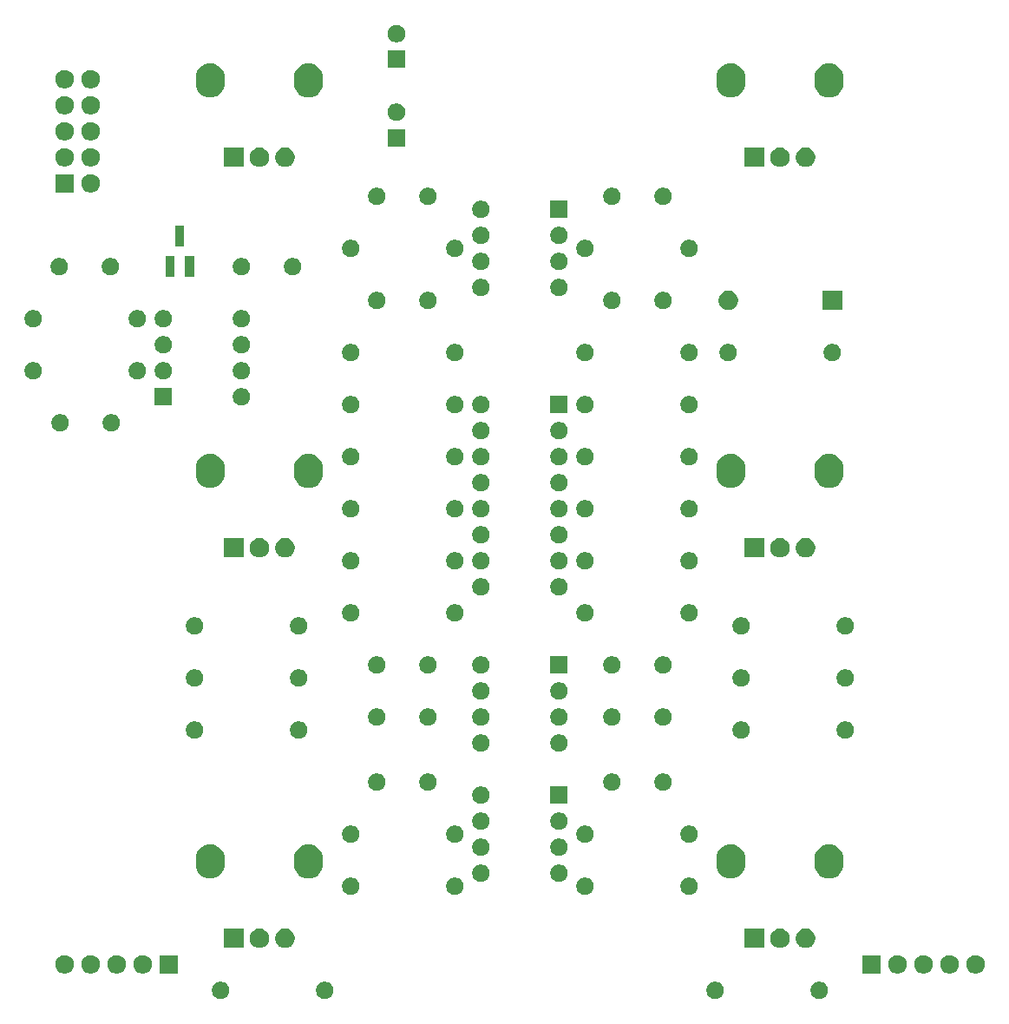
<source format=gbr>
G04 #@! TF.GenerationSoftware,KiCad,Pcbnew,5.1.6-c6e7f7d~86~ubuntu18.04.1*
G04 #@! TF.CreationDate,2020-06-20T09:49:41-04:00*
G04 #@! TF.ProjectId,dual_VCA,6475616c-5f56-4434-912e-6b696361645f,rev?*
G04 #@! TF.SameCoordinates,Original*
G04 #@! TF.FileFunction,Soldermask,Bot*
G04 #@! TF.FilePolarity,Negative*
%FSLAX46Y46*%
G04 Gerber Fmt 4.6, Leading zero omitted, Abs format (unit mm)*
G04 Created by KiCad (PCBNEW 5.1.6-c6e7f7d~86~ubuntu18.04.1) date 2020-06-20 09:49:41*
%MOMM*%
%LPD*%
G01*
G04 APERTURE LIST*
%ADD10C,0.100000*%
G04 APERTURE END LIST*
D10*
G36*
X205988228Y-146501703D02*
G01*
X206143100Y-146565853D01*
X206282481Y-146658985D01*
X206401015Y-146777519D01*
X206494147Y-146916900D01*
X206558297Y-147071772D01*
X206591000Y-147236184D01*
X206591000Y-147403816D01*
X206558297Y-147568228D01*
X206494147Y-147723100D01*
X206401015Y-147862481D01*
X206282481Y-147981015D01*
X206143100Y-148074147D01*
X205988228Y-148138297D01*
X205823816Y-148171000D01*
X205656184Y-148171000D01*
X205491772Y-148138297D01*
X205336900Y-148074147D01*
X205197519Y-147981015D01*
X205078985Y-147862481D01*
X204985853Y-147723100D01*
X204921703Y-147568228D01*
X204889000Y-147403816D01*
X204889000Y-147236184D01*
X204921703Y-147071772D01*
X204985853Y-146916900D01*
X205078985Y-146777519D01*
X205197519Y-146658985D01*
X205336900Y-146565853D01*
X205491772Y-146501703D01*
X205656184Y-146469000D01*
X205823816Y-146469000D01*
X205988228Y-146501703D01*
G37*
G36*
X195828228Y-146501703D02*
G01*
X195983100Y-146565853D01*
X196122481Y-146658985D01*
X196241015Y-146777519D01*
X196334147Y-146916900D01*
X196398297Y-147071772D01*
X196431000Y-147236184D01*
X196431000Y-147403816D01*
X196398297Y-147568228D01*
X196334147Y-147723100D01*
X196241015Y-147862481D01*
X196122481Y-147981015D01*
X195983100Y-148074147D01*
X195828228Y-148138297D01*
X195663816Y-148171000D01*
X195496184Y-148171000D01*
X195331772Y-148138297D01*
X195176900Y-148074147D01*
X195037519Y-147981015D01*
X194918985Y-147862481D01*
X194825853Y-147723100D01*
X194761703Y-147568228D01*
X194729000Y-147403816D01*
X194729000Y-147236184D01*
X194761703Y-147071772D01*
X194825853Y-146916900D01*
X194918985Y-146777519D01*
X195037519Y-146658985D01*
X195176900Y-146565853D01*
X195331772Y-146501703D01*
X195496184Y-146469000D01*
X195663816Y-146469000D01*
X195828228Y-146501703D01*
G37*
G36*
X147568228Y-146501703D02*
G01*
X147723100Y-146565853D01*
X147862481Y-146658985D01*
X147981015Y-146777519D01*
X148074147Y-146916900D01*
X148138297Y-147071772D01*
X148171000Y-147236184D01*
X148171000Y-147403816D01*
X148138297Y-147568228D01*
X148074147Y-147723100D01*
X147981015Y-147862481D01*
X147862481Y-147981015D01*
X147723100Y-148074147D01*
X147568228Y-148138297D01*
X147403816Y-148171000D01*
X147236184Y-148171000D01*
X147071772Y-148138297D01*
X146916900Y-148074147D01*
X146777519Y-147981015D01*
X146658985Y-147862481D01*
X146565853Y-147723100D01*
X146501703Y-147568228D01*
X146469000Y-147403816D01*
X146469000Y-147236184D01*
X146501703Y-147071772D01*
X146565853Y-146916900D01*
X146658985Y-146777519D01*
X146777519Y-146658985D01*
X146916900Y-146565853D01*
X147071772Y-146501703D01*
X147236184Y-146469000D01*
X147403816Y-146469000D01*
X147568228Y-146501703D01*
G37*
G36*
X157728228Y-146501703D02*
G01*
X157883100Y-146565853D01*
X158022481Y-146658985D01*
X158141015Y-146777519D01*
X158234147Y-146916900D01*
X158298297Y-147071772D01*
X158331000Y-147236184D01*
X158331000Y-147403816D01*
X158298297Y-147568228D01*
X158234147Y-147723100D01*
X158141015Y-147862481D01*
X158022481Y-147981015D01*
X157883100Y-148074147D01*
X157728228Y-148138297D01*
X157563816Y-148171000D01*
X157396184Y-148171000D01*
X157231772Y-148138297D01*
X157076900Y-148074147D01*
X156937519Y-147981015D01*
X156818985Y-147862481D01*
X156725853Y-147723100D01*
X156661703Y-147568228D01*
X156629000Y-147403816D01*
X156629000Y-147236184D01*
X156661703Y-147071772D01*
X156725853Y-146916900D01*
X156818985Y-146777519D01*
X156937519Y-146658985D01*
X157076900Y-146565853D01*
X157231772Y-146501703D01*
X157396184Y-146469000D01*
X157563816Y-146469000D01*
X157728228Y-146501703D01*
G37*
G36*
X213473512Y-143883927D02*
G01*
X213622812Y-143913624D01*
X213786784Y-143981544D01*
X213934354Y-144080147D01*
X214059853Y-144205646D01*
X214158456Y-144353216D01*
X214226376Y-144517188D01*
X214261000Y-144691259D01*
X214261000Y-144868741D01*
X214226376Y-145042812D01*
X214158456Y-145206784D01*
X214059853Y-145354354D01*
X213934354Y-145479853D01*
X213786784Y-145578456D01*
X213622812Y-145646376D01*
X213473512Y-145676073D01*
X213448742Y-145681000D01*
X213271258Y-145681000D01*
X213246488Y-145676073D01*
X213097188Y-145646376D01*
X212933216Y-145578456D01*
X212785646Y-145479853D01*
X212660147Y-145354354D01*
X212561544Y-145206784D01*
X212493624Y-145042812D01*
X212459000Y-144868741D01*
X212459000Y-144691259D01*
X212493624Y-144517188D01*
X212561544Y-144353216D01*
X212660147Y-144205646D01*
X212785646Y-144080147D01*
X212933216Y-143981544D01*
X213097188Y-143913624D01*
X213246488Y-143883927D01*
X213271258Y-143879000D01*
X213448742Y-143879000D01*
X213473512Y-143883927D01*
G37*
G36*
X143141000Y-145681000D02*
G01*
X141339000Y-145681000D01*
X141339000Y-143879000D01*
X143141000Y-143879000D01*
X143141000Y-145681000D01*
G37*
G36*
X139813512Y-143883927D02*
G01*
X139962812Y-143913624D01*
X140126784Y-143981544D01*
X140274354Y-144080147D01*
X140399853Y-144205646D01*
X140498456Y-144353216D01*
X140566376Y-144517188D01*
X140601000Y-144691259D01*
X140601000Y-144868741D01*
X140566376Y-145042812D01*
X140498456Y-145206784D01*
X140399853Y-145354354D01*
X140274354Y-145479853D01*
X140126784Y-145578456D01*
X139962812Y-145646376D01*
X139813512Y-145676073D01*
X139788742Y-145681000D01*
X139611258Y-145681000D01*
X139586488Y-145676073D01*
X139437188Y-145646376D01*
X139273216Y-145578456D01*
X139125646Y-145479853D01*
X139000147Y-145354354D01*
X138901544Y-145206784D01*
X138833624Y-145042812D01*
X138799000Y-144868741D01*
X138799000Y-144691259D01*
X138833624Y-144517188D01*
X138901544Y-144353216D01*
X139000147Y-144205646D01*
X139125646Y-144080147D01*
X139273216Y-143981544D01*
X139437188Y-143913624D01*
X139586488Y-143883927D01*
X139611258Y-143879000D01*
X139788742Y-143879000D01*
X139813512Y-143883927D01*
G37*
G36*
X137273512Y-143883927D02*
G01*
X137422812Y-143913624D01*
X137586784Y-143981544D01*
X137734354Y-144080147D01*
X137859853Y-144205646D01*
X137958456Y-144353216D01*
X138026376Y-144517188D01*
X138061000Y-144691259D01*
X138061000Y-144868741D01*
X138026376Y-145042812D01*
X137958456Y-145206784D01*
X137859853Y-145354354D01*
X137734354Y-145479853D01*
X137586784Y-145578456D01*
X137422812Y-145646376D01*
X137273512Y-145676073D01*
X137248742Y-145681000D01*
X137071258Y-145681000D01*
X137046488Y-145676073D01*
X136897188Y-145646376D01*
X136733216Y-145578456D01*
X136585646Y-145479853D01*
X136460147Y-145354354D01*
X136361544Y-145206784D01*
X136293624Y-145042812D01*
X136259000Y-144868741D01*
X136259000Y-144691259D01*
X136293624Y-144517188D01*
X136361544Y-144353216D01*
X136460147Y-144205646D01*
X136585646Y-144080147D01*
X136733216Y-143981544D01*
X136897188Y-143913624D01*
X137046488Y-143883927D01*
X137071258Y-143879000D01*
X137248742Y-143879000D01*
X137273512Y-143883927D01*
G37*
G36*
X134733512Y-143883927D02*
G01*
X134882812Y-143913624D01*
X135046784Y-143981544D01*
X135194354Y-144080147D01*
X135319853Y-144205646D01*
X135418456Y-144353216D01*
X135486376Y-144517188D01*
X135521000Y-144691259D01*
X135521000Y-144868741D01*
X135486376Y-145042812D01*
X135418456Y-145206784D01*
X135319853Y-145354354D01*
X135194354Y-145479853D01*
X135046784Y-145578456D01*
X134882812Y-145646376D01*
X134733512Y-145676073D01*
X134708742Y-145681000D01*
X134531258Y-145681000D01*
X134506488Y-145676073D01*
X134357188Y-145646376D01*
X134193216Y-145578456D01*
X134045646Y-145479853D01*
X133920147Y-145354354D01*
X133821544Y-145206784D01*
X133753624Y-145042812D01*
X133719000Y-144868741D01*
X133719000Y-144691259D01*
X133753624Y-144517188D01*
X133821544Y-144353216D01*
X133920147Y-144205646D01*
X134045646Y-144080147D01*
X134193216Y-143981544D01*
X134357188Y-143913624D01*
X134506488Y-143883927D01*
X134531258Y-143879000D01*
X134708742Y-143879000D01*
X134733512Y-143883927D01*
G37*
G36*
X132193512Y-143883927D02*
G01*
X132342812Y-143913624D01*
X132506784Y-143981544D01*
X132654354Y-144080147D01*
X132779853Y-144205646D01*
X132878456Y-144353216D01*
X132946376Y-144517188D01*
X132981000Y-144691259D01*
X132981000Y-144868741D01*
X132946376Y-145042812D01*
X132878456Y-145206784D01*
X132779853Y-145354354D01*
X132654354Y-145479853D01*
X132506784Y-145578456D01*
X132342812Y-145646376D01*
X132193512Y-145676073D01*
X132168742Y-145681000D01*
X131991258Y-145681000D01*
X131966488Y-145676073D01*
X131817188Y-145646376D01*
X131653216Y-145578456D01*
X131505646Y-145479853D01*
X131380147Y-145354354D01*
X131281544Y-145206784D01*
X131213624Y-145042812D01*
X131179000Y-144868741D01*
X131179000Y-144691259D01*
X131213624Y-144517188D01*
X131281544Y-144353216D01*
X131380147Y-144205646D01*
X131505646Y-144080147D01*
X131653216Y-143981544D01*
X131817188Y-143913624D01*
X131966488Y-143883927D01*
X131991258Y-143879000D01*
X132168742Y-143879000D01*
X132193512Y-143883927D01*
G37*
G36*
X211721000Y-145681000D02*
G01*
X209919000Y-145681000D01*
X209919000Y-143879000D01*
X211721000Y-143879000D01*
X211721000Y-145681000D01*
G37*
G36*
X216013512Y-143883927D02*
G01*
X216162812Y-143913624D01*
X216326784Y-143981544D01*
X216474354Y-144080147D01*
X216599853Y-144205646D01*
X216698456Y-144353216D01*
X216766376Y-144517188D01*
X216801000Y-144691259D01*
X216801000Y-144868741D01*
X216766376Y-145042812D01*
X216698456Y-145206784D01*
X216599853Y-145354354D01*
X216474354Y-145479853D01*
X216326784Y-145578456D01*
X216162812Y-145646376D01*
X216013512Y-145676073D01*
X215988742Y-145681000D01*
X215811258Y-145681000D01*
X215786488Y-145676073D01*
X215637188Y-145646376D01*
X215473216Y-145578456D01*
X215325646Y-145479853D01*
X215200147Y-145354354D01*
X215101544Y-145206784D01*
X215033624Y-145042812D01*
X214999000Y-144868741D01*
X214999000Y-144691259D01*
X215033624Y-144517188D01*
X215101544Y-144353216D01*
X215200147Y-144205646D01*
X215325646Y-144080147D01*
X215473216Y-143981544D01*
X215637188Y-143913624D01*
X215786488Y-143883927D01*
X215811258Y-143879000D01*
X215988742Y-143879000D01*
X216013512Y-143883927D01*
G37*
G36*
X218553512Y-143883927D02*
G01*
X218702812Y-143913624D01*
X218866784Y-143981544D01*
X219014354Y-144080147D01*
X219139853Y-144205646D01*
X219238456Y-144353216D01*
X219306376Y-144517188D01*
X219341000Y-144691259D01*
X219341000Y-144868741D01*
X219306376Y-145042812D01*
X219238456Y-145206784D01*
X219139853Y-145354354D01*
X219014354Y-145479853D01*
X218866784Y-145578456D01*
X218702812Y-145646376D01*
X218553512Y-145676073D01*
X218528742Y-145681000D01*
X218351258Y-145681000D01*
X218326488Y-145676073D01*
X218177188Y-145646376D01*
X218013216Y-145578456D01*
X217865646Y-145479853D01*
X217740147Y-145354354D01*
X217641544Y-145206784D01*
X217573624Y-145042812D01*
X217539000Y-144868741D01*
X217539000Y-144691259D01*
X217573624Y-144517188D01*
X217641544Y-144353216D01*
X217740147Y-144205646D01*
X217865646Y-144080147D01*
X218013216Y-143981544D01*
X218177188Y-143913624D01*
X218326488Y-143883927D01*
X218351258Y-143879000D01*
X218528742Y-143879000D01*
X218553512Y-143883927D01*
G37*
G36*
X221093512Y-143883927D02*
G01*
X221242812Y-143913624D01*
X221406784Y-143981544D01*
X221554354Y-144080147D01*
X221679853Y-144205646D01*
X221778456Y-144353216D01*
X221846376Y-144517188D01*
X221881000Y-144691259D01*
X221881000Y-144868741D01*
X221846376Y-145042812D01*
X221778456Y-145206784D01*
X221679853Y-145354354D01*
X221554354Y-145479853D01*
X221406784Y-145578456D01*
X221242812Y-145646376D01*
X221093512Y-145676073D01*
X221068742Y-145681000D01*
X220891258Y-145681000D01*
X220866488Y-145676073D01*
X220717188Y-145646376D01*
X220553216Y-145578456D01*
X220405646Y-145479853D01*
X220280147Y-145354354D01*
X220181544Y-145206784D01*
X220113624Y-145042812D01*
X220079000Y-144868741D01*
X220079000Y-144691259D01*
X220113624Y-144517188D01*
X220181544Y-144353216D01*
X220280147Y-144205646D01*
X220405646Y-144080147D01*
X220553216Y-143981544D01*
X220717188Y-143913624D01*
X220866488Y-143883927D01*
X220891258Y-143879000D01*
X221068742Y-143879000D01*
X221093512Y-143883927D01*
G37*
G36*
X204667395Y-141325546D02*
G01*
X204840466Y-141397234D01*
X204840467Y-141397235D01*
X204996227Y-141501310D01*
X205128690Y-141633773D01*
X205128691Y-141633775D01*
X205232766Y-141789534D01*
X205304454Y-141962605D01*
X205341000Y-142146333D01*
X205341000Y-142333667D01*
X205304454Y-142517395D01*
X205232766Y-142690466D01*
X205232765Y-142690467D01*
X205128690Y-142846227D01*
X204996227Y-142978690D01*
X204917818Y-143031081D01*
X204840466Y-143082766D01*
X204667395Y-143154454D01*
X204483667Y-143191000D01*
X204296333Y-143191000D01*
X204112605Y-143154454D01*
X203939534Y-143082766D01*
X203862182Y-143031081D01*
X203783773Y-142978690D01*
X203651310Y-142846227D01*
X203547235Y-142690467D01*
X203547234Y-142690466D01*
X203475546Y-142517395D01*
X203439000Y-142333667D01*
X203439000Y-142146333D01*
X203475546Y-141962605D01*
X203547234Y-141789534D01*
X203651309Y-141633775D01*
X203651310Y-141633773D01*
X203783773Y-141501310D01*
X203939533Y-141397235D01*
X203939534Y-141397234D01*
X204112605Y-141325546D01*
X204296333Y-141289000D01*
X204483667Y-141289000D01*
X204667395Y-141325546D01*
G37*
G36*
X149541000Y-143191000D02*
G01*
X147639000Y-143191000D01*
X147639000Y-141289000D01*
X149541000Y-141289000D01*
X149541000Y-143191000D01*
G37*
G36*
X202167395Y-141325546D02*
G01*
X202340466Y-141397234D01*
X202340467Y-141397235D01*
X202496227Y-141501310D01*
X202628690Y-141633773D01*
X202628691Y-141633775D01*
X202732766Y-141789534D01*
X202804454Y-141962605D01*
X202841000Y-142146333D01*
X202841000Y-142333667D01*
X202804454Y-142517395D01*
X202732766Y-142690466D01*
X202732765Y-142690467D01*
X202628690Y-142846227D01*
X202496227Y-142978690D01*
X202417818Y-143031081D01*
X202340466Y-143082766D01*
X202167395Y-143154454D01*
X201983667Y-143191000D01*
X201796333Y-143191000D01*
X201612605Y-143154454D01*
X201439534Y-143082766D01*
X201362182Y-143031081D01*
X201283773Y-142978690D01*
X201151310Y-142846227D01*
X201047235Y-142690467D01*
X201047234Y-142690466D01*
X200975546Y-142517395D01*
X200939000Y-142333667D01*
X200939000Y-142146333D01*
X200975546Y-141962605D01*
X201047234Y-141789534D01*
X201151309Y-141633775D01*
X201151310Y-141633773D01*
X201283773Y-141501310D01*
X201439533Y-141397235D01*
X201439534Y-141397234D01*
X201612605Y-141325546D01*
X201796333Y-141289000D01*
X201983667Y-141289000D01*
X202167395Y-141325546D01*
G37*
G36*
X200341000Y-143191000D02*
G01*
X198439000Y-143191000D01*
X198439000Y-141289000D01*
X200341000Y-141289000D01*
X200341000Y-143191000D01*
G37*
G36*
X153867395Y-141325546D02*
G01*
X154040466Y-141397234D01*
X154040467Y-141397235D01*
X154196227Y-141501310D01*
X154328690Y-141633773D01*
X154328691Y-141633775D01*
X154432766Y-141789534D01*
X154504454Y-141962605D01*
X154541000Y-142146333D01*
X154541000Y-142333667D01*
X154504454Y-142517395D01*
X154432766Y-142690466D01*
X154432765Y-142690467D01*
X154328690Y-142846227D01*
X154196227Y-142978690D01*
X154117818Y-143031081D01*
X154040466Y-143082766D01*
X153867395Y-143154454D01*
X153683667Y-143191000D01*
X153496333Y-143191000D01*
X153312605Y-143154454D01*
X153139534Y-143082766D01*
X153062182Y-143031081D01*
X152983773Y-142978690D01*
X152851310Y-142846227D01*
X152747235Y-142690467D01*
X152747234Y-142690466D01*
X152675546Y-142517395D01*
X152639000Y-142333667D01*
X152639000Y-142146333D01*
X152675546Y-141962605D01*
X152747234Y-141789534D01*
X152851309Y-141633775D01*
X152851310Y-141633773D01*
X152983773Y-141501310D01*
X153139533Y-141397235D01*
X153139534Y-141397234D01*
X153312605Y-141325546D01*
X153496333Y-141289000D01*
X153683667Y-141289000D01*
X153867395Y-141325546D01*
G37*
G36*
X151367395Y-141325546D02*
G01*
X151540466Y-141397234D01*
X151540467Y-141397235D01*
X151696227Y-141501310D01*
X151828690Y-141633773D01*
X151828691Y-141633775D01*
X151932766Y-141789534D01*
X152004454Y-141962605D01*
X152041000Y-142146333D01*
X152041000Y-142333667D01*
X152004454Y-142517395D01*
X151932766Y-142690466D01*
X151932765Y-142690467D01*
X151828690Y-142846227D01*
X151696227Y-142978690D01*
X151617818Y-143031081D01*
X151540466Y-143082766D01*
X151367395Y-143154454D01*
X151183667Y-143191000D01*
X150996333Y-143191000D01*
X150812605Y-143154454D01*
X150639534Y-143082766D01*
X150562182Y-143031081D01*
X150483773Y-142978690D01*
X150351310Y-142846227D01*
X150247235Y-142690467D01*
X150247234Y-142690466D01*
X150175546Y-142517395D01*
X150139000Y-142333667D01*
X150139000Y-142146333D01*
X150175546Y-141962605D01*
X150247234Y-141789534D01*
X150351309Y-141633775D01*
X150351310Y-141633773D01*
X150483773Y-141501310D01*
X150639533Y-141397235D01*
X150639534Y-141397234D01*
X150812605Y-141325546D01*
X150996333Y-141289000D01*
X151183667Y-141289000D01*
X151367395Y-141325546D01*
G37*
G36*
X170428228Y-136341703D02*
G01*
X170583100Y-136405853D01*
X170722481Y-136498985D01*
X170841015Y-136617519D01*
X170934147Y-136756900D01*
X170998297Y-136911772D01*
X171031000Y-137076184D01*
X171031000Y-137243816D01*
X170998297Y-137408228D01*
X170934147Y-137563100D01*
X170841015Y-137702481D01*
X170722481Y-137821015D01*
X170583100Y-137914147D01*
X170428228Y-137978297D01*
X170263816Y-138011000D01*
X170096184Y-138011000D01*
X169931772Y-137978297D01*
X169776900Y-137914147D01*
X169637519Y-137821015D01*
X169518985Y-137702481D01*
X169425853Y-137563100D01*
X169361703Y-137408228D01*
X169329000Y-137243816D01*
X169329000Y-137076184D01*
X169361703Y-136911772D01*
X169425853Y-136756900D01*
X169518985Y-136617519D01*
X169637519Y-136498985D01*
X169776900Y-136405853D01*
X169931772Y-136341703D01*
X170096184Y-136309000D01*
X170263816Y-136309000D01*
X170428228Y-136341703D01*
G37*
G36*
X160268228Y-136341703D02*
G01*
X160423100Y-136405853D01*
X160562481Y-136498985D01*
X160681015Y-136617519D01*
X160774147Y-136756900D01*
X160838297Y-136911772D01*
X160871000Y-137076184D01*
X160871000Y-137243816D01*
X160838297Y-137408228D01*
X160774147Y-137563100D01*
X160681015Y-137702481D01*
X160562481Y-137821015D01*
X160423100Y-137914147D01*
X160268228Y-137978297D01*
X160103816Y-138011000D01*
X159936184Y-138011000D01*
X159771772Y-137978297D01*
X159616900Y-137914147D01*
X159477519Y-137821015D01*
X159358985Y-137702481D01*
X159265853Y-137563100D01*
X159201703Y-137408228D01*
X159169000Y-137243816D01*
X159169000Y-137076184D01*
X159201703Y-136911772D01*
X159265853Y-136756900D01*
X159358985Y-136617519D01*
X159477519Y-136498985D01*
X159616900Y-136405853D01*
X159771772Y-136341703D01*
X159936184Y-136309000D01*
X160103816Y-136309000D01*
X160268228Y-136341703D01*
G37*
G36*
X193288228Y-136341703D02*
G01*
X193443100Y-136405853D01*
X193582481Y-136498985D01*
X193701015Y-136617519D01*
X193794147Y-136756900D01*
X193858297Y-136911772D01*
X193891000Y-137076184D01*
X193891000Y-137243816D01*
X193858297Y-137408228D01*
X193794147Y-137563100D01*
X193701015Y-137702481D01*
X193582481Y-137821015D01*
X193443100Y-137914147D01*
X193288228Y-137978297D01*
X193123816Y-138011000D01*
X192956184Y-138011000D01*
X192791772Y-137978297D01*
X192636900Y-137914147D01*
X192497519Y-137821015D01*
X192378985Y-137702481D01*
X192285853Y-137563100D01*
X192221703Y-137408228D01*
X192189000Y-137243816D01*
X192189000Y-137076184D01*
X192221703Y-136911772D01*
X192285853Y-136756900D01*
X192378985Y-136617519D01*
X192497519Y-136498985D01*
X192636900Y-136405853D01*
X192791772Y-136341703D01*
X192956184Y-136309000D01*
X193123816Y-136309000D01*
X193288228Y-136341703D01*
G37*
G36*
X183128228Y-136341703D02*
G01*
X183283100Y-136405853D01*
X183422481Y-136498985D01*
X183541015Y-136617519D01*
X183634147Y-136756900D01*
X183698297Y-136911772D01*
X183731000Y-137076184D01*
X183731000Y-137243816D01*
X183698297Y-137408228D01*
X183634147Y-137563100D01*
X183541015Y-137702481D01*
X183422481Y-137821015D01*
X183283100Y-137914147D01*
X183128228Y-137978297D01*
X182963816Y-138011000D01*
X182796184Y-138011000D01*
X182631772Y-137978297D01*
X182476900Y-137914147D01*
X182337519Y-137821015D01*
X182218985Y-137702481D01*
X182125853Y-137563100D01*
X182061703Y-137408228D01*
X182029000Y-137243816D01*
X182029000Y-137076184D01*
X182061703Y-136911772D01*
X182125853Y-136756900D01*
X182218985Y-136617519D01*
X182337519Y-136498985D01*
X182476900Y-136405853D01*
X182631772Y-136341703D01*
X182796184Y-136309000D01*
X182963816Y-136309000D01*
X183128228Y-136341703D01*
G37*
G36*
X180588228Y-135071703D02*
G01*
X180743100Y-135135853D01*
X180882481Y-135228985D01*
X181001015Y-135347519D01*
X181094147Y-135486900D01*
X181158297Y-135641772D01*
X181191000Y-135806184D01*
X181191000Y-135973816D01*
X181158297Y-136138228D01*
X181094147Y-136293100D01*
X181001015Y-136432481D01*
X180882481Y-136551015D01*
X180743100Y-136644147D01*
X180588228Y-136708297D01*
X180423816Y-136741000D01*
X180256184Y-136741000D01*
X180091772Y-136708297D01*
X179936900Y-136644147D01*
X179797519Y-136551015D01*
X179678985Y-136432481D01*
X179585853Y-136293100D01*
X179521703Y-136138228D01*
X179489000Y-135973816D01*
X179489000Y-135806184D01*
X179521703Y-135641772D01*
X179585853Y-135486900D01*
X179678985Y-135347519D01*
X179797519Y-135228985D01*
X179936900Y-135135853D01*
X180091772Y-135071703D01*
X180256184Y-135039000D01*
X180423816Y-135039000D01*
X180588228Y-135071703D01*
G37*
G36*
X172968228Y-135071703D02*
G01*
X173123100Y-135135853D01*
X173262481Y-135228985D01*
X173381015Y-135347519D01*
X173474147Y-135486900D01*
X173538297Y-135641772D01*
X173571000Y-135806184D01*
X173571000Y-135973816D01*
X173538297Y-136138228D01*
X173474147Y-136293100D01*
X173381015Y-136432481D01*
X173262481Y-136551015D01*
X173123100Y-136644147D01*
X172968228Y-136708297D01*
X172803816Y-136741000D01*
X172636184Y-136741000D01*
X172471772Y-136708297D01*
X172316900Y-136644147D01*
X172177519Y-136551015D01*
X172058985Y-136432481D01*
X171965853Y-136293100D01*
X171901703Y-136138228D01*
X171869000Y-135973816D01*
X171869000Y-135806184D01*
X171901703Y-135641772D01*
X171965853Y-135486900D01*
X172058985Y-135347519D01*
X172177519Y-135228985D01*
X172316900Y-135135853D01*
X172471772Y-135071703D01*
X172636184Y-135039000D01*
X172803816Y-135039000D01*
X172968228Y-135071703D01*
G37*
G36*
X156166604Y-133089416D02*
G01*
X156432579Y-133170099D01*
X156432581Y-133170100D01*
X156677701Y-133301119D01*
X156892556Y-133477444D01*
X157068881Y-133692299D01*
X157199900Y-133937418D01*
X157199900Y-133937419D01*
X157199901Y-133937421D01*
X157280584Y-134203397D01*
X157301000Y-134410685D01*
X157301000Y-135069316D01*
X157280584Y-135276604D01*
X157216791Y-135486900D01*
X157199900Y-135542581D01*
X157068881Y-135787701D01*
X156892556Y-136002556D01*
X156677700Y-136178881D01*
X156434264Y-136309000D01*
X156432578Y-136309901D01*
X156166603Y-136390584D01*
X155890000Y-136417827D01*
X155613396Y-136390584D01*
X155347421Y-136309901D01*
X155345735Y-136309000D01*
X155102299Y-136178881D01*
X154887444Y-136002556D01*
X154711119Y-135787700D01*
X154580100Y-135542580D01*
X154580099Y-135542578D01*
X154499416Y-135276603D01*
X154479000Y-135069315D01*
X154479000Y-134410684D01*
X154499416Y-134203396D01*
X154580099Y-133937421D01*
X154604120Y-133892480D01*
X154711119Y-133692299D01*
X154887444Y-133477444D01*
X155102300Y-133301119D01*
X155347420Y-133170100D01*
X155347422Y-133170099D01*
X155613397Y-133089416D01*
X155890000Y-133062173D01*
X156166604Y-133089416D01*
G37*
G36*
X146566604Y-133089416D02*
G01*
X146832579Y-133170099D01*
X146832581Y-133170100D01*
X147077701Y-133301119D01*
X147292556Y-133477444D01*
X147468881Y-133692299D01*
X147599900Y-133937418D01*
X147599900Y-133937419D01*
X147599901Y-133937421D01*
X147680584Y-134203397D01*
X147701000Y-134410685D01*
X147701000Y-135069316D01*
X147680584Y-135276604D01*
X147616791Y-135486900D01*
X147599900Y-135542581D01*
X147468881Y-135787701D01*
X147292556Y-136002556D01*
X147077700Y-136178881D01*
X146834264Y-136309000D01*
X146832578Y-136309901D01*
X146566603Y-136390584D01*
X146290000Y-136417827D01*
X146013396Y-136390584D01*
X145747421Y-136309901D01*
X145745735Y-136309000D01*
X145502299Y-136178881D01*
X145287444Y-136002556D01*
X145111119Y-135787700D01*
X144980100Y-135542580D01*
X144980099Y-135542578D01*
X144899416Y-135276603D01*
X144879000Y-135069315D01*
X144879000Y-134410684D01*
X144899416Y-134203396D01*
X144980099Y-133937421D01*
X145004120Y-133892480D01*
X145111119Y-133692299D01*
X145287444Y-133477444D01*
X145502300Y-133301119D01*
X145747420Y-133170100D01*
X145747422Y-133170099D01*
X146013397Y-133089416D01*
X146290000Y-133062173D01*
X146566604Y-133089416D01*
G37*
G36*
X206966604Y-133089416D02*
G01*
X207232579Y-133170099D01*
X207232581Y-133170100D01*
X207477701Y-133301119D01*
X207692556Y-133477444D01*
X207868881Y-133692299D01*
X207999900Y-133937418D01*
X207999900Y-133937419D01*
X207999901Y-133937421D01*
X208080584Y-134203397D01*
X208101000Y-134410685D01*
X208101000Y-135069316D01*
X208080584Y-135276604D01*
X208016791Y-135486900D01*
X207999900Y-135542581D01*
X207868881Y-135787701D01*
X207692556Y-136002556D01*
X207477700Y-136178881D01*
X207234264Y-136309000D01*
X207232578Y-136309901D01*
X206966603Y-136390584D01*
X206690000Y-136417827D01*
X206413396Y-136390584D01*
X206147421Y-136309901D01*
X206145735Y-136309000D01*
X205902299Y-136178881D01*
X205687444Y-136002556D01*
X205511119Y-135787700D01*
X205380100Y-135542580D01*
X205380099Y-135542578D01*
X205299416Y-135276603D01*
X205279000Y-135069315D01*
X205279000Y-134410684D01*
X205299416Y-134203396D01*
X205380099Y-133937421D01*
X205404120Y-133892480D01*
X205511119Y-133692299D01*
X205687444Y-133477444D01*
X205902300Y-133301119D01*
X206147420Y-133170100D01*
X206147422Y-133170099D01*
X206413397Y-133089416D01*
X206690000Y-133062173D01*
X206966604Y-133089416D01*
G37*
G36*
X197366604Y-133089416D02*
G01*
X197632579Y-133170099D01*
X197632581Y-133170100D01*
X197877701Y-133301119D01*
X198092556Y-133477444D01*
X198268881Y-133692299D01*
X198399900Y-133937418D01*
X198399900Y-133937419D01*
X198399901Y-133937421D01*
X198480584Y-134203397D01*
X198501000Y-134410685D01*
X198501000Y-135069316D01*
X198480584Y-135276604D01*
X198416791Y-135486900D01*
X198399900Y-135542581D01*
X198268881Y-135787701D01*
X198092556Y-136002556D01*
X197877700Y-136178881D01*
X197634264Y-136309000D01*
X197632578Y-136309901D01*
X197366603Y-136390584D01*
X197090000Y-136417827D01*
X196813396Y-136390584D01*
X196547421Y-136309901D01*
X196545735Y-136309000D01*
X196302299Y-136178881D01*
X196087444Y-136002556D01*
X195911119Y-135787700D01*
X195780100Y-135542580D01*
X195780099Y-135542578D01*
X195699416Y-135276603D01*
X195679000Y-135069315D01*
X195679000Y-134410684D01*
X195699416Y-134203396D01*
X195780099Y-133937421D01*
X195804120Y-133892480D01*
X195911119Y-133692299D01*
X196087444Y-133477444D01*
X196302300Y-133301119D01*
X196547420Y-133170100D01*
X196547422Y-133170099D01*
X196813397Y-133089416D01*
X197090000Y-133062173D01*
X197366604Y-133089416D01*
G37*
G36*
X172968228Y-132531703D02*
G01*
X173123100Y-132595853D01*
X173262481Y-132688985D01*
X173381015Y-132807519D01*
X173474147Y-132946900D01*
X173538297Y-133101772D01*
X173571000Y-133266184D01*
X173571000Y-133433816D01*
X173538297Y-133598228D01*
X173474147Y-133753100D01*
X173381015Y-133892481D01*
X173262481Y-134011015D01*
X173123100Y-134104147D01*
X172968228Y-134168297D01*
X172803816Y-134201000D01*
X172636184Y-134201000D01*
X172471772Y-134168297D01*
X172316900Y-134104147D01*
X172177519Y-134011015D01*
X172058985Y-133892481D01*
X171965853Y-133753100D01*
X171901703Y-133598228D01*
X171869000Y-133433816D01*
X171869000Y-133266184D01*
X171901703Y-133101772D01*
X171965853Y-132946900D01*
X172058985Y-132807519D01*
X172177519Y-132688985D01*
X172316900Y-132595853D01*
X172471772Y-132531703D01*
X172636184Y-132499000D01*
X172803816Y-132499000D01*
X172968228Y-132531703D01*
G37*
G36*
X180588228Y-132531703D02*
G01*
X180743100Y-132595853D01*
X180882481Y-132688985D01*
X181001015Y-132807519D01*
X181094147Y-132946900D01*
X181158297Y-133101772D01*
X181191000Y-133266184D01*
X181191000Y-133433816D01*
X181158297Y-133598228D01*
X181094147Y-133753100D01*
X181001015Y-133892481D01*
X180882481Y-134011015D01*
X180743100Y-134104147D01*
X180588228Y-134168297D01*
X180423816Y-134201000D01*
X180256184Y-134201000D01*
X180091772Y-134168297D01*
X179936900Y-134104147D01*
X179797519Y-134011015D01*
X179678985Y-133892481D01*
X179585853Y-133753100D01*
X179521703Y-133598228D01*
X179489000Y-133433816D01*
X179489000Y-133266184D01*
X179521703Y-133101772D01*
X179585853Y-132946900D01*
X179678985Y-132807519D01*
X179797519Y-132688985D01*
X179936900Y-132595853D01*
X180091772Y-132531703D01*
X180256184Y-132499000D01*
X180423816Y-132499000D01*
X180588228Y-132531703D01*
G37*
G36*
X170428228Y-131261703D02*
G01*
X170583100Y-131325853D01*
X170722481Y-131418985D01*
X170841015Y-131537519D01*
X170934147Y-131676900D01*
X170998297Y-131831772D01*
X171031000Y-131996184D01*
X171031000Y-132163816D01*
X170998297Y-132328228D01*
X170934147Y-132483100D01*
X170841015Y-132622481D01*
X170722481Y-132741015D01*
X170583100Y-132834147D01*
X170428228Y-132898297D01*
X170263816Y-132931000D01*
X170096184Y-132931000D01*
X169931772Y-132898297D01*
X169776900Y-132834147D01*
X169637519Y-132741015D01*
X169518985Y-132622481D01*
X169425853Y-132483100D01*
X169361703Y-132328228D01*
X169329000Y-132163816D01*
X169329000Y-131996184D01*
X169361703Y-131831772D01*
X169425853Y-131676900D01*
X169518985Y-131537519D01*
X169637519Y-131418985D01*
X169776900Y-131325853D01*
X169931772Y-131261703D01*
X170096184Y-131229000D01*
X170263816Y-131229000D01*
X170428228Y-131261703D01*
G37*
G36*
X160268228Y-131261703D02*
G01*
X160423100Y-131325853D01*
X160562481Y-131418985D01*
X160681015Y-131537519D01*
X160774147Y-131676900D01*
X160838297Y-131831772D01*
X160871000Y-131996184D01*
X160871000Y-132163816D01*
X160838297Y-132328228D01*
X160774147Y-132483100D01*
X160681015Y-132622481D01*
X160562481Y-132741015D01*
X160423100Y-132834147D01*
X160268228Y-132898297D01*
X160103816Y-132931000D01*
X159936184Y-132931000D01*
X159771772Y-132898297D01*
X159616900Y-132834147D01*
X159477519Y-132741015D01*
X159358985Y-132622481D01*
X159265853Y-132483100D01*
X159201703Y-132328228D01*
X159169000Y-132163816D01*
X159169000Y-131996184D01*
X159201703Y-131831772D01*
X159265853Y-131676900D01*
X159358985Y-131537519D01*
X159477519Y-131418985D01*
X159616900Y-131325853D01*
X159771772Y-131261703D01*
X159936184Y-131229000D01*
X160103816Y-131229000D01*
X160268228Y-131261703D01*
G37*
G36*
X183128228Y-131261703D02*
G01*
X183283100Y-131325853D01*
X183422481Y-131418985D01*
X183541015Y-131537519D01*
X183634147Y-131676900D01*
X183698297Y-131831772D01*
X183731000Y-131996184D01*
X183731000Y-132163816D01*
X183698297Y-132328228D01*
X183634147Y-132483100D01*
X183541015Y-132622481D01*
X183422481Y-132741015D01*
X183283100Y-132834147D01*
X183128228Y-132898297D01*
X182963816Y-132931000D01*
X182796184Y-132931000D01*
X182631772Y-132898297D01*
X182476900Y-132834147D01*
X182337519Y-132741015D01*
X182218985Y-132622481D01*
X182125853Y-132483100D01*
X182061703Y-132328228D01*
X182029000Y-132163816D01*
X182029000Y-131996184D01*
X182061703Y-131831772D01*
X182125853Y-131676900D01*
X182218985Y-131537519D01*
X182337519Y-131418985D01*
X182476900Y-131325853D01*
X182631772Y-131261703D01*
X182796184Y-131229000D01*
X182963816Y-131229000D01*
X183128228Y-131261703D01*
G37*
G36*
X193288228Y-131261703D02*
G01*
X193443100Y-131325853D01*
X193582481Y-131418985D01*
X193701015Y-131537519D01*
X193794147Y-131676900D01*
X193858297Y-131831772D01*
X193891000Y-131996184D01*
X193891000Y-132163816D01*
X193858297Y-132328228D01*
X193794147Y-132483100D01*
X193701015Y-132622481D01*
X193582481Y-132741015D01*
X193443100Y-132834147D01*
X193288228Y-132898297D01*
X193123816Y-132931000D01*
X192956184Y-132931000D01*
X192791772Y-132898297D01*
X192636900Y-132834147D01*
X192497519Y-132741015D01*
X192378985Y-132622481D01*
X192285853Y-132483100D01*
X192221703Y-132328228D01*
X192189000Y-132163816D01*
X192189000Y-131996184D01*
X192221703Y-131831772D01*
X192285853Y-131676900D01*
X192378985Y-131537519D01*
X192497519Y-131418985D01*
X192636900Y-131325853D01*
X192791772Y-131261703D01*
X192956184Y-131229000D01*
X193123816Y-131229000D01*
X193288228Y-131261703D01*
G37*
G36*
X172968228Y-129991703D02*
G01*
X173123100Y-130055853D01*
X173262481Y-130148985D01*
X173381015Y-130267519D01*
X173474147Y-130406900D01*
X173538297Y-130561772D01*
X173571000Y-130726184D01*
X173571000Y-130893816D01*
X173538297Y-131058228D01*
X173474147Y-131213100D01*
X173381015Y-131352481D01*
X173262481Y-131471015D01*
X173123100Y-131564147D01*
X172968228Y-131628297D01*
X172803816Y-131661000D01*
X172636184Y-131661000D01*
X172471772Y-131628297D01*
X172316900Y-131564147D01*
X172177519Y-131471015D01*
X172058985Y-131352481D01*
X171965853Y-131213100D01*
X171901703Y-131058228D01*
X171869000Y-130893816D01*
X171869000Y-130726184D01*
X171901703Y-130561772D01*
X171965853Y-130406900D01*
X172058985Y-130267519D01*
X172177519Y-130148985D01*
X172316900Y-130055853D01*
X172471772Y-129991703D01*
X172636184Y-129959000D01*
X172803816Y-129959000D01*
X172968228Y-129991703D01*
G37*
G36*
X180588228Y-129991703D02*
G01*
X180743100Y-130055853D01*
X180882481Y-130148985D01*
X181001015Y-130267519D01*
X181094147Y-130406900D01*
X181158297Y-130561772D01*
X181191000Y-130726184D01*
X181191000Y-130893816D01*
X181158297Y-131058228D01*
X181094147Y-131213100D01*
X181001015Y-131352481D01*
X180882481Y-131471015D01*
X180743100Y-131564147D01*
X180588228Y-131628297D01*
X180423816Y-131661000D01*
X180256184Y-131661000D01*
X180091772Y-131628297D01*
X179936900Y-131564147D01*
X179797519Y-131471015D01*
X179678985Y-131352481D01*
X179585853Y-131213100D01*
X179521703Y-131058228D01*
X179489000Y-130893816D01*
X179489000Y-130726184D01*
X179521703Y-130561772D01*
X179585853Y-130406900D01*
X179678985Y-130267519D01*
X179797519Y-130148985D01*
X179936900Y-130055853D01*
X180091772Y-129991703D01*
X180256184Y-129959000D01*
X180423816Y-129959000D01*
X180588228Y-129991703D01*
G37*
G36*
X181191000Y-129121000D02*
G01*
X179489000Y-129121000D01*
X179489000Y-127419000D01*
X181191000Y-127419000D01*
X181191000Y-129121000D01*
G37*
G36*
X172968228Y-127451703D02*
G01*
X173123100Y-127515853D01*
X173262481Y-127608985D01*
X173381015Y-127727519D01*
X173474147Y-127866900D01*
X173538297Y-128021772D01*
X173571000Y-128186184D01*
X173571000Y-128353816D01*
X173538297Y-128518228D01*
X173474147Y-128673100D01*
X173381015Y-128812481D01*
X173262481Y-128931015D01*
X173123100Y-129024147D01*
X172968228Y-129088297D01*
X172803816Y-129121000D01*
X172636184Y-129121000D01*
X172471772Y-129088297D01*
X172316900Y-129024147D01*
X172177519Y-128931015D01*
X172058985Y-128812481D01*
X171965853Y-128673100D01*
X171901703Y-128518228D01*
X171869000Y-128353816D01*
X171869000Y-128186184D01*
X171901703Y-128021772D01*
X171965853Y-127866900D01*
X172058985Y-127727519D01*
X172177519Y-127608985D01*
X172316900Y-127515853D01*
X172471772Y-127451703D01*
X172636184Y-127419000D01*
X172803816Y-127419000D01*
X172968228Y-127451703D01*
G37*
G36*
X167808228Y-126181703D02*
G01*
X167963100Y-126245853D01*
X168102481Y-126338985D01*
X168221015Y-126457519D01*
X168314147Y-126596900D01*
X168378297Y-126751772D01*
X168411000Y-126916184D01*
X168411000Y-127083816D01*
X168378297Y-127248228D01*
X168314147Y-127403100D01*
X168221015Y-127542481D01*
X168102481Y-127661015D01*
X167963100Y-127754147D01*
X167808228Y-127818297D01*
X167643816Y-127851000D01*
X167476184Y-127851000D01*
X167311772Y-127818297D01*
X167156900Y-127754147D01*
X167017519Y-127661015D01*
X166898985Y-127542481D01*
X166805853Y-127403100D01*
X166741703Y-127248228D01*
X166709000Y-127083816D01*
X166709000Y-126916184D01*
X166741703Y-126751772D01*
X166805853Y-126596900D01*
X166898985Y-126457519D01*
X167017519Y-126338985D01*
X167156900Y-126245853D01*
X167311772Y-126181703D01*
X167476184Y-126149000D01*
X167643816Y-126149000D01*
X167808228Y-126181703D01*
G37*
G36*
X162808228Y-126181703D02*
G01*
X162963100Y-126245853D01*
X163102481Y-126338985D01*
X163221015Y-126457519D01*
X163314147Y-126596900D01*
X163378297Y-126751772D01*
X163411000Y-126916184D01*
X163411000Y-127083816D01*
X163378297Y-127248228D01*
X163314147Y-127403100D01*
X163221015Y-127542481D01*
X163102481Y-127661015D01*
X162963100Y-127754147D01*
X162808228Y-127818297D01*
X162643816Y-127851000D01*
X162476184Y-127851000D01*
X162311772Y-127818297D01*
X162156900Y-127754147D01*
X162017519Y-127661015D01*
X161898985Y-127542481D01*
X161805853Y-127403100D01*
X161741703Y-127248228D01*
X161709000Y-127083816D01*
X161709000Y-126916184D01*
X161741703Y-126751772D01*
X161805853Y-126596900D01*
X161898985Y-126457519D01*
X162017519Y-126338985D01*
X162156900Y-126245853D01*
X162311772Y-126181703D01*
X162476184Y-126149000D01*
X162643816Y-126149000D01*
X162808228Y-126181703D01*
G37*
G36*
X190748228Y-126181703D02*
G01*
X190903100Y-126245853D01*
X191042481Y-126338985D01*
X191161015Y-126457519D01*
X191254147Y-126596900D01*
X191318297Y-126751772D01*
X191351000Y-126916184D01*
X191351000Y-127083816D01*
X191318297Y-127248228D01*
X191254147Y-127403100D01*
X191161015Y-127542481D01*
X191042481Y-127661015D01*
X190903100Y-127754147D01*
X190748228Y-127818297D01*
X190583816Y-127851000D01*
X190416184Y-127851000D01*
X190251772Y-127818297D01*
X190096900Y-127754147D01*
X189957519Y-127661015D01*
X189838985Y-127542481D01*
X189745853Y-127403100D01*
X189681703Y-127248228D01*
X189649000Y-127083816D01*
X189649000Y-126916184D01*
X189681703Y-126751772D01*
X189745853Y-126596900D01*
X189838985Y-126457519D01*
X189957519Y-126338985D01*
X190096900Y-126245853D01*
X190251772Y-126181703D01*
X190416184Y-126149000D01*
X190583816Y-126149000D01*
X190748228Y-126181703D01*
G37*
G36*
X185748228Y-126181703D02*
G01*
X185903100Y-126245853D01*
X186042481Y-126338985D01*
X186161015Y-126457519D01*
X186254147Y-126596900D01*
X186318297Y-126751772D01*
X186351000Y-126916184D01*
X186351000Y-127083816D01*
X186318297Y-127248228D01*
X186254147Y-127403100D01*
X186161015Y-127542481D01*
X186042481Y-127661015D01*
X185903100Y-127754147D01*
X185748228Y-127818297D01*
X185583816Y-127851000D01*
X185416184Y-127851000D01*
X185251772Y-127818297D01*
X185096900Y-127754147D01*
X184957519Y-127661015D01*
X184838985Y-127542481D01*
X184745853Y-127403100D01*
X184681703Y-127248228D01*
X184649000Y-127083816D01*
X184649000Y-126916184D01*
X184681703Y-126751772D01*
X184745853Y-126596900D01*
X184838985Y-126457519D01*
X184957519Y-126338985D01*
X185096900Y-126245853D01*
X185251772Y-126181703D01*
X185416184Y-126149000D01*
X185583816Y-126149000D01*
X185748228Y-126181703D01*
G37*
G36*
X180588228Y-122371703D02*
G01*
X180743100Y-122435853D01*
X180882481Y-122528985D01*
X181001015Y-122647519D01*
X181094147Y-122786900D01*
X181158297Y-122941772D01*
X181191000Y-123106184D01*
X181191000Y-123273816D01*
X181158297Y-123438228D01*
X181094147Y-123593100D01*
X181001015Y-123732481D01*
X180882481Y-123851015D01*
X180743100Y-123944147D01*
X180588228Y-124008297D01*
X180423816Y-124041000D01*
X180256184Y-124041000D01*
X180091772Y-124008297D01*
X179936900Y-123944147D01*
X179797519Y-123851015D01*
X179678985Y-123732481D01*
X179585853Y-123593100D01*
X179521703Y-123438228D01*
X179489000Y-123273816D01*
X179489000Y-123106184D01*
X179521703Y-122941772D01*
X179585853Y-122786900D01*
X179678985Y-122647519D01*
X179797519Y-122528985D01*
X179936900Y-122435853D01*
X180091772Y-122371703D01*
X180256184Y-122339000D01*
X180423816Y-122339000D01*
X180588228Y-122371703D01*
G37*
G36*
X172968228Y-122371703D02*
G01*
X173123100Y-122435853D01*
X173262481Y-122528985D01*
X173381015Y-122647519D01*
X173474147Y-122786900D01*
X173538297Y-122941772D01*
X173571000Y-123106184D01*
X173571000Y-123273816D01*
X173538297Y-123438228D01*
X173474147Y-123593100D01*
X173381015Y-123732481D01*
X173262481Y-123851015D01*
X173123100Y-123944147D01*
X172968228Y-124008297D01*
X172803816Y-124041000D01*
X172636184Y-124041000D01*
X172471772Y-124008297D01*
X172316900Y-123944147D01*
X172177519Y-123851015D01*
X172058985Y-123732481D01*
X171965853Y-123593100D01*
X171901703Y-123438228D01*
X171869000Y-123273816D01*
X171869000Y-123106184D01*
X171901703Y-122941772D01*
X171965853Y-122786900D01*
X172058985Y-122647519D01*
X172177519Y-122528985D01*
X172316900Y-122435853D01*
X172471772Y-122371703D01*
X172636184Y-122339000D01*
X172803816Y-122339000D01*
X172968228Y-122371703D01*
G37*
G36*
X145028228Y-121101703D02*
G01*
X145183100Y-121165853D01*
X145322481Y-121258985D01*
X145441015Y-121377519D01*
X145534147Y-121516900D01*
X145598297Y-121671772D01*
X145631000Y-121836184D01*
X145631000Y-122003816D01*
X145598297Y-122168228D01*
X145534147Y-122323100D01*
X145441015Y-122462481D01*
X145322481Y-122581015D01*
X145183100Y-122674147D01*
X145028228Y-122738297D01*
X144863816Y-122771000D01*
X144696184Y-122771000D01*
X144531772Y-122738297D01*
X144376900Y-122674147D01*
X144237519Y-122581015D01*
X144118985Y-122462481D01*
X144025853Y-122323100D01*
X143961703Y-122168228D01*
X143929000Y-122003816D01*
X143929000Y-121836184D01*
X143961703Y-121671772D01*
X144025853Y-121516900D01*
X144118985Y-121377519D01*
X144237519Y-121258985D01*
X144376900Y-121165853D01*
X144531772Y-121101703D01*
X144696184Y-121069000D01*
X144863816Y-121069000D01*
X145028228Y-121101703D01*
G37*
G36*
X155188228Y-121101703D02*
G01*
X155343100Y-121165853D01*
X155482481Y-121258985D01*
X155601015Y-121377519D01*
X155694147Y-121516900D01*
X155758297Y-121671772D01*
X155791000Y-121836184D01*
X155791000Y-122003816D01*
X155758297Y-122168228D01*
X155694147Y-122323100D01*
X155601015Y-122462481D01*
X155482481Y-122581015D01*
X155343100Y-122674147D01*
X155188228Y-122738297D01*
X155023816Y-122771000D01*
X154856184Y-122771000D01*
X154691772Y-122738297D01*
X154536900Y-122674147D01*
X154397519Y-122581015D01*
X154278985Y-122462481D01*
X154185853Y-122323100D01*
X154121703Y-122168228D01*
X154089000Y-122003816D01*
X154089000Y-121836184D01*
X154121703Y-121671772D01*
X154185853Y-121516900D01*
X154278985Y-121377519D01*
X154397519Y-121258985D01*
X154536900Y-121165853D01*
X154691772Y-121101703D01*
X154856184Y-121069000D01*
X155023816Y-121069000D01*
X155188228Y-121101703D01*
G37*
G36*
X208528228Y-121101703D02*
G01*
X208683100Y-121165853D01*
X208822481Y-121258985D01*
X208941015Y-121377519D01*
X209034147Y-121516900D01*
X209098297Y-121671772D01*
X209131000Y-121836184D01*
X209131000Y-122003816D01*
X209098297Y-122168228D01*
X209034147Y-122323100D01*
X208941015Y-122462481D01*
X208822481Y-122581015D01*
X208683100Y-122674147D01*
X208528228Y-122738297D01*
X208363816Y-122771000D01*
X208196184Y-122771000D01*
X208031772Y-122738297D01*
X207876900Y-122674147D01*
X207737519Y-122581015D01*
X207618985Y-122462481D01*
X207525853Y-122323100D01*
X207461703Y-122168228D01*
X207429000Y-122003816D01*
X207429000Y-121836184D01*
X207461703Y-121671772D01*
X207525853Y-121516900D01*
X207618985Y-121377519D01*
X207737519Y-121258985D01*
X207876900Y-121165853D01*
X208031772Y-121101703D01*
X208196184Y-121069000D01*
X208363816Y-121069000D01*
X208528228Y-121101703D01*
G37*
G36*
X198368228Y-121101703D02*
G01*
X198523100Y-121165853D01*
X198662481Y-121258985D01*
X198781015Y-121377519D01*
X198874147Y-121516900D01*
X198938297Y-121671772D01*
X198971000Y-121836184D01*
X198971000Y-122003816D01*
X198938297Y-122168228D01*
X198874147Y-122323100D01*
X198781015Y-122462481D01*
X198662481Y-122581015D01*
X198523100Y-122674147D01*
X198368228Y-122738297D01*
X198203816Y-122771000D01*
X198036184Y-122771000D01*
X197871772Y-122738297D01*
X197716900Y-122674147D01*
X197577519Y-122581015D01*
X197458985Y-122462481D01*
X197365853Y-122323100D01*
X197301703Y-122168228D01*
X197269000Y-122003816D01*
X197269000Y-121836184D01*
X197301703Y-121671772D01*
X197365853Y-121516900D01*
X197458985Y-121377519D01*
X197577519Y-121258985D01*
X197716900Y-121165853D01*
X197871772Y-121101703D01*
X198036184Y-121069000D01*
X198203816Y-121069000D01*
X198368228Y-121101703D01*
G37*
G36*
X190748228Y-119831703D02*
G01*
X190903100Y-119895853D01*
X191042481Y-119988985D01*
X191161015Y-120107519D01*
X191254147Y-120246900D01*
X191318297Y-120401772D01*
X191351000Y-120566184D01*
X191351000Y-120733816D01*
X191318297Y-120898228D01*
X191254147Y-121053100D01*
X191161015Y-121192481D01*
X191042481Y-121311015D01*
X190903100Y-121404147D01*
X190748228Y-121468297D01*
X190583816Y-121501000D01*
X190416184Y-121501000D01*
X190251772Y-121468297D01*
X190096900Y-121404147D01*
X189957519Y-121311015D01*
X189838985Y-121192481D01*
X189745853Y-121053100D01*
X189681703Y-120898228D01*
X189649000Y-120733816D01*
X189649000Y-120566184D01*
X189681703Y-120401772D01*
X189745853Y-120246900D01*
X189838985Y-120107519D01*
X189957519Y-119988985D01*
X190096900Y-119895853D01*
X190251772Y-119831703D01*
X190416184Y-119799000D01*
X190583816Y-119799000D01*
X190748228Y-119831703D01*
G37*
G36*
X185748228Y-119831703D02*
G01*
X185903100Y-119895853D01*
X186042481Y-119988985D01*
X186161015Y-120107519D01*
X186254147Y-120246900D01*
X186318297Y-120401772D01*
X186351000Y-120566184D01*
X186351000Y-120733816D01*
X186318297Y-120898228D01*
X186254147Y-121053100D01*
X186161015Y-121192481D01*
X186042481Y-121311015D01*
X185903100Y-121404147D01*
X185748228Y-121468297D01*
X185583816Y-121501000D01*
X185416184Y-121501000D01*
X185251772Y-121468297D01*
X185096900Y-121404147D01*
X184957519Y-121311015D01*
X184838985Y-121192481D01*
X184745853Y-121053100D01*
X184681703Y-120898228D01*
X184649000Y-120733816D01*
X184649000Y-120566184D01*
X184681703Y-120401772D01*
X184745853Y-120246900D01*
X184838985Y-120107519D01*
X184957519Y-119988985D01*
X185096900Y-119895853D01*
X185251772Y-119831703D01*
X185416184Y-119799000D01*
X185583816Y-119799000D01*
X185748228Y-119831703D01*
G37*
G36*
X180588228Y-119831703D02*
G01*
X180743100Y-119895853D01*
X180882481Y-119988985D01*
X181001015Y-120107519D01*
X181094147Y-120246900D01*
X181158297Y-120401772D01*
X181191000Y-120566184D01*
X181191000Y-120733816D01*
X181158297Y-120898228D01*
X181094147Y-121053100D01*
X181001015Y-121192481D01*
X180882481Y-121311015D01*
X180743100Y-121404147D01*
X180588228Y-121468297D01*
X180423816Y-121501000D01*
X180256184Y-121501000D01*
X180091772Y-121468297D01*
X179936900Y-121404147D01*
X179797519Y-121311015D01*
X179678985Y-121192481D01*
X179585853Y-121053100D01*
X179521703Y-120898228D01*
X179489000Y-120733816D01*
X179489000Y-120566184D01*
X179521703Y-120401772D01*
X179585853Y-120246900D01*
X179678985Y-120107519D01*
X179797519Y-119988985D01*
X179936900Y-119895853D01*
X180091772Y-119831703D01*
X180256184Y-119799000D01*
X180423816Y-119799000D01*
X180588228Y-119831703D01*
G37*
G36*
X172968228Y-119831703D02*
G01*
X173123100Y-119895853D01*
X173262481Y-119988985D01*
X173381015Y-120107519D01*
X173474147Y-120246900D01*
X173538297Y-120401772D01*
X173571000Y-120566184D01*
X173571000Y-120733816D01*
X173538297Y-120898228D01*
X173474147Y-121053100D01*
X173381015Y-121192481D01*
X173262481Y-121311015D01*
X173123100Y-121404147D01*
X172968228Y-121468297D01*
X172803816Y-121501000D01*
X172636184Y-121501000D01*
X172471772Y-121468297D01*
X172316900Y-121404147D01*
X172177519Y-121311015D01*
X172058985Y-121192481D01*
X171965853Y-121053100D01*
X171901703Y-120898228D01*
X171869000Y-120733816D01*
X171869000Y-120566184D01*
X171901703Y-120401772D01*
X171965853Y-120246900D01*
X172058985Y-120107519D01*
X172177519Y-119988985D01*
X172316900Y-119895853D01*
X172471772Y-119831703D01*
X172636184Y-119799000D01*
X172803816Y-119799000D01*
X172968228Y-119831703D01*
G37*
G36*
X167808228Y-119831703D02*
G01*
X167963100Y-119895853D01*
X168102481Y-119988985D01*
X168221015Y-120107519D01*
X168314147Y-120246900D01*
X168378297Y-120401772D01*
X168411000Y-120566184D01*
X168411000Y-120733816D01*
X168378297Y-120898228D01*
X168314147Y-121053100D01*
X168221015Y-121192481D01*
X168102481Y-121311015D01*
X167963100Y-121404147D01*
X167808228Y-121468297D01*
X167643816Y-121501000D01*
X167476184Y-121501000D01*
X167311772Y-121468297D01*
X167156900Y-121404147D01*
X167017519Y-121311015D01*
X166898985Y-121192481D01*
X166805853Y-121053100D01*
X166741703Y-120898228D01*
X166709000Y-120733816D01*
X166709000Y-120566184D01*
X166741703Y-120401772D01*
X166805853Y-120246900D01*
X166898985Y-120107519D01*
X167017519Y-119988985D01*
X167156900Y-119895853D01*
X167311772Y-119831703D01*
X167476184Y-119799000D01*
X167643816Y-119799000D01*
X167808228Y-119831703D01*
G37*
G36*
X162808228Y-119831703D02*
G01*
X162963100Y-119895853D01*
X163102481Y-119988985D01*
X163221015Y-120107519D01*
X163314147Y-120246900D01*
X163378297Y-120401772D01*
X163411000Y-120566184D01*
X163411000Y-120733816D01*
X163378297Y-120898228D01*
X163314147Y-121053100D01*
X163221015Y-121192481D01*
X163102481Y-121311015D01*
X162963100Y-121404147D01*
X162808228Y-121468297D01*
X162643816Y-121501000D01*
X162476184Y-121501000D01*
X162311772Y-121468297D01*
X162156900Y-121404147D01*
X162017519Y-121311015D01*
X161898985Y-121192481D01*
X161805853Y-121053100D01*
X161741703Y-120898228D01*
X161709000Y-120733816D01*
X161709000Y-120566184D01*
X161741703Y-120401772D01*
X161805853Y-120246900D01*
X161898985Y-120107519D01*
X162017519Y-119988985D01*
X162156900Y-119895853D01*
X162311772Y-119831703D01*
X162476184Y-119799000D01*
X162643816Y-119799000D01*
X162808228Y-119831703D01*
G37*
G36*
X172968228Y-117291703D02*
G01*
X173123100Y-117355853D01*
X173262481Y-117448985D01*
X173381015Y-117567519D01*
X173474147Y-117706900D01*
X173538297Y-117861772D01*
X173571000Y-118026184D01*
X173571000Y-118193816D01*
X173538297Y-118358228D01*
X173474147Y-118513100D01*
X173381015Y-118652481D01*
X173262481Y-118771015D01*
X173123100Y-118864147D01*
X172968228Y-118928297D01*
X172803816Y-118961000D01*
X172636184Y-118961000D01*
X172471772Y-118928297D01*
X172316900Y-118864147D01*
X172177519Y-118771015D01*
X172058985Y-118652481D01*
X171965853Y-118513100D01*
X171901703Y-118358228D01*
X171869000Y-118193816D01*
X171869000Y-118026184D01*
X171901703Y-117861772D01*
X171965853Y-117706900D01*
X172058985Y-117567519D01*
X172177519Y-117448985D01*
X172316900Y-117355853D01*
X172471772Y-117291703D01*
X172636184Y-117259000D01*
X172803816Y-117259000D01*
X172968228Y-117291703D01*
G37*
G36*
X180588228Y-117291703D02*
G01*
X180743100Y-117355853D01*
X180882481Y-117448985D01*
X181001015Y-117567519D01*
X181094147Y-117706900D01*
X181158297Y-117861772D01*
X181191000Y-118026184D01*
X181191000Y-118193816D01*
X181158297Y-118358228D01*
X181094147Y-118513100D01*
X181001015Y-118652481D01*
X180882481Y-118771015D01*
X180743100Y-118864147D01*
X180588228Y-118928297D01*
X180423816Y-118961000D01*
X180256184Y-118961000D01*
X180091772Y-118928297D01*
X179936900Y-118864147D01*
X179797519Y-118771015D01*
X179678985Y-118652481D01*
X179585853Y-118513100D01*
X179521703Y-118358228D01*
X179489000Y-118193816D01*
X179489000Y-118026184D01*
X179521703Y-117861772D01*
X179585853Y-117706900D01*
X179678985Y-117567519D01*
X179797519Y-117448985D01*
X179936900Y-117355853D01*
X180091772Y-117291703D01*
X180256184Y-117259000D01*
X180423816Y-117259000D01*
X180588228Y-117291703D01*
G37*
G36*
X198368228Y-116021703D02*
G01*
X198523100Y-116085853D01*
X198662481Y-116178985D01*
X198781015Y-116297519D01*
X198874147Y-116436900D01*
X198938297Y-116591772D01*
X198971000Y-116756184D01*
X198971000Y-116923816D01*
X198938297Y-117088228D01*
X198874147Y-117243100D01*
X198781015Y-117382481D01*
X198662481Y-117501015D01*
X198523100Y-117594147D01*
X198368228Y-117658297D01*
X198203816Y-117691000D01*
X198036184Y-117691000D01*
X197871772Y-117658297D01*
X197716900Y-117594147D01*
X197577519Y-117501015D01*
X197458985Y-117382481D01*
X197365853Y-117243100D01*
X197301703Y-117088228D01*
X197269000Y-116923816D01*
X197269000Y-116756184D01*
X197301703Y-116591772D01*
X197365853Y-116436900D01*
X197458985Y-116297519D01*
X197577519Y-116178985D01*
X197716900Y-116085853D01*
X197871772Y-116021703D01*
X198036184Y-115989000D01*
X198203816Y-115989000D01*
X198368228Y-116021703D01*
G37*
G36*
X145028228Y-116021703D02*
G01*
X145183100Y-116085853D01*
X145322481Y-116178985D01*
X145441015Y-116297519D01*
X145534147Y-116436900D01*
X145598297Y-116591772D01*
X145631000Y-116756184D01*
X145631000Y-116923816D01*
X145598297Y-117088228D01*
X145534147Y-117243100D01*
X145441015Y-117382481D01*
X145322481Y-117501015D01*
X145183100Y-117594147D01*
X145028228Y-117658297D01*
X144863816Y-117691000D01*
X144696184Y-117691000D01*
X144531772Y-117658297D01*
X144376900Y-117594147D01*
X144237519Y-117501015D01*
X144118985Y-117382481D01*
X144025853Y-117243100D01*
X143961703Y-117088228D01*
X143929000Y-116923816D01*
X143929000Y-116756184D01*
X143961703Y-116591772D01*
X144025853Y-116436900D01*
X144118985Y-116297519D01*
X144237519Y-116178985D01*
X144376900Y-116085853D01*
X144531772Y-116021703D01*
X144696184Y-115989000D01*
X144863816Y-115989000D01*
X145028228Y-116021703D01*
G37*
G36*
X155188228Y-116021703D02*
G01*
X155343100Y-116085853D01*
X155482481Y-116178985D01*
X155601015Y-116297519D01*
X155694147Y-116436900D01*
X155758297Y-116591772D01*
X155791000Y-116756184D01*
X155791000Y-116923816D01*
X155758297Y-117088228D01*
X155694147Y-117243100D01*
X155601015Y-117382481D01*
X155482481Y-117501015D01*
X155343100Y-117594147D01*
X155188228Y-117658297D01*
X155023816Y-117691000D01*
X154856184Y-117691000D01*
X154691772Y-117658297D01*
X154536900Y-117594147D01*
X154397519Y-117501015D01*
X154278985Y-117382481D01*
X154185853Y-117243100D01*
X154121703Y-117088228D01*
X154089000Y-116923816D01*
X154089000Y-116756184D01*
X154121703Y-116591772D01*
X154185853Y-116436900D01*
X154278985Y-116297519D01*
X154397519Y-116178985D01*
X154536900Y-116085853D01*
X154691772Y-116021703D01*
X154856184Y-115989000D01*
X155023816Y-115989000D01*
X155188228Y-116021703D01*
G37*
G36*
X208528228Y-116021703D02*
G01*
X208683100Y-116085853D01*
X208822481Y-116178985D01*
X208941015Y-116297519D01*
X209034147Y-116436900D01*
X209098297Y-116591772D01*
X209131000Y-116756184D01*
X209131000Y-116923816D01*
X209098297Y-117088228D01*
X209034147Y-117243100D01*
X208941015Y-117382481D01*
X208822481Y-117501015D01*
X208683100Y-117594147D01*
X208528228Y-117658297D01*
X208363816Y-117691000D01*
X208196184Y-117691000D01*
X208031772Y-117658297D01*
X207876900Y-117594147D01*
X207737519Y-117501015D01*
X207618985Y-117382481D01*
X207525853Y-117243100D01*
X207461703Y-117088228D01*
X207429000Y-116923816D01*
X207429000Y-116756184D01*
X207461703Y-116591772D01*
X207525853Y-116436900D01*
X207618985Y-116297519D01*
X207737519Y-116178985D01*
X207876900Y-116085853D01*
X208031772Y-116021703D01*
X208196184Y-115989000D01*
X208363816Y-115989000D01*
X208528228Y-116021703D01*
G37*
G36*
X172968228Y-114751703D02*
G01*
X173123100Y-114815853D01*
X173262481Y-114908985D01*
X173381015Y-115027519D01*
X173474147Y-115166900D01*
X173538297Y-115321772D01*
X173571000Y-115486184D01*
X173571000Y-115653816D01*
X173538297Y-115818228D01*
X173474147Y-115973100D01*
X173381015Y-116112481D01*
X173262481Y-116231015D01*
X173123100Y-116324147D01*
X172968228Y-116388297D01*
X172803816Y-116421000D01*
X172636184Y-116421000D01*
X172471772Y-116388297D01*
X172316900Y-116324147D01*
X172177519Y-116231015D01*
X172058985Y-116112481D01*
X171965853Y-115973100D01*
X171901703Y-115818228D01*
X171869000Y-115653816D01*
X171869000Y-115486184D01*
X171901703Y-115321772D01*
X171965853Y-115166900D01*
X172058985Y-115027519D01*
X172177519Y-114908985D01*
X172316900Y-114815853D01*
X172471772Y-114751703D01*
X172636184Y-114719000D01*
X172803816Y-114719000D01*
X172968228Y-114751703D01*
G37*
G36*
X181191000Y-116421000D02*
G01*
X179489000Y-116421000D01*
X179489000Y-114719000D01*
X181191000Y-114719000D01*
X181191000Y-116421000D01*
G37*
G36*
X162808228Y-114751703D02*
G01*
X162963100Y-114815853D01*
X163102481Y-114908985D01*
X163221015Y-115027519D01*
X163314147Y-115166900D01*
X163378297Y-115321772D01*
X163411000Y-115486184D01*
X163411000Y-115653816D01*
X163378297Y-115818228D01*
X163314147Y-115973100D01*
X163221015Y-116112481D01*
X163102481Y-116231015D01*
X162963100Y-116324147D01*
X162808228Y-116388297D01*
X162643816Y-116421000D01*
X162476184Y-116421000D01*
X162311772Y-116388297D01*
X162156900Y-116324147D01*
X162017519Y-116231015D01*
X161898985Y-116112481D01*
X161805853Y-115973100D01*
X161741703Y-115818228D01*
X161709000Y-115653816D01*
X161709000Y-115486184D01*
X161741703Y-115321772D01*
X161805853Y-115166900D01*
X161898985Y-115027519D01*
X162017519Y-114908985D01*
X162156900Y-114815853D01*
X162311772Y-114751703D01*
X162476184Y-114719000D01*
X162643816Y-114719000D01*
X162808228Y-114751703D01*
G37*
G36*
X167808228Y-114751703D02*
G01*
X167963100Y-114815853D01*
X168102481Y-114908985D01*
X168221015Y-115027519D01*
X168314147Y-115166900D01*
X168378297Y-115321772D01*
X168411000Y-115486184D01*
X168411000Y-115653816D01*
X168378297Y-115818228D01*
X168314147Y-115973100D01*
X168221015Y-116112481D01*
X168102481Y-116231015D01*
X167963100Y-116324147D01*
X167808228Y-116388297D01*
X167643816Y-116421000D01*
X167476184Y-116421000D01*
X167311772Y-116388297D01*
X167156900Y-116324147D01*
X167017519Y-116231015D01*
X166898985Y-116112481D01*
X166805853Y-115973100D01*
X166741703Y-115818228D01*
X166709000Y-115653816D01*
X166709000Y-115486184D01*
X166741703Y-115321772D01*
X166805853Y-115166900D01*
X166898985Y-115027519D01*
X167017519Y-114908985D01*
X167156900Y-114815853D01*
X167311772Y-114751703D01*
X167476184Y-114719000D01*
X167643816Y-114719000D01*
X167808228Y-114751703D01*
G37*
G36*
X185748228Y-114751703D02*
G01*
X185903100Y-114815853D01*
X186042481Y-114908985D01*
X186161015Y-115027519D01*
X186254147Y-115166900D01*
X186318297Y-115321772D01*
X186351000Y-115486184D01*
X186351000Y-115653816D01*
X186318297Y-115818228D01*
X186254147Y-115973100D01*
X186161015Y-116112481D01*
X186042481Y-116231015D01*
X185903100Y-116324147D01*
X185748228Y-116388297D01*
X185583816Y-116421000D01*
X185416184Y-116421000D01*
X185251772Y-116388297D01*
X185096900Y-116324147D01*
X184957519Y-116231015D01*
X184838985Y-116112481D01*
X184745853Y-115973100D01*
X184681703Y-115818228D01*
X184649000Y-115653816D01*
X184649000Y-115486184D01*
X184681703Y-115321772D01*
X184745853Y-115166900D01*
X184838985Y-115027519D01*
X184957519Y-114908985D01*
X185096900Y-114815853D01*
X185251772Y-114751703D01*
X185416184Y-114719000D01*
X185583816Y-114719000D01*
X185748228Y-114751703D01*
G37*
G36*
X190748228Y-114751703D02*
G01*
X190903100Y-114815853D01*
X191042481Y-114908985D01*
X191161015Y-115027519D01*
X191254147Y-115166900D01*
X191318297Y-115321772D01*
X191351000Y-115486184D01*
X191351000Y-115653816D01*
X191318297Y-115818228D01*
X191254147Y-115973100D01*
X191161015Y-116112481D01*
X191042481Y-116231015D01*
X190903100Y-116324147D01*
X190748228Y-116388297D01*
X190583816Y-116421000D01*
X190416184Y-116421000D01*
X190251772Y-116388297D01*
X190096900Y-116324147D01*
X189957519Y-116231015D01*
X189838985Y-116112481D01*
X189745853Y-115973100D01*
X189681703Y-115818228D01*
X189649000Y-115653816D01*
X189649000Y-115486184D01*
X189681703Y-115321772D01*
X189745853Y-115166900D01*
X189838985Y-115027519D01*
X189957519Y-114908985D01*
X190096900Y-114815853D01*
X190251772Y-114751703D01*
X190416184Y-114719000D01*
X190583816Y-114719000D01*
X190748228Y-114751703D01*
G37*
G36*
X198368228Y-110941703D02*
G01*
X198523100Y-111005853D01*
X198662481Y-111098985D01*
X198781015Y-111217519D01*
X198874147Y-111356900D01*
X198938297Y-111511772D01*
X198971000Y-111676184D01*
X198971000Y-111843816D01*
X198938297Y-112008228D01*
X198874147Y-112163100D01*
X198781015Y-112302481D01*
X198662481Y-112421015D01*
X198523100Y-112514147D01*
X198368228Y-112578297D01*
X198203816Y-112611000D01*
X198036184Y-112611000D01*
X197871772Y-112578297D01*
X197716900Y-112514147D01*
X197577519Y-112421015D01*
X197458985Y-112302481D01*
X197365853Y-112163100D01*
X197301703Y-112008228D01*
X197269000Y-111843816D01*
X197269000Y-111676184D01*
X197301703Y-111511772D01*
X197365853Y-111356900D01*
X197458985Y-111217519D01*
X197577519Y-111098985D01*
X197716900Y-111005853D01*
X197871772Y-110941703D01*
X198036184Y-110909000D01*
X198203816Y-110909000D01*
X198368228Y-110941703D01*
G37*
G36*
X208528228Y-110941703D02*
G01*
X208683100Y-111005853D01*
X208822481Y-111098985D01*
X208941015Y-111217519D01*
X209034147Y-111356900D01*
X209098297Y-111511772D01*
X209131000Y-111676184D01*
X209131000Y-111843816D01*
X209098297Y-112008228D01*
X209034147Y-112163100D01*
X208941015Y-112302481D01*
X208822481Y-112421015D01*
X208683100Y-112514147D01*
X208528228Y-112578297D01*
X208363816Y-112611000D01*
X208196184Y-112611000D01*
X208031772Y-112578297D01*
X207876900Y-112514147D01*
X207737519Y-112421015D01*
X207618985Y-112302481D01*
X207525853Y-112163100D01*
X207461703Y-112008228D01*
X207429000Y-111843816D01*
X207429000Y-111676184D01*
X207461703Y-111511772D01*
X207525853Y-111356900D01*
X207618985Y-111217519D01*
X207737519Y-111098985D01*
X207876900Y-111005853D01*
X208031772Y-110941703D01*
X208196184Y-110909000D01*
X208363816Y-110909000D01*
X208528228Y-110941703D01*
G37*
G36*
X145028228Y-110941703D02*
G01*
X145183100Y-111005853D01*
X145322481Y-111098985D01*
X145441015Y-111217519D01*
X145534147Y-111356900D01*
X145598297Y-111511772D01*
X145631000Y-111676184D01*
X145631000Y-111843816D01*
X145598297Y-112008228D01*
X145534147Y-112163100D01*
X145441015Y-112302481D01*
X145322481Y-112421015D01*
X145183100Y-112514147D01*
X145028228Y-112578297D01*
X144863816Y-112611000D01*
X144696184Y-112611000D01*
X144531772Y-112578297D01*
X144376900Y-112514147D01*
X144237519Y-112421015D01*
X144118985Y-112302481D01*
X144025853Y-112163100D01*
X143961703Y-112008228D01*
X143929000Y-111843816D01*
X143929000Y-111676184D01*
X143961703Y-111511772D01*
X144025853Y-111356900D01*
X144118985Y-111217519D01*
X144237519Y-111098985D01*
X144376900Y-111005853D01*
X144531772Y-110941703D01*
X144696184Y-110909000D01*
X144863816Y-110909000D01*
X145028228Y-110941703D01*
G37*
G36*
X155188228Y-110941703D02*
G01*
X155343100Y-111005853D01*
X155482481Y-111098985D01*
X155601015Y-111217519D01*
X155694147Y-111356900D01*
X155758297Y-111511772D01*
X155791000Y-111676184D01*
X155791000Y-111843816D01*
X155758297Y-112008228D01*
X155694147Y-112163100D01*
X155601015Y-112302481D01*
X155482481Y-112421015D01*
X155343100Y-112514147D01*
X155188228Y-112578297D01*
X155023816Y-112611000D01*
X154856184Y-112611000D01*
X154691772Y-112578297D01*
X154536900Y-112514147D01*
X154397519Y-112421015D01*
X154278985Y-112302481D01*
X154185853Y-112163100D01*
X154121703Y-112008228D01*
X154089000Y-111843816D01*
X154089000Y-111676184D01*
X154121703Y-111511772D01*
X154185853Y-111356900D01*
X154278985Y-111217519D01*
X154397519Y-111098985D01*
X154536900Y-111005853D01*
X154691772Y-110941703D01*
X154856184Y-110909000D01*
X155023816Y-110909000D01*
X155188228Y-110941703D01*
G37*
G36*
X160268228Y-109671703D02*
G01*
X160423100Y-109735853D01*
X160562481Y-109828985D01*
X160681015Y-109947519D01*
X160774147Y-110086900D01*
X160838297Y-110241772D01*
X160871000Y-110406184D01*
X160871000Y-110573816D01*
X160838297Y-110738228D01*
X160774147Y-110893100D01*
X160681015Y-111032481D01*
X160562481Y-111151015D01*
X160423100Y-111244147D01*
X160268228Y-111308297D01*
X160103816Y-111341000D01*
X159936184Y-111341000D01*
X159771772Y-111308297D01*
X159616900Y-111244147D01*
X159477519Y-111151015D01*
X159358985Y-111032481D01*
X159265853Y-110893100D01*
X159201703Y-110738228D01*
X159169000Y-110573816D01*
X159169000Y-110406184D01*
X159201703Y-110241772D01*
X159265853Y-110086900D01*
X159358985Y-109947519D01*
X159477519Y-109828985D01*
X159616900Y-109735853D01*
X159771772Y-109671703D01*
X159936184Y-109639000D01*
X160103816Y-109639000D01*
X160268228Y-109671703D01*
G37*
G36*
X170428228Y-109671703D02*
G01*
X170583100Y-109735853D01*
X170722481Y-109828985D01*
X170841015Y-109947519D01*
X170934147Y-110086900D01*
X170998297Y-110241772D01*
X171031000Y-110406184D01*
X171031000Y-110573816D01*
X170998297Y-110738228D01*
X170934147Y-110893100D01*
X170841015Y-111032481D01*
X170722481Y-111151015D01*
X170583100Y-111244147D01*
X170428228Y-111308297D01*
X170263816Y-111341000D01*
X170096184Y-111341000D01*
X169931772Y-111308297D01*
X169776900Y-111244147D01*
X169637519Y-111151015D01*
X169518985Y-111032481D01*
X169425853Y-110893100D01*
X169361703Y-110738228D01*
X169329000Y-110573816D01*
X169329000Y-110406184D01*
X169361703Y-110241772D01*
X169425853Y-110086900D01*
X169518985Y-109947519D01*
X169637519Y-109828985D01*
X169776900Y-109735853D01*
X169931772Y-109671703D01*
X170096184Y-109639000D01*
X170263816Y-109639000D01*
X170428228Y-109671703D01*
G37*
G36*
X193288228Y-109671703D02*
G01*
X193443100Y-109735853D01*
X193582481Y-109828985D01*
X193701015Y-109947519D01*
X193794147Y-110086900D01*
X193858297Y-110241772D01*
X193891000Y-110406184D01*
X193891000Y-110573816D01*
X193858297Y-110738228D01*
X193794147Y-110893100D01*
X193701015Y-111032481D01*
X193582481Y-111151015D01*
X193443100Y-111244147D01*
X193288228Y-111308297D01*
X193123816Y-111341000D01*
X192956184Y-111341000D01*
X192791772Y-111308297D01*
X192636900Y-111244147D01*
X192497519Y-111151015D01*
X192378985Y-111032481D01*
X192285853Y-110893100D01*
X192221703Y-110738228D01*
X192189000Y-110573816D01*
X192189000Y-110406184D01*
X192221703Y-110241772D01*
X192285853Y-110086900D01*
X192378985Y-109947519D01*
X192497519Y-109828985D01*
X192636900Y-109735853D01*
X192791772Y-109671703D01*
X192956184Y-109639000D01*
X193123816Y-109639000D01*
X193288228Y-109671703D01*
G37*
G36*
X183128228Y-109671703D02*
G01*
X183283100Y-109735853D01*
X183422481Y-109828985D01*
X183541015Y-109947519D01*
X183634147Y-110086900D01*
X183698297Y-110241772D01*
X183731000Y-110406184D01*
X183731000Y-110573816D01*
X183698297Y-110738228D01*
X183634147Y-110893100D01*
X183541015Y-111032481D01*
X183422481Y-111151015D01*
X183283100Y-111244147D01*
X183128228Y-111308297D01*
X182963816Y-111341000D01*
X182796184Y-111341000D01*
X182631772Y-111308297D01*
X182476900Y-111244147D01*
X182337519Y-111151015D01*
X182218985Y-111032481D01*
X182125853Y-110893100D01*
X182061703Y-110738228D01*
X182029000Y-110573816D01*
X182029000Y-110406184D01*
X182061703Y-110241772D01*
X182125853Y-110086900D01*
X182218985Y-109947519D01*
X182337519Y-109828985D01*
X182476900Y-109735853D01*
X182631772Y-109671703D01*
X182796184Y-109639000D01*
X182963816Y-109639000D01*
X183128228Y-109671703D01*
G37*
G36*
X172968228Y-107131703D02*
G01*
X173123100Y-107195853D01*
X173262481Y-107288985D01*
X173381015Y-107407519D01*
X173474147Y-107546900D01*
X173538297Y-107701772D01*
X173571000Y-107866184D01*
X173571000Y-108033816D01*
X173538297Y-108198228D01*
X173474147Y-108353100D01*
X173381015Y-108492481D01*
X173262481Y-108611015D01*
X173123100Y-108704147D01*
X172968228Y-108768297D01*
X172803816Y-108801000D01*
X172636184Y-108801000D01*
X172471772Y-108768297D01*
X172316900Y-108704147D01*
X172177519Y-108611015D01*
X172058985Y-108492481D01*
X171965853Y-108353100D01*
X171901703Y-108198228D01*
X171869000Y-108033816D01*
X171869000Y-107866184D01*
X171901703Y-107701772D01*
X171965853Y-107546900D01*
X172058985Y-107407519D01*
X172177519Y-107288985D01*
X172316900Y-107195853D01*
X172471772Y-107131703D01*
X172636184Y-107099000D01*
X172803816Y-107099000D01*
X172968228Y-107131703D01*
G37*
G36*
X180588228Y-107131703D02*
G01*
X180743100Y-107195853D01*
X180882481Y-107288985D01*
X181001015Y-107407519D01*
X181094147Y-107546900D01*
X181158297Y-107701772D01*
X181191000Y-107866184D01*
X181191000Y-108033816D01*
X181158297Y-108198228D01*
X181094147Y-108353100D01*
X181001015Y-108492481D01*
X180882481Y-108611015D01*
X180743100Y-108704147D01*
X180588228Y-108768297D01*
X180423816Y-108801000D01*
X180256184Y-108801000D01*
X180091772Y-108768297D01*
X179936900Y-108704147D01*
X179797519Y-108611015D01*
X179678985Y-108492481D01*
X179585853Y-108353100D01*
X179521703Y-108198228D01*
X179489000Y-108033816D01*
X179489000Y-107866184D01*
X179521703Y-107701772D01*
X179585853Y-107546900D01*
X179678985Y-107407519D01*
X179797519Y-107288985D01*
X179936900Y-107195853D01*
X180091772Y-107131703D01*
X180256184Y-107099000D01*
X180423816Y-107099000D01*
X180588228Y-107131703D01*
G37*
G36*
X193288228Y-104591703D02*
G01*
X193443100Y-104655853D01*
X193582481Y-104748985D01*
X193701015Y-104867519D01*
X193794147Y-105006900D01*
X193858297Y-105161772D01*
X193891000Y-105326184D01*
X193891000Y-105493816D01*
X193858297Y-105658228D01*
X193794147Y-105813100D01*
X193701015Y-105952481D01*
X193582481Y-106071015D01*
X193443100Y-106164147D01*
X193288228Y-106228297D01*
X193123816Y-106261000D01*
X192956184Y-106261000D01*
X192791772Y-106228297D01*
X192636900Y-106164147D01*
X192497519Y-106071015D01*
X192378985Y-105952481D01*
X192285853Y-105813100D01*
X192221703Y-105658228D01*
X192189000Y-105493816D01*
X192189000Y-105326184D01*
X192221703Y-105161772D01*
X192285853Y-105006900D01*
X192378985Y-104867519D01*
X192497519Y-104748985D01*
X192636900Y-104655853D01*
X192791772Y-104591703D01*
X192956184Y-104559000D01*
X193123816Y-104559000D01*
X193288228Y-104591703D01*
G37*
G36*
X183128228Y-104591703D02*
G01*
X183283100Y-104655853D01*
X183422481Y-104748985D01*
X183541015Y-104867519D01*
X183634147Y-105006900D01*
X183698297Y-105161772D01*
X183731000Y-105326184D01*
X183731000Y-105493816D01*
X183698297Y-105658228D01*
X183634147Y-105813100D01*
X183541015Y-105952481D01*
X183422481Y-106071015D01*
X183283100Y-106164147D01*
X183128228Y-106228297D01*
X182963816Y-106261000D01*
X182796184Y-106261000D01*
X182631772Y-106228297D01*
X182476900Y-106164147D01*
X182337519Y-106071015D01*
X182218985Y-105952481D01*
X182125853Y-105813100D01*
X182061703Y-105658228D01*
X182029000Y-105493816D01*
X182029000Y-105326184D01*
X182061703Y-105161772D01*
X182125853Y-105006900D01*
X182218985Y-104867519D01*
X182337519Y-104748985D01*
X182476900Y-104655853D01*
X182631772Y-104591703D01*
X182796184Y-104559000D01*
X182963816Y-104559000D01*
X183128228Y-104591703D01*
G37*
G36*
X170428228Y-104591703D02*
G01*
X170583100Y-104655853D01*
X170722481Y-104748985D01*
X170841015Y-104867519D01*
X170934147Y-105006900D01*
X170998297Y-105161772D01*
X171031000Y-105326184D01*
X171031000Y-105493816D01*
X170998297Y-105658228D01*
X170934147Y-105813100D01*
X170841015Y-105952481D01*
X170722481Y-106071015D01*
X170583100Y-106164147D01*
X170428228Y-106228297D01*
X170263816Y-106261000D01*
X170096184Y-106261000D01*
X169931772Y-106228297D01*
X169776900Y-106164147D01*
X169637519Y-106071015D01*
X169518985Y-105952481D01*
X169425853Y-105813100D01*
X169361703Y-105658228D01*
X169329000Y-105493816D01*
X169329000Y-105326184D01*
X169361703Y-105161772D01*
X169425853Y-105006900D01*
X169518985Y-104867519D01*
X169637519Y-104748985D01*
X169776900Y-104655853D01*
X169931772Y-104591703D01*
X170096184Y-104559000D01*
X170263816Y-104559000D01*
X170428228Y-104591703D01*
G37*
G36*
X160268228Y-104591703D02*
G01*
X160423100Y-104655853D01*
X160562481Y-104748985D01*
X160681015Y-104867519D01*
X160774147Y-105006900D01*
X160838297Y-105161772D01*
X160871000Y-105326184D01*
X160871000Y-105493816D01*
X160838297Y-105658228D01*
X160774147Y-105813100D01*
X160681015Y-105952481D01*
X160562481Y-106071015D01*
X160423100Y-106164147D01*
X160268228Y-106228297D01*
X160103816Y-106261000D01*
X159936184Y-106261000D01*
X159771772Y-106228297D01*
X159616900Y-106164147D01*
X159477519Y-106071015D01*
X159358985Y-105952481D01*
X159265853Y-105813100D01*
X159201703Y-105658228D01*
X159169000Y-105493816D01*
X159169000Y-105326184D01*
X159201703Y-105161772D01*
X159265853Y-105006900D01*
X159358985Y-104867519D01*
X159477519Y-104748985D01*
X159616900Y-104655853D01*
X159771772Y-104591703D01*
X159936184Y-104559000D01*
X160103816Y-104559000D01*
X160268228Y-104591703D01*
G37*
G36*
X172968228Y-104591703D02*
G01*
X173123100Y-104655853D01*
X173262481Y-104748985D01*
X173381015Y-104867519D01*
X173474147Y-105006900D01*
X173538297Y-105161772D01*
X173571000Y-105326184D01*
X173571000Y-105493816D01*
X173538297Y-105658228D01*
X173474147Y-105813100D01*
X173381015Y-105952481D01*
X173262481Y-106071015D01*
X173123100Y-106164147D01*
X172968228Y-106228297D01*
X172803816Y-106261000D01*
X172636184Y-106261000D01*
X172471772Y-106228297D01*
X172316900Y-106164147D01*
X172177519Y-106071015D01*
X172058985Y-105952481D01*
X171965853Y-105813100D01*
X171901703Y-105658228D01*
X171869000Y-105493816D01*
X171869000Y-105326184D01*
X171901703Y-105161772D01*
X171965853Y-105006900D01*
X172058985Y-104867519D01*
X172177519Y-104748985D01*
X172316900Y-104655853D01*
X172471772Y-104591703D01*
X172636184Y-104559000D01*
X172803816Y-104559000D01*
X172968228Y-104591703D01*
G37*
G36*
X180588228Y-104591703D02*
G01*
X180743100Y-104655853D01*
X180882481Y-104748985D01*
X181001015Y-104867519D01*
X181094147Y-105006900D01*
X181158297Y-105161772D01*
X181191000Y-105326184D01*
X181191000Y-105493816D01*
X181158297Y-105658228D01*
X181094147Y-105813100D01*
X181001015Y-105952481D01*
X180882481Y-106071015D01*
X180743100Y-106164147D01*
X180588228Y-106228297D01*
X180423816Y-106261000D01*
X180256184Y-106261000D01*
X180091772Y-106228297D01*
X179936900Y-106164147D01*
X179797519Y-106071015D01*
X179678985Y-105952481D01*
X179585853Y-105813100D01*
X179521703Y-105658228D01*
X179489000Y-105493816D01*
X179489000Y-105326184D01*
X179521703Y-105161772D01*
X179585853Y-105006900D01*
X179678985Y-104867519D01*
X179797519Y-104748985D01*
X179936900Y-104655853D01*
X180091772Y-104591703D01*
X180256184Y-104559000D01*
X180423816Y-104559000D01*
X180588228Y-104591703D01*
G37*
G36*
X204667395Y-103225546D02*
G01*
X204840466Y-103297234D01*
X204840467Y-103297235D01*
X204996227Y-103401310D01*
X205128690Y-103533773D01*
X205128691Y-103533775D01*
X205232766Y-103689534D01*
X205304454Y-103862605D01*
X205341000Y-104046333D01*
X205341000Y-104233667D01*
X205304454Y-104417395D01*
X205232766Y-104590466D01*
X205232765Y-104590467D01*
X205128690Y-104746227D01*
X204996227Y-104878690D01*
X204917818Y-104931081D01*
X204840466Y-104982766D01*
X204667395Y-105054454D01*
X204483667Y-105091000D01*
X204296333Y-105091000D01*
X204112605Y-105054454D01*
X203939534Y-104982766D01*
X203862182Y-104931081D01*
X203783773Y-104878690D01*
X203651310Y-104746227D01*
X203547235Y-104590467D01*
X203547234Y-104590466D01*
X203475546Y-104417395D01*
X203439000Y-104233667D01*
X203439000Y-104046333D01*
X203475546Y-103862605D01*
X203547234Y-103689534D01*
X203651309Y-103533775D01*
X203651310Y-103533773D01*
X203783773Y-103401310D01*
X203939533Y-103297235D01*
X203939534Y-103297234D01*
X204112605Y-103225546D01*
X204296333Y-103189000D01*
X204483667Y-103189000D01*
X204667395Y-103225546D01*
G37*
G36*
X202167395Y-103225546D02*
G01*
X202340466Y-103297234D01*
X202340467Y-103297235D01*
X202496227Y-103401310D01*
X202628690Y-103533773D01*
X202628691Y-103533775D01*
X202732766Y-103689534D01*
X202804454Y-103862605D01*
X202841000Y-104046333D01*
X202841000Y-104233667D01*
X202804454Y-104417395D01*
X202732766Y-104590466D01*
X202732765Y-104590467D01*
X202628690Y-104746227D01*
X202496227Y-104878690D01*
X202417818Y-104931081D01*
X202340466Y-104982766D01*
X202167395Y-105054454D01*
X201983667Y-105091000D01*
X201796333Y-105091000D01*
X201612605Y-105054454D01*
X201439534Y-104982766D01*
X201362182Y-104931081D01*
X201283773Y-104878690D01*
X201151310Y-104746227D01*
X201047235Y-104590467D01*
X201047234Y-104590466D01*
X200975546Y-104417395D01*
X200939000Y-104233667D01*
X200939000Y-104046333D01*
X200975546Y-103862605D01*
X201047234Y-103689534D01*
X201151309Y-103533775D01*
X201151310Y-103533773D01*
X201283773Y-103401310D01*
X201439533Y-103297235D01*
X201439534Y-103297234D01*
X201612605Y-103225546D01*
X201796333Y-103189000D01*
X201983667Y-103189000D01*
X202167395Y-103225546D01*
G37*
G36*
X200341000Y-105091000D02*
G01*
X198439000Y-105091000D01*
X198439000Y-103189000D01*
X200341000Y-103189000D01*
X200341000Y-105091000D01*
G37*
G36*
X153867395Y-103225546D02*
G01*
X154040466Y-103297234D01*
X154040467Y-103297235D01*
X154196227Y-103401310D01*
X154328690Y-103533773D01*
X154328691Y-103533775D01*
X154432766Y-103689534D01*
X154504454Y-103862605D01*
X154541000Y-104046333D01*
X154541000Y-104233667D01*
X154504454Y-104417395D01*
X154432766Y-104590466D01*
X154432765Y-104590467D01*
X154328690Y-104746227D01*
X154196227Y-104878690D01*
X154117818Y-104931081D01*
X154040466Y-104982766D01*
X153867395Y-105054454D01*
X153683667Y-105091000D01*
X153496333Y-105091000D01*
X153312605Y-105054454D01*
X153139534Y-104982766D01*
X153062182Y-104931081D01*
X152983773Y-104878690D01*
X152851310Y-104746227D01*
X152747235Y-104590467D01*
X152747234Y-104590466D01*
X152675546Y-104417395D01*
X152639000Y-104233667D01*
X152639000Y-104046333D01*
X152675546Y-103862605D01*
X152747234Y-103689534D01*
X152851309Y-103533775D01*
X152851310Y-103533773D01*
X152983773Y-103401310D01*
X153139533Y-103297235D01*
X153139534Y-103297234D01*
X153312605Y-103225546D01*
X153496333Y-103189000D01*
X153683667Y-103189000D01*
X153867395Y-103225546D01*
G37*
G36*
X151367395Y-103225546D02*
G01*
X151540466Y-103297234D01*
X151540467Y-103297235D01*
X151696227Y-103401310D01*
X151828690Y-103533773D01*
X151828691Y-103533775D01*
X151932766Y-103689534D01*
X152004454Y-103862605D01*
X152041000Y-104046333D01*
X152041000Y-104233667D01*
X152004454Y-104417395D01*
X151932766Y-104590466D01*
X151932765Y-104590467D01*
X151828690Y-104746227D01*
X151696227Y-104878690D01*
X151617818Y-104931081D01*
X151540466Y-104982766D01*
X151367395Y-105054454D01*
X151183667Y-105091000D01*
X150996333Y-105091000D01*
X150812605Y-105054454D01*
X150639534Y-104982766D01*
X150562182Y-104931081D01*
X150483773Y-104878690D01*
X150351310Y-104746227D01*
X150247235Y-104590467D01*
X150247234Y-104590466D01*
X150175546Y-104417395D01*
X150139000Y-104233667D01*
X150139000Y-104046333D01*
X150175546Y-103862605D01*
X150247234Y-103689534D01*
X150351309Y-103533775D01*
X150351310Y-103533773D01*
X150483773Y-103401310D01*
X150639533Y-103297235D01*
X150639534Y-103297234D01*
X150812605Y-103225546D01*
X150996333Y-103189000D01*
X151183667Y-103189000D01*
X151367395Y-103225546D01*
G37*
G36*
X149541000Y-105091000D02*
G01*
X147639000Y-105091000D01*
X147639000Y-103189000D01*
X149541000Y-103189000D01*
X149541000Y-105091000D01*
G37*
G36*
X180588228Y-102051703D02*
G01*
X180743100Y-102115853D01*
X180882481Y-102208985D01*
X181001015Y-102327519D01*
X181094147Y-102466900D01*
X181158297Y-102621772D01*
X181191000Y-102786184D01*
X181191000Y-102953816D01*
X181158297Y-103118228D01*
X181094147Y-103273100D01*
X181001015Y-103412481D01*
X180882481Y-103531015D01*
X180743100Y-103624147D01*
X180588228Y-103688297D01*
X180423816Y-103721000D01*
X180256184Y-103721000D01*
X180091772Y-103688297D01*
X179936900Y-103624147D01*
X179797519Y-103531015D01*
X179678985Y-103412481D01*
X179585853Y-103273100D01*
X179521703Y-103118228D01*
X179489000Y-102953816D01*
X179489000Y-102786184D01*
X179521703Y-102621772D01*
X179585853Y-102466900D01*
X179678985Y-102327519D01*
X179797519Y-102208985D01*
X179936900Y-102115853D01*
X180091772Y-102051703D01*
X180256184Y-102019000D01*
X180423816Y-102019000D01*
X180588228Y-102051703D01*
G37*
G36*
X172968228Y-102051703D02*
G01*
X173123100Y-102115853D01*
X173262481Y-102208985D01*
X173381015Y-102327519D01*
X173474147Y-102466900D01*
X173538297Y-102621772D01*
X173571000Y-102786184D01*
X173571000Y-102953816D01*
X173538297Y-103118228D01*
X173474147Y-103273100D01*
X173381015Y-103412481D01*
X173262481Y-103531015D01*
X173123100Y-103624147D01*
X172968228Y-103688297D01*
X172803816Y-103721000D01*
X172636184Y-103721000D01*
X172471772Y-103688297D01*
X172316900Y-103624147D01*
X172177519Y-103531015D01*
X172058985Y-103412481D01*
X171965853Y-103273100D01*
X171901703Y-103118228D01*
X171869000Y-102953816D01*
X171869000Y-102786184D01*
X171901703Y-102621772D01*
X171965853Y-102466900D01*
X172058985Y-102327519D01*
X172177519Y-102208985D01*
X172316900Y-102115853D01*
X172471772Y-102051703D01*
X172636184Y-102019000D01*
X172803816Y-102019000D01*
X172968228Y-102051703D01*
G37*
G36*
X160268228Y-99511703D02*
G01*
X160423100Y-99575853D01*
X160562481Y-99668985D01*
X160681015Y-99787519D01*
X160774147Y-99926900D01*
X160838297Y-100081772D01*
X160871000Y-100246184D01*
X160871000Y-100413816D01*
X160838297Y-100578228D01*
X160774147Y-100733100D01*
X160681015Y-100872481D01*
X160562481Y-100991015D01*
X160423100Y-101084147D01*
X160268228Y-101148297D01*
X160103816Y-101181000D01*
X159936184Y-101181000D01*
X159771772Y-101148297D01*
X159616900Y-101084147D01*
X159477519Y-100991015D01*
X159358985Y-100872481D01*
X159265853Y-100733100D01*
X159201703Y-100578228D01*
X159169000Y-100413816D01*
X159169000Y-100246184D01*
X159201703Y-100081772D01*
X159265853Y-99926900D01*
X159358985Y-99787519D01*
X159477519Y-99668985D01*
X159616900Y-99575853D01*
X159771772Y-99511703D01*
X159936184Y-99479000D01*
X160103816Y-99479000D01*
X160268228Y-99511703D01*
G37*
G36*
X170428228Y-99511703D02*
G01*
X170583100Y-99575853D01*
X170722481Y-99668985D01*
X170841015Y-99787519D01*
X170934147Y-99926900D01*
X170998297Y-100081772D01*
X171031000Y-100246184D01*
X171031000Y-100413816D01*
X170998297Y-100578228D01*
X170934147Y-100733100D01*
X170841015Y-100872481D01*
X170722481Y-100991015D01*
X170583100Y-101084147D01*
X170428228Y-101148297D01*
X170263816Y-101181000D01*
X170096184Y-101181000D01*
X169931772Y-101148297D01*
X169776900Y-101084147D01*
X169637519Y-100991015D01*
X169518985Y-100872481D01*
X169425853Y-100733100D01*
X169361703Y-100578228D01*
X169329000Y-100413816D01*
X169329000Y-100246184D01*
X169361703Y-100081772D01*
X169425853Y-99926900D01*
X169518985Y-99787519D01*
X169637519Y-99668985D01*
X169776900Y-99575853D01*
X169931772Y-99511703D01*
X170096184Y-99479000D01*
X170263816Y-99479000D01*
X170428228Y-99511703D01*
G37*
G36*
X183128228Y-99511703D02*
G01*
X183283100Y-99575853D01*
X183422481Y-99668985D01*
X183541015Y-99787519D01*
X183634147Y-99926900D01*
X183698297Y-100081772D01*
X183731000Y-100246184D01*
X183731000Y-100413816D01*
X183698297Y-100578228D01*
X183634147Y-100733100D01*
X183541015Y-100872481D01*
X183422481Y-100991015D01*
X183283100Y-101084147D01*
X183128228Y-101148297D01*
X182963816Y-101181000D01*
X182796184Y-101181000D01*
X182631772Y-101148297D01*
X182476900Y-101084147D01*
X182337519Y-100991015D01*
X182218985Y-100872481D01*
X182125853Y-100733100D01*
X182061703Y-100578228D01*
X182029000Y-100413816D01*
X182029000Y-100246184D01*
X182061703Y-100081772D01*
X182125853Y-99926900D01*
X182218985Y-99787519D01*
X182337519Y-99668985D01*
X182476900Y-99575853D01*
X182631772Y-99511703D01*
X182796184Y-99479000D01*
X182963816Y-99479000D01*
X183128228Y-99511703D01*
G37*
G36*
X172968228Y-99511703D02*
G01*
X173123100Y-99575853D01*
X173262481Y-99668985D01*
X173381015Y-99787519D01*
X173474147Y-99926900D01*
X173538297Y-100081772D01*
X173571000Y-100246184D01*
X173571000Y-100413816D01*
X173538297Y-100578228D01*
X173474147Y-100733100D01*
X173381015Y-100872481D01*
X173262481Y-100991015D01*
X173123100Y-101084147D01*
X172968228Y-101148297D01*
X172803816Y-101181000D01*
X172636184Y-101181000D01*
X172471772Y-101148297D01*
X172316900Y-101084147D01*
X172177519Y-100991015D01*
X172058985Y-100872481D01*
X171965853Y-100733100D01*
X171901703Y-100578228D01*
X171869000Y-100413816D01*
X171869000Y-100246184D01*
X171901703Y-100081772D01*
X171965853Y-99926900D01*
X172058985Y-99787519D01*
X172177519Y-99668985D01*
X172316900Y-99575853D01*
X172471772Y-99511703D01*
X172636184Y-99479000D01*
X172803816Y-99479000D01*
X172968228Y-99511703D01*
G37*
G36*
X193288228Y-99511703D02*
G01*
X193443100Y-99575853D01*
X193582481Y-99668985D01*
X193701015Y-99787519D01*
X193794147Y-99926900D01*
X193858297Y-100081772D01*
X193891000Y-100246184D01*
X193891000Y-100413816D01*
X193858297Y-100578228D01*
X193794147Y-100733100D01*
X193701015Y-100872481D01*
X193582481Y-100991015D01*
X193443100Y-101084147D01*
X193288228Y-101148297D01*
X193123816Y-101181000D01*
X192956184Y-101181000D01*
X192791772Y-101148297D01*
X192636900Y-101084147D01*
X192497519Y-100991015D01*
X192378985Y-100872481D01*
X192285853Y-100733100D01*
X192221703Y-100578228D01*
X192189000Y-100413816D01*
X192189000Y-100246184D01*
X192221703Y-100081772D01*
X192285853Y-99926900D01*
X192378985Y-99787519D01*
X192497519Y-99668985D01*
X192636900Y-99575853D01*
X192791772Y-99511703D01*
X192956184Y-99479000D01*
X193123816Y-99479000D01*
X193288228Y-99511703D01*
G37*
G36*
X180588228Y-99511703D02*
G01*
X180743100Y-99575853D01*
X180882481Y-99668985D01*
X181001015Y-99787519D01*
X181094147Y-99926900D01*
X181158297Y-100081772D01*
X181191000Y-100246184D01*
X181191000Y-100413816D01*
X181158297Y-100578228D01*
X181094147Y-100733100D01*
X181001015Y-100872481D01*
X180882481Y-100991015D01*
X180743100Y-101084147D01*
X180588228Y-101148297D01*
X180423816Y-101181000D01*
X180256184Y-101181000D01*
X180091772Y-101148297D01*
X179936900Y-101084147D01*
X179797519Y-100991015D01*
X179678985Y-100872481D01*
X179585853Y-100733100D01*
X179521703Y-100578228D01*
X179489000Y-100413816D01*
X179489000Y-100246184D01*
X179521703Y-100081772D01*
X179585853Y-99926900D01*
X179678985Y-99787519D01*
X179797519Y-99668985D01*
X179936900Y-99575853D01*
X180091772Y-99511703D01*
X180256184Y-99479000D01*
X180423816Y-99479000D01*
X180588228Y-99511703D01*
G37*
G36*
X172968228Y-96971703D02*
G01*
X173123100Y-97035853D01*
X173262481Y-97128985D01*
X173381015Y-97247519D01*
X173474147Y-97386900D01*
X173538297Y-97541772D01*
X173571000Y-97706184D01*
X173571000Y-97873816D01*
X173538297Y-98038228D01*
X173474147Y-98193100D01*
X173381015Y-98332481D01*
X173262481Y-98451015D01*
X173123100Y-98544147D01*
X172968228Y-98608297D01*
X172803816Y-98641000D01*
X172636184Y-98641000D01*
X172471772Y-98608297D01*
X172316900Y-98544147D01*
X172177519Y-98451015D01*
X172058985Y-98332481D01*
X171965853Y-98193100D01*
X171901703Y-98038228D01*
X171869000Y-97873816D01*
X171869000Y-97706184D01*
X171901703Y-97541772D01*
X171965853Y-97386900D01*
X172058985Y-97247519D01*
X172177519Y-97128985D01*
X172316900Y-97035853D01*
X172471772Y-96971703D01*
X172636184Y-96939000D01*
X172803816Y-96939000D01*
X172968228Y-96971703D01*
G37*
G36*
X180588228Y-96971703D02*
G01*
X180743100Y-97035853D01*
X180882481Y-97128985D01*
X181001015Y-97247519D01*
X181094147Y-97386900D01*
X181158297Y-97541772D01*
X181191000Y-97706184D01*
X181191000Y-97873816D01*
X181158297Y-98038228D01*
X181094147Y-98193100D01*
X181001015Y-98332481D01*
X180882481Y-98451015D01*
X180743100Y-98544147D01*
X180588228Y-98608297D01*
X180423816Y-98641000D01*
X180256184Y-98641000D01*
X180091772Y-98608297D01*
X179936900Y-98544147D01*
X179797519Y-98451015D01*
X179678985Y-98332481D01*
X179585853Y-98193100D01*
X179521703Y-98038228D01*
X179489000Y-97873816D01*
X179489000Y-97706184D01*
X179521703Y-97541772D01*
X179585853Y-97386900D01*
X179678985Y-97247519D01*
X179797519Y-97128985D01*
X179936900Y-97035853D01*
X180091772Y-96971703D01*
X180256184Y-96939000D01*
X180423816Y-96939000D01*
X180588228Y-96971703D01*
G37*
G36*
X206966604Y-94989416D02*
G01*
X207232579Y-95070099D01*
X207232581Y-95070100D01*
X207477701Y-95201119D01*
X207692556Y-95377444D01*
X207868881Y-95592299D01*
X207999900Y-95837418D01*
X207999900Y-95837419D01*
X207999901Y-95837421D01*
X208080584Y-96103397D01*
X208101000Y-96310685D01*
X208101000Y-96969316D01*
X208080584Y-97176604D01*
X208016791Y-97386900D01*
X207999900Y-97442581D01*
X207868881Y-97687701D01*
X207692556Y-97902556D01*
X207477700Y-98078881D01*
X207232580Y-98209900D01*
X207232578Y-98209901D01*
X206966603Y-98290584D01*
X206690000Y-98317827D01*
X206413396Y-98290584D01*
X206147421Y-98209901D01*
X206147419Y-98209900D01*
X205902299Y-98078881D01*
X205687444Y-97902556D01*
X205511119Y-97687700D01*
X205380100Y-97442580D01*
X205380099Y-97442578D01*
X205299416Y-97176603D01*
X205279000Y-96969315D01*
X205279000Y-96310684D01*
X205299416Y-96103396D01*
X205380099Y-95837421D01*
X205404120Y-95792480D01*
X205511119Y-95592299D01*
X205687444Y-95377444D01*
X205902300Y-95201119D01*
X206147420Y-95070100D01*
X206147422Y-95070099D01*
X206413397Y-94989416D01*
X206690000Y-94962173D01*
X206966604Y-94989416D01*
G37*
G36*
X197366604Y-94989416D02*
G01*
X197632579Y-95070099D01*
X197632581Y-95070100D01*
X197877701Y-95201119D01*
X198092556Y-95377444D01*
X198268881Y-95592299D01*
X198399900Y-95837418D01*
X198399900Y-95837419D01*
X198399901Y-95837421D01*
X198480584Y-96103397D01*
X198501000Y-96310685D01*
X198501000Y-96969316D01*
X198480584Y-97176604D01*
X198416791Y-97386900D01*
X198399900Y-97442581D01*
X198268881Y-97687701D01*
X198092556Y-97902556D01*
X197877700Y-98078881D01*
X197632580Y-98209900D01*
X197632578Y-98209901D01*
X197366603Y-98290584D01*
X197090000Y-98317827D01*
X196813396Y-98290584D01*
X196547421Y-98209901D01*
X196547419Y-98209900D01*
X196302299Y-98078881D01*
X196087444Y-97902556D01*
X195911119Y-97687700D01*
X195780100Y-97442580D01*
X195780099Y-97442578D01*
X195699416Y-97176603D01*
X195679000Y-96969315D01*
X195679000Y-96310684D01*
X195699416Y-96103396D01*
X195780099Y-95837421D01*
X195804120Y-95792480D01*
X195911119Y-95592299D01*
X196087444Y-95377444D01*
X196302300Y-95201119D01*
X196547420Y-95070100D01*
X196547422Y-95070099D01*
X196813397Y-94989416D01*
X197090000Y-94962173D01*
X197366604Y-94989416D01*
G37*
G36*
X156166604Y-94989416D02*
G01*
X156432579Y-95070099D01*
X156432581Y-95070100D01*
X156677701Y-95201119D01*
X156892556Y-95377444D01*
X157068881Y-95592299D01*
X157199900Y-95837418D01*
X157199900Y-95837419D01*
X157199901Y-95837421D01*
X157280584Y-96103397D01*
X157301000Y-96310685D01*
X157301000Y-96969316D01*
X157280584Y-97176604D01*
X157216791Y-97386900D01*
X157199900Y-97442581D01*
X157068881Y-97687701D01*
X156892556Y-97902556D01*
X156677700Y-98078881D01*
X156432580Y-98209900D01*
X156432578Y-98209901D01*
X156166603Y-98290584D01*
X155890000Y-98317827D01*
X155613396Y-98290584D01*
X155347421Y-98209901D01*
X155347419Y-98209900D01*
X155102299Y-98078881D01*
X154887444Y-97902556D01*
X154711119Y-97687700D01*
X154580100Y-97442580D01*
X154580099Y-97442578D01*
X154499416Y-97176603D01*
X154479000Y-96969315D01*
X154479000Y-96310684D01*
X154499416Y-96103396D01*
X154580099Y-95837421D01*
X154604120Y-95792480D01*
X154711119Y-95592299D01*
X154887444Y-95377444D01*
X155102300Y-95201119D01*
X155347420Y-95070100D01*
X155347422Y-95070099D01*
X155613397Y-94989416D01*
X155890000Y-94962173D01*
X156166604Y-94989416D01*
G37*
G36*
X146566604Y-94989416D02*
G01*
X146832579Y-95070099D01*
X146832581Y-95070100D01*
X147077701Y-95201119D01*
X147292556Y-95377444D01*
X147468881Y-95592299D01*
X147599900Y-95837418D01*
X147599900Y-95837419D01*
X147599901Y-95837421D01*
X147680584Y-96103397D01*
X147701000Y-96310685D01*
X147701000Y-96969316D01*
X147680584Y-97176604D01*
X147616791Y-97386900D01*
X147599900Y-97442581D01*
X147468881Y-97687701D01*
X147292556Y-97902556D01*
X147077700Y-98078881D01*
X146832580Y-98209900D01*
X146832578Y-98209901D01*
X146566603Y-98290584D01*
X146290000Y-98317827D01*
X146013396Y-98290584D01*
X145747421Y-98209901D01*
X145747419Y-98209900D01*
X145502299Y-98078881D01*
X145287444Y-97902556D01*
X145111119Y-97687700D01*
X144980100Y-97442580D01*
X144980099Y-97442578D01*
X144899416Y-97176603D01*
X144879000Y-96969315D01*
X144879000Y-96310684D01*
X144899416Y-96103396D01*
X144980099Y-95837421D01*
X145004120Y-95792480D01*
X145111119Y-95592299D01*
X145287444Y-95377444D01*
X145502300Y-95201119D01*
X145747420Y-95070100D01*
X145747422Y-95070099D01*
X146013397Y-94989416D01*
X146290000Y-94962173D01*
X146566604Y-94989416D01*
G37*
G36*
X160268228Y-94431703D02*
G01*
X160423100Y-94495853D01*
X160562481Y-94588985D01*
X160681015Y-94707519D01*
X160774147Y-94846900D01*
X160838297Y-95001772D01*
X160871000Y-95166184D01*
X160871000Y-95333816D01*
X160838297Y-95498228D01*
X160774147Y-95653100D01*
X160681015Y-95792481D01*
X160562481Y-95911015D01*
X160423100Y-96004147D01*
X160268228Y-96068297D01*
X160103816Y-96101000D01*
X159936184Y-96101000D01*
X159771772Y-96068297D01*
X159616900Y-96004147D01*
X159477519Y-95911015D01*
X159358985Y-95792481D01*
X159265853Y-95653100D01*
X159201703Y-95498228D01*
X159169000Y-95333816D01*
X159169000Y-95166184D01*
X159201703Y-95001772D01*
X159265853Y-94846900D01*
X159358985Y-94707519D01*
X159477519Y-94588985D01*
X159616900Y-94495853D01*
X159771772Y-94431703D01*
X159936184Y-94399000D01*
X160103816Y-94399000D01*
X160268228Y-94431703D01*
G37*
G36*
X180588228Y-94431703D02*
G01*
X180743100Y-94495853D01*
X180882481Y-94588985D01*
X181001015Y-94707519D01*
X181094147Y-94846900D01*
X181158297Y-95001772D01*
X181191000Y-95166184D01*
X181191000Y-95333816D01*
X181158297Y-95498228D01*
X181094147Y-95653100D01*
X181001015Y-95792481D01*
X180882481Y-95911015D01*
X180743100Y-96004147D01*
X180588228Y-96068297D01*
X180423816Y-96101000D01*
X180256184Y-96101000D01*
X180091772Y-96068297D01*
X179936900Y-96004147D01*
X179797519Y-95911015D01*
X179678985Y-95792481D01*
X179585853Y-95653100D01*
X179521703Y-95498228D01*
X179489000Y-95333816D01*
X179489000Y-95166184D01*
X179521703Y-95001772D01*
X179585853Y-94846900D01*
X179678985Y-94707519D01*
X179797519Y-94588985D01*
X179936900Y-94495853D01*
X180091772Y-94431703D01*
X180256184Y-94399000D01*
X180423816Y-94399000D01*
X180588228Y-94431703D01*
G37*
G36*
X193288228Y-94431703D02*
G01*
X193443100Y-94495853D01*
X193582481Y-94588985D01*
X193701015Y-94707519D01*
X193794147Y-94846900D01*
X193858297Y-95001772D01*
X193891000Y-95166184D01*
X193891000Y-95333816D01*
X193858297Y-95498228D01*
X193794147Y-95653100D01*
X193701015Y-95792481D01*
X193582481Y-95911015D01*
X193443100Y-96004147D01*
X193288228Y-96068297D01*
X193123816Y-96101000D01*
X192956184Y-96101000D01*
X192791772Y-96068297D01*
X192636900Y-96004147D01*
X192497519Y-95911015D01*
X192378985Y-95792481D01*
X192285853Y-95653100D01*
X192221703Y-95498228D01*
X192189000Y-95333816D01*
X192189000Y-95166184D01*
X192221703Y-95001772D01*
X192285853Y-94846900D01*
X192378985Y-94707519D01*
X192497519Y-94588985D01*
X192636900Y-94495853D01*
X192791772Y-94431703D01*
X192956184Y-94399000D01*
X193123816Y-94399000D01*
X193288228Y-94431703D01*
G37*
G36*
X183128228Y-94431703D02*
G01*
X183283100Y-94495853D01*
X183422481Y-94588985D01*
X183541015Y-94707519D01*
X183634147Y-94846900D01*
X183698297Y-95001772D01*
X183731000Y-95166184D01*
X183731000Y-95333816D01*
X183698297Y-95498228D01*
X183634147Y-95653100D01*
X183541015Y-95792481D01*
X183422481Y-95911015D01*
X183283100Y-96004147D01*
X183128228Y-96068297D01*
X182963816Y-96101000D01*
X182796184Y-96101000D01*
X182631772Y-96068297D01*
X182476900Y-96004147D01*
X182337519Y-95911015D01*
X182218985Y-95792481D01*
X182125853Y-95653100D01*
X182061703Y-95498228D01*
X182029000Y-95333816D01*
X182029000Y-95166184D01*
X182061703Y-95001772D01*
X182125853Y-94846900D01*
X182218985Y-94707519D01*
X182337519Y-94588985D01*
X182476900Y-94495853D01*
X182631772Y-94431703D01*
X182796184Y-94399000D01*
X182963816Y-94399000D01*
X183128228Y-94431703D01*
G37*
G36*
X170428228Y-94431703D02*
G01*
X170583100Y-94495853D01*
X170722481Y-94588985D01*
X170841015Y-94707519D01*
X170934147Y-94846900D01*
X170998297Y-95001772D01*
X171031000Y-95166184D01*
X171031000Y-95333816D01*
X170998297Y-95498228D01*
X170934147Y-95653100D01*
X170841015Y-95792481D01*
X170722481Y-95911015D01*
X170583100Y-96004147D01*
X170428228Y-96068297D01*
X170263816Y-96101000D01*
X170096184Y-96101000D01*
X169931772Y-96068297D01*
X169776900Y-96004147D01*
X169637519Y-95911015D01*
X169518985Y-95792481D01*
X169425853Y-95653100D01*
X169361703Y-95498228D01*
X169329000Y-95333816D01*
X169329000Y-95166184D01*
X169361703Y-95001772D01*
X169425853Y-94846900D01*
X169518985Y-94707519D01*
X169637519Y-94588985D01*
X169776900Y-94495853D01*
X169931772Y-94431703D01*
X170096184Y-94399000D01*
X170263816Y-94399000D01*
X170428228Y-94431703D01*
G37*
G36*
X172968228Y-94431703D02*
G01*
X173123100Y-94495853D01*
X173262481Y-94588985D01*
X173381015Y-94707519D01*
X173474147Y-94846900D01*
X173538297Y-95001772D01*
X173571000Y-95166184D01*
X173571000Y-95333816D01*
X173538297Y-95498228D01*
X173474147Y-95653100D01*
X173381015Y-95792481D01*
X173262481Y-95911015D01*
X173123100Y-96004147D01*
X172968228Y-96068297D01*
X172803816Y-96101000D01*
X172636184Y-96101000D01*
X172471772Y-96068297D01*
X172316900Y-96004147D01*
X172177519Y-95911015D01*
X172058985Y-95792481D01*
X171965853Y-95653100D01*
X171901703Y-95498228D01*
X171869000Y-95333816D01*
X171869000Y-95166184D01*
X171901703Y-95001772D01*
X171965853Y-94846900D01*
X172058985Y-94707519D01*
X172177519Y-94588985D01*
X172316900Y-94495853D01*
X172471772Y-94431703D01*
X172636184Y-94399000D01*
X172803816Y-94399000D01*
X172968228Y-94431703D01*
G37*
G36*
X180588228Y-91891703D02*
G01*
X180743100Y-91955853D01*
X180882481Y-92048985D01*
X181001015Y-92167519D01*
X181094147Y-92306900D01*
X181158297Y-92461772D01*
X181191000Y-92626184D01*
X181191000Y-92793816D01*
X181158297Y-92958228D01*
X181094147Y-93113100D01*
X181001015Y-93252481D01*
X180882481Y-93371015D01*
X180743100Y-93464147D01*
X180588228Y-93528297D01*
X180423816Y-93561000D01*
X180256184Y-93561000D01*
X180091772Y-93528297D01*
X179936900Y-93464147D01*
X179797519Y-93371015D01*
X179678985Y-93252481D01*
X179585853Y-93113100D01*
X179521703Y-92958228D01*
X179489000Y-92793816D01*
X179489000Y-92626184D01*
X179521703Y-92461772D01*
X179585853Y-92306900D01*
X179678985Y-92167519D01*
X179797519Y-92048985D01*
X179936900Y-91955853D01*
X180091772Y-91891703D01*
X180256184Y-91859000D01*
X180423816Y-91859000D01*
X180588228Y-91891703D01*
G37*
G36*
X172968228Y-91891703D02*
G01*
X173123100Y-91955853D01*
X173262481Y-92048985D01*
X173381015Y-92167519D01*
X173474147Y-92306900D01*
X173538297Y-92461772D01*
X173571000Y-92626184D01*
X173571000Y-92793816D01*
X173538297Y-92958228D01*
X173474147Y-93113100D01*
X173381015Y-93252481D01*
X173262481Y-93371015D01*
X173123100Y-93464147D01*
X172968228Y-93528297D01*
X172803816Y-93561000D01*
X172636184Y-93561000D01*
X172471772Y-93528297D01*
X172316900Y-93464147D01*
X172177519Y-93371015D01*
X172058985Y-93252481D01*
X171965853Y-93113100D01*
X171901703Y-92958228D01*
X171869000Y-92793816D01*
X171869000Y-92626184D01*
X171901703Y-92461772D01*
X171965853Y-92306900D01*
X172058985Y-92167519D01*
X172177519Y-92048985D01*
X172316900Y-91955853D01*
X172471772Y-91891703D01*
X172636184Y-91859000D01*
X172803816Y-91859000D01*
X172968228Y-91891703D01*
G37*
G36*
X136900228Y-91129703D02*
G01*
X137055100Y-91193853D01*
X137194481Y-91286985D01*
X137313015Y-91405519D01*
X137406147Y-91544900D01*
X137470297Y-91699772D01*
X137503000Y-91864184D01*
X137503000Y-92031816D01*
X137470297Y-92196228D01*
X137406147Y-92351100D01*
X137313015Y-92490481D01*
X137194481Y-92609015D01*
X137055100Y-92702147D01*
X136900228Y-92766297D01*
X136735816Y-92799000D01*
X136568184Y-92799000D01*
X136403772Y-92766297D01*
X136248900Y-92702147D01*
X136109519Y-92609015D01*
X135990985Y-92490481D01*
X135897853Y-92351100D01*
X135833703Y-92196228D01*
X135801000Y-92031816D01*
X135801000Y-91864184D01*
X135833703Y-91699772D01*
X135897853Y-91544900D01*
X135990985Y-91405519D01*
X136109519Y-91286985D01*
X136248900Y-91193853D01*
X136403772Y-91129703D01*
X136568184Y-91097000D01*
X136735816Y-91097000D01*
X136900228Y-91129703D01*
G37*
G36*
X131900228Y-91129703D02*
G01*
X132055100Y-91193853D01*
X132194481Y-91286985D01*
X132313015Y-91405519D01*
X132406147Y-91544900D01*
X132470297Y-91699772D01*
X132503000Y-91864184D01*
X132503000Y-92031816D01*
X132470297Y-92196228D01*
X132406147Y-92351100D01*
X132313015Y-92490481D01*
X132194481Y-92609015D01*
X132055100Y-92702147D01*
X131900228Y-92766297D01*
X131735816Y-92799000D01*
X131568184Y-92799000D01*
X131403772Y-92766297D01*
X131248900Y-92702147D01*
X131109519Y-92609015D01*
X130990985Y-92490481D01*
X130897853Y-92351100D01*
X130833703Y-92196228D01*
X130801000Y-92031816D01*
X130801000Y-91864184D01*
X130833703Y-91699772D01*
X130897853Y-91544900D01*
X130990985Y-91405519D01*
X131109519Y-91286985D01*
X131248900Y-91193853D01*
X131403772Y-91129703D01*
X131568184Y-91097000D01*
X131735816Y-91097000D01*
X131900228Y-91129703D01*
G37*
G36*
X160268228Y-89351703D02*
G01*
X160423100Y-89415853D01*
X160562481Y-89508985D01*
X160681015Y-89627519D01*
X160774147Y-89766900D01*
X160838297Y-89921772D01*
X160871000Y-90086184D01*
X160871000Y-90253816D01*
X160838297Y-90418228D01*
X160774147Y-90573100D01*
X160681015Y-90712481D01*
X160562481Y-90831015D01*
X160423100Y-90924147D01*
X160268228Y-90988297D01*
X160103816Y-91021000D01*
X159936184Y-91021000D01*
X159771772Y-90988297D01*
X159616900Y-90924147D01*
X159477519Y-90831015D01*
X159358985Y-90712481D01*
X159265853Y-90573100D01*
X159201703Y-90418228D01*
X159169000Y-90253816D01*
X159169000Y-90086184D01*
X159201703Y-89921772D01*
X159265853Y-89766900D01*
X159358985Y-89627519D01*
X159477519Y-89508985D01*
X159616900Y-89415853D01*
X159771772Y-89351703D01*
X159936184Y-89319000D01*
X160103816Y-89319000D01*
X160268228Y-89351703D01*
G37*
G36*
X181191000Y-91021000D02*
G01*
X179489000Y-91021000D01*
X179489000Y-89319000D01*
X181191000Y-89319000D01*
X181191000Y-91021000D01*
G37*
G36*
X170428228Y-89351703D02*
G01*
X170583100Y-89415853D01*
X170722481Y-89508985D01*
X170841015Y-89627519D01*
X170934147Y-89766900D01*
X170998297Y-89921772D01*
X171031000Y-90086184D01*
X171031000Y-90253816D01*
X170998297Y-90418228D01*
X170934147Y-90573100D01*
X170841015Y-90712481D01*
X170722481Y-90831015D01*
X170583100Y-90924147D01*
X170428228Y-90988297D01*
X170263816Y-91021000D01*
X170096184Y-91021000D01*
X169931772Y-90988297D01*
X169776900Y-90924147D01*
X169637519Y-90831015D01*
X169518985Y-90712481D01*
X169425853Y-90573100D01*
X169361703Y-90418228D01*
X169329000Y-90253816D01*
X169329000Y-90086184D01*
X169361703Y-89921772D01*
X169425853Y-89766900D01*
X169518985Y-89627519D01*
X169637519Y-89508985D01*
X169776900Y-89415853D01*
X169931772Y-89351703D01*
X170096184Y-89319000D01*
X170263816Y-89319000D01*
X170428228Y-89351703D01*
G37*
G36*
X183128228Y-89351703D02*
G01*
X183283100Y-89415853D01*
X183422481Y-89508985D01*
X183541015Y-89627519D01*
X183634147Y-89766900D01*
X183698297Y-89921772D01*
X183731000Y-90086184D01*
X183731000Y-90253816D01*
X183698297Y-90418228D01*
X183634147Y-90573100D01*
X183541015Y-90712481D01*
X183422481Y-90831015D01*
X183283100Y-90924147D01*
X183128228Y-90988297D01*
X182963816Y-91021000D01*
X182796184Y-91021000D01*
X182631772Y-90988297D01*
X182476900Y-90924147D01*
X182337519Y-90831015D01*
X182218985Y-90712481D01*
X182125853Y-90573100D01*
X182061703Y-90418228D01*
X182029000Y-90253816D01*
X182029000Y-90086184D01*
X182061703Y-89921772D01*
X182125853Y-89766900D01*
X182218985Y-89627519D01*
X182337519Y-89508985D01*
X182476900Y-89415853D01*
X182631772Y-89351703D01*
X182796184Y-89319000D01*
X182963816Y-89319000D01*
X183128228Y-89351703D01*
G37*
G36*
X172968228Y-89351703D02*
G01*
X173123100Y-89415853D01*
X173262481Y-89508985D01*
X173381015Y-89627519D01*
X173474147Y-89766900D01*
X173538297Y-89921772D01*
X173571000Y-90086184D01*
X173571000Y-90253816D01*
X173538297Y-90418228D01*
X173474147Y-90573100D01*
X173381015Y-90712481D01*
X173262481Y-90831015D01*
X173123100Y-90924147D01*
X172968228Y-90988297D01*
X172803816Y-91021000D01*
X172636184Y-91021000D01*
X172471772Y-90988297D01*
X172316900Y-90924147D01*
X172177519Y-90831015D01*
X172058985Y-90712481D01*
X171965853Y-90573100D01*
X171901703Y-90418228D01*
X171869000Y-90253816D01*
X171869000Y-90086184D01*
X171901703Y-89921772D01*
X171965853Y-89766900D01*
X172058985Y-89627519D01*
X172177519Y-89508985D01*
X172316900Y-89415853D01*
X172471772Y-89351703D01*
X172636184Y-89319000D01*
X172803816Y-89319000D01*
X172968228Y-89351703D01*
G37*
G36*
X193288228Y-89351703D02*
G01*
X193443100Y-89415853D01*
X193582481Y-89508985D01*
X193701015Y-89627519D01*
X193794147Y-89766900D01*
X193858297Y-89921772D01*
X193891000Y-90086184D01*
X193891000Y-90253816D01*
X193858297Y-90418228D01*
X193794147Y-90573100D01*
X193701015Y-90712481D01*
X193582481Y-90831015D01*
X193443100Y-90924147D01*
X193288228Y-90988297D01*
X193123816Y-91021000D01*
X192956184Y-91021000D01*
X192791772Y-90988297D01*
X192636900Y-90924147D01*
X192497519Y-90831015D01*
X192378985Y-90712481D01*
X192285853Y-90573100D01*
X192221703Y-90418228D01*
X192189000Y-90253816D01*
X192189000Y-90086184D01*
X192221703Y-89921772D01*
X192285853Y-89766900D01*
X192378985Y-89627519D01*
X192497519Y-89508985D01*
X192636900Y-89415853D01*
X192791772Y-89351703D01*
X192956184Y-89319000D01*
X193123816Y-89319000D01*
X193288228Y-89351703D01*
G37*
G36*
X149600228Y-88589703D02*
G01*
X149755100Y-88653853D01*
X149894481Y-88746985D01*
X150013015Y-88865519D01*
X150106147Y-89004900D01*
X150170297Y-89159772D01*
X150203000Y-89324184D01*
X150203000Y-89491816D01*
X150170297Y-89656228D01*
X150106147Y-89811100D01*
X150013015Y-89950481D01*
X149894481Y-90069015D01*
X149755100Y-90162147D01*
X149600228Y-90226297D01*
X149435816Y-90259000D01*
X149268184Y-90259000D01*
X149103772Y-90226297D01*
X148948900Y-90162147D01*
X148809519Y-90069015D01*
X148690985Y-89950481D01*
X148597853Y-89811100D01*
X148533703Y-89656228D01*
X148501000Y-89491816D01*
X148501000Y-89324184D01*
X148533703Y-89159772D01*
X148597853Y-89004900D01*
X148690985Y-88865519D01*
X148809519Y-88746985D01*
X148948900Y-88653853D01*
X149103772Y-88589703D01*
X149268184Y-88557000D01*
X149435816Y-88557000D01*
X149600228Y-88589703D01*
G37*
G36*
X142583000Y-90259000D02*
G01*
X140881000Y-90259000D01*
X140881000Y-88557000D01*
X142583000Y-88557000D01*
X142583000Y-90259000D01*
G37*
G36*
X129280228Y-86049703D02*
G01*
X129435100Y-86113853D01*
X129574481Y-86206985D01*
X129693015Y-86325519D01*
X129786147Y-86464900D01*
X129850297Y-86619772D01*
X129883000Y-86784184D01*
X129883000Y-86951816D01*
X129850297Y-87116228D01*
X129786147Y-87271100D01*
X129693015Y-87410481D01*
X129574481Y-87529015D01*
X129435100Y-87622147D01*
X129280228Y-87686297D01*
X129115816Y-87719000D01*
X128948184Y-87719000D01*
X128783772Y-87686297D01*
X128628900Y-87622147D01*
X128489519Y-87529015D01*
X128370985Y-87410481D01*
X128277853Y-87271100D01*
X128213703Y-87116228D01*
X128181000Y-86951816D01*
X128181000Y-86784184D01*
X128213703Y-86619772D01*
X128277853Y-86464900D01*
X128370985Y-86325519D01*
X128489519Y-86206985D01*
X128628900Y-86113853D01*
X128783772Y-86049703D01*
X128948184Y-86017000D01*
X129115816Y-86017000D01*
X129280228Y-86049703D01*
G37*
G36*
X149600228Y-86049703D02*
G01*
X149755100Y-86113853D01*
X149894481Y-86206985D01*
X150013015Y-86325519D01*
X150106147Y-86464900D01*
X150170297Y-86619772D01*
X150203000Y-86784184D01*
X150203000Y-86951816D01*
X150170297Y-87116228D01*
X150106147Y-87271100D01*
X150013015Y-87410481D01*
X149894481Y-87529015D01*
X149755100Y-87622147D01*
X149600228Y-87686297D01*
X149435816Y-87719000D01*
X149268184Y-87719000D01*
X149103772Y-87686297D01*
X148948900Y-87622147D01*
X148809519Y-87529015D01*
X148690985Y-87410481D01*
X148597853Y-87271100D01*
X148533703Y-87116228D01*
X148501000Y-86951816D01*
X148501000Y-86784184D01*
X148533703Y-86619772D01*
X148597853Y-86464900D01*
X148690985Y-86325519D01*
X148809519Y-86206985D01*
X148948900Y-86113853D01*
X149103772Y-86049703D01*
X149268184Y-86017000D01*
X149435816Y-86017000D01*
X149600228Y-86049703D01*
G37*
G36*
X141980228Y-86049703D02*
G01*
X142135100Y-86113853D01*
X142274481Y-86206985D01*
X142393015Y-86325519D01*
X142486147Y-86464900D01*
X142550297Y-86619772D01*
X142583000Y-86784184D01*
X142583000Y-86951816D01*
X142550297Y-87116228D01*
X142486147Y-87271100D01*
X142393015Y-87410481D01*
X142274481Y-87529015D01*
X142135100Y-87622147D01*
X141980228Y-87686297D01*
X141815816Y-87719000D01*
X141648184Y-87719000D01*
X141483772Y-87686297D01*
X141328900Y-87622147D01*
X141189519Y-87529015D01*
X141070985Y-87410481D01*
X140977853Y-87271100D01*
X140913703Y-87116228D01*
X140881000Y-86951816D01*
X140881000Y-86784184D01*
X140913703Y-86619772D01*
X140977853Y-86464900D01*
X141070985Y-86325519D01*
X141189519Y-86206985D01*
X141328900Y-86113853D01*
X141483772Y-86049703D01*
X141648184Y-86017000D01*
X141815816Y-86017000D01*
X141980228Y-86049703D01*
G37*
G36*
X139440228Y-86049703D02*
G01*
X139595100Y-86113853D01*
X139734481Y-86206985D01*
X139853015Y-86325519D01*
X139946147Y-86464900D01*
X140010297Y-86619772D01*
X140043000Y-86784184D01*
X140043000Y-86951816D01*
X140010297Y-87116228D01*
X139946147Y-87271100D01*
X139853015Y-87410481D01*
X139734481Y-87529015D01*
X139595100Y-87622147D01*
X139440228Y-87686297D01*
X139275816Y-87719000D01*
X139108184Y-87719000D01*
X138943772Y-87686297D01*
X138788900Y-87622147D01*
X138649519Y-87529015D01*
X138530985Y-87410481D01*
X138437853Y-87271100D01*
X138373703Y-87116228D01*
X138341000Y-86951816D01*
X138341000Y-86784184D01*
X138373703Y-86619772D01*
X138437853Y-86464900D01*
X138530985Y-86325519D01*
X138649519Y-86206985D01*
X138788900Y-86113853D01*
X138943772Y-86049703D01*
X139108184Y-86017000D01*
X139275816Y-86017000D01*
X139440228Y-86049703D01*
G37*
G36*
X183128228Y-84271703D02*
G01*
X183283100Y-84335853D01*
X183422481Y-84428985D01*
X183541015Y-84547519D01*
X183634147Y-84686900D01*
X183698297Y-84841772D01*
X183731000Y-85006184D01*
X183731000Y-85173816D01*
X183698297Y-85338228D01*
X183634147Y-85493100D01*
X183541015Y-85632481D01*
X183422481Y-85751015D01*
X183283100Y-85844147D01*
X183128228Y-85908297D01*
X182963816Y-85941000D01*
X182796184Y-85941000D01*
X182631772Y-85908297D01*
X182476900Y-85844147D01*
X182337519Y-85751015D01*
X182218985Y-85632481D01*
X182125853Y-85493100D01*
X182061703Y-85338228D01*
X182029000Y-85173816D01*
X182029000Y-85006184D01*
X182061703Y-84841772D01*
X182125853Y-84686900D01*
X182218985Y-84547519D01*
X182337519Y-84428985D01*
X182476900Y-84335853D01*
X182631772Y-84271703D01*
X182796184Y-84239000D01*
X182963816Y-84239000D01*
X183128228Y-84271703D01*
G37*
G36*
X170428228Y-84271703D02*
G01*
X170583100Y-84335853D01*
X170722481Y-84428985D01*
X170841015Y-84547519D01*
X170934147Y-84686900D01*
X170998297Y-84841772D01*
X171031000Y-85006184D01*
X171031000Y-85173816D01*
X170998297Y-85338228D01*
X170934147Y-85493100D01*
X170841015Y-85632481D01*
X170722481Y-85751015D01*
X170583100Y-85844147D01*
X170428228Y-85908297D01*
X170263816Y-85941000D01*
X170096184Y-85941000D01*
X169931772Y-85908297D01*
X169776900Y-85844147D01*
X169637519Y-85751015D01*
X169518985Y-85632481D01*
X169425853Y-85493100D01*
X169361703Y-85338228D01*
X169329000Y-85173816D01*
X169329000Y-85006184D01*
X169361703Y-84841772D01*
X169425853Y-84686900D01*
X169518985Y-84547519D01*
X169637519Y-84428985D01*
X169776900Y-84335853D01*
X169931772Y-84271703D01*
X170096184Y-84239000D01*
X170263816Y-84239000D01*
X170428228Y-84271703D01*
G37*
G36*
X193288228Y-84271703D02*
G01*
X193443100Y-84335853D01*
X193582481Y-84428985D01*
X193701015Y-84547519D01*
X193794147Y-84686900D01*
X193858297Y-84841772D01*
X193891000Y-85006184D01*
X193891000Y-85173816D01*
X193858297Y-85338228D01*
X193794147Y-85493100D01*
X193701015Y-85632481D01*
X193582481Y-85751015D01*
X193443100Y-85844147D01*
X193288228Y-85908297D01*
X193123816Y-85941000D01*
X192956184Y-85941000D01*
X192791772Y-85908297D01*
X192636900Y-85844147D01*
X192497519Y-85751015D01*
X192378985Y-85632481D01*
X192285853Y-85493100D01*
X192221703Y-85338228D01*
X192189000Y-85173816D01*
X192189000Y-85006184D01*
X192221703Y-84841772D01*
X192285853Y-84686900D01*
X192378985Y-84547519D01*
X192497519Y-84428985D01*
X192636900Y-84335853D01*
X192791772Y-84271703D01*
X192956184Y-84239000D01*
X193123816Y-84239000D01*
X193288228Y-84271703D01*
G37*
G36*
X160268228Y-84271703D02*
G01*
X160423100Y-84335853D01*
X160562481Y-84428985D01*
X160681015Y-84547519D01*
X160774147Y-84686900D01*
X160838297Y-84841772D01*
X160871000Y-85006184D01*
X160871000Y-85173816D01*
X160838297Y-85338228D01*
X160774147Y-85493100D01*
X160681015Y-85632481D01*
X160562481Y-85751015D01*
X160423100Y-85844147D01*
X160268228Y-85908297D01*
X160103816Y-85941000D01*
X159936184Y-85941000D01*
X159771772Y-85908297D01*
X159616900Y-85844147D01*
X159477519Y-85751015D01*
X159358985Y-85632481D01*
X159265853Y-85493100D01*
X159201703Y-85338228D01*
X159169000Y-85173816D01*
X159169000Y-85006184D01*
X159201703Y-84841772D01*
X159265853Y-84686900D01*
X159358985Y-84547519D01*
X159477519Y-84428985D01*
X159616900Y-84335853D01*
X159771772Y-84271703D01*
X159936184Y-84239000D01*
X160103816Y-84239000D01*
X160268228Y-84271703D01*
G37*
G36*
X197098228Y-84271703D02*
G01*
X197253100Y-84335853D01*
X197392481Y-84428985D01*
X197511015Y-84547519D01*
X197604147Y-84686900D01*
X197668297Y-84841772D01*
X197701000Y-85006184D01*
X197701000Y-85173816D01*
X197668297Y-85338228D01*
X197604147Y-85493100D01*
X197511015Y-85632481D01*
X197392481Y-85751015D01*
X197253100Y-85844147D01*
X197098228Y-85908297D01*
X196933816Y-85941000D01*
X196766184Y-85941000D01*
X196601772Y-85908297D01*
X196446900Y-85844147D01*
X196307519Y-85751015D01*
X196188985Y-85632481D01*
X196095853Y-85493100D01*
X196031703Y-85338228D01*
X195999000Y-85173816D01*
X195999000Y-85006184D01*
X196031703Y-84841772D01*
X196095853Y-84686900D01*
X196188985Y-84547519D01*
X196307519Y-84428985D01*
X196446900Y-84335853D01*
X196601772Y-84271703D01*
X196766184Y-84239000D01*
X196933816Y-84239000D01*
X197098228Y-84271703D01*
G37*
G36*
X207258228Y-84271703D02*
G01*
X207413100Y-84335853D01*
X207552481Y-84428985D01*
X207671015Y-84547519D01*
X207764147Y-84686900D01*
X207828297Y-84841772D01*
X207861000Y-85006184D01*
X207861000Y-85173816D01*
X207828297Y-85338228D01*
X207764147Y-85493100D01*
X207671015Y-85632481D01*
X207552481Y-85751015D01*
X207413100Y-85844147D01*
X207258228Y-85908297D01*
X207093816Y-85941000D01*
X206926184Y-85941000D01*
X206761772Y-85908297D01*
X206606900Y-85844147D01*
X206467519Y-85751015D01*
X206348985Y-85632481D01*
X206255853Y-85493100D01*
X206191703Y-85338228D01*
X206159000Y-85173816D01*
X206159000Y-85006184D01*
X206191703Y-84841772D01*
X206255853Y-84686900D01*
X206348985Y-84547519D01*
X206467519Y-84428985D01*
X206606900Y-84335853D01*
X206761772Y-84271703D01*
X206926184Y-84239000D01*
X207093816Y-84239000D01*
X207258228Y-84271703D01*
G37*
G36*
X149600228Y-83509703D02*
G01*
X149755100Y-83573853D01*
X149894481Y-83666985D01*
X150013015Y-83785519D01*
X150106147Y-83924900D01*
X150170297Y-84079772D01*
X150203000Y-84244184D01*
X150203000Y-84411816D01*
X150170297Y-84576228D01*
X150106147Y-84731100D01*
X150013015Y-84870481D01*
X149894481Y-84989015D01*
X149755100Y-85082147D01*
X149600228Y-85146297D01*
X149435816Y-85179000D01*
X149268184Y-85179000D01*
X149103772Y-85146297D01*
X148948900Y-85082147D01*
X148809519Y-84989015D01*
X148690985Y-84870481D01*
X148597853Y-84731100D01*
X148533703Y-84576228D01*
X148501000Y-84411816D01*
X148501000Y-84244184D01*
X148533703Y-84079772D01*
X148597853Y-83924900D01*
X148690985Y-83785519D01*
X148809519Y-83666985D01*
X148948900Y-83573853D01*
X149103772Y-83509703D01*
X149268184Y-83477000D01*
X149435816Y-83477000D01*
X149600228Y-83509703D01*
G37*
G36*
X141980228Y-83509703D02*
G01*
X142135100Y-83573853D01*
X142274481Y-83666985D01*
X142393015Y-83785519D01*
X142486147Y-83924900D01*
X142550297Y-84079772D01*
X142583000Y-84244184D01*
X142583000Y-84411816D01*
X142550297Y-84576228D01*
X142486147Y-84731100D01*
X142393015Y-84870481D01*
X142274481Y-84989015D01*
X142135100Y-85082147D01*
X141980228Y-85146297D01*
X141815816Y-85179000D01*
X141648184Y-85179000D01*
X141483772Y-85146297D01*
X141328900Y-85082147D01*
X141189519Y-84989015D01*
X141070985Y-84870481D01*
X140977853Y-84731100D01*
X140913703Y-84576228D01*
X140881000Y-84411816D01*
X140881000Y-84244184D01*
X140913703Y-84079772D01*
X140977853Y-83924900D01*
X141070985Y-83785519D01*
X141189519Y-83666985D01*
X141328900Y-83573853D01*
X141483772Y-83509703D01*
X141648184Y-83477000D01*
X141815816Y-83477000D01*
X141980228Y-83509703D01*
G37*
G36*
X139440228Y-80969703D02*
G01*
X139595100Y-81033853D01*
X139734481Y-81126985D01*
X139853015Y-81245519D01*
X139946147Y-81384900D01*
X140010297Y-81539772D01*
X140043000Y-81704184D01*
X140043000Y-81871816D01*
X140010297Y-82036228D01*
X139946147Y-82191100D01*
X139853015Y-82330481D01*
X139734481Y-82449015D01*
X139595100Y-82542147D01*
X139440228Y-82606297D01*
X139275816Y-82639000D01*
X139108184Y-82639000D01*
X138943772Y-82606297D01*
X138788900Y-82542147D01*
X138649519Y-82449015D01*
X138530985Y-82330481D01*
X138437853Y-82191100D01*
X138373703Y-82036228D01*
X138341000Y-81871816D01*
X138341000Y-81704184D01*
X138373703Y-81539772D01*
X138437853Y-81384900D01*
X138530985Y-81245519D01*
X138649519Y-81126985D01*
X138788900Y-81033853D01*
X138943772Y-80969703D01*
X139108184Y-80937000D01*
X139275816Y-80937000D01*
X139440228Y-80969703D01*
G37*
G36*
X129280228Y-80969703D02*
G01*
X129435100Y-81033853D01*
X129574481Y-81126985D01*
X129693015Y-81245519D01*
X129786147Y-81384900D01*
X129850297Y-81539772D01*
X129883000Y-81704184D01*
X129883000Y-81871816D01*
X129850297Y-82036228D01*
X129786147Y-82191100D01*
X129693015Y-82330481D01*
X129574481Y-82449015D01*
X129435100Y-82542147D01*
X129280228Y-82606297D01*
X129115816Y-82639000D01*
X128948184Y-82639000D01*
X128783772Y-82606297D01*
X128628900Y-82542147D01*
X128489519Y-82449015D01*
X128370985Y-82330481D01*
X128277853Y-82191100D01*
X128213703Y-82036228D01*
X128181000Y-81871816D01*
X128181000Y-81704184D01*
X128213703Y-81539772D01*
X128277853Y-81384900D01*
X128370985Y-81245519D01*
X128489519Y-81126985D01*
X128628900Y-81033853D01*
X128783772Y-80969703D01*
X128948184Y-80937000D01*
X129115816Y-80937000D01*
X129280228Y-80969703D01*
G37*
G36*
X149600228Y-80969703D02*
G01*
X149755100Y-81033853D01*
X149894481Y-81126985D01*
X150013015Y-81245519D01*
X150106147Y-81384900D01*
X150170297Y-81539772D01*
X150203000Y-81704184D01*
X150203000Y-81871816D01*
X150170297Y-82036228D01*
X150106147Y-82191100D01*
X150013015Y-82330481D01*
X149894481Y-82449015D01*
X149755100Y-82542147D01*
X149600228Y-82606297D01*
X149435816Y-82639000D01*
X149268184Y-82639000D01*
X149103772Y-82606297D01*
X148948900Y-82542147D01*
X148809519Y-82449015D01*
X148690985Y-82330481D01*
X148597853Y-82191100D01*
X148533703Y-82036228D01*
X148501000Y-81871816D01*
X148501000Y-81704184D01*
X148533703Y-81539772D01*
X148597853Y-81384900D01*
X148690985Y-81245519D01*
X148809519Y-81126985D01*
X148948900Y-81033853D01*
X149103772Y-80969703D01*
X149268184Y-80937000D01*
X149435816Y-80937000D01*
X149600228Y-80969703D01*
G37*
G36*
X141980228Y-80969703D02*
G01*
X142135100Y-81033853D01*
X142274481Y-81126985D01*
X142393015Y-81245519D01*
X142486147Y-81384900D01*
X142550297Y-81539772D01*
X142583000Y-81704184D01*
X142583000Y-81871816D01*
X142550297Y-82036228D01*
X142486147Y-82191100D01*
X142393015Y-82330481D01*
X142274481Y-82449015D01*
X142135100Y-82542147D01*
X141980228Y-82606297D01*
X141815816Y-82639000D01*
X141648184Y-82639000D01*
X141483772Y-82606297D01*
X141328900Y-82542147D01*
X141189519Y-82449015D01*
X141070985Y-82330481D01*
X140977853Y-82191100D01*
X140913703Y-82036228D01*
X140881000Y-81871816D01*
X140881000Y-81704184D01*
X140913703Y-81539772D01*
X140977853Y-81384900D01*
X141070985Y-81245519D01*
X141189519Y-81126985D01*
X141328900Y-81033853D01*
X141483772Y-80969703D01*
X141648184Y-80937000D01*
X141815816Y-80937000D01*
X141980228Y-80969703D01*
G37*
G36*
X207961000Y-80961000D02*
G01*
X206059000Y-80961000D01*
X206059000Y-79059000D01*
X207961000Y-79059000D01*
X207961000Y-80961000D01*
G37*
G36*
X197127395Y-79095546D02*
G01*
X197300466Y-79167234D01*
X197300467Y-79167235D01*
X197456227Y-79271310D01*
X197588690Y-79403773D01*
X197631284Y-79467520D01*
X197692766Y-79559534D01*
X197764454Y-79732605D01*
X197801000Y-79916333D01*
X197801000Y-80103667D01*
X197764454Y-80287395D01*
X197692766Y-80460466D01*
X197692765Y-80460467D01*
X197588690Y-80616227D01*
X197456227Y-80748690D01*
X197433092Y-80764148D01*
X197300466Y-80852766D01*
X197127395Y-80924454D01*
X196943667Y-80961000D01*
X196756333Y-80961000D01*
X196572605Y-80924454D01*
X196399534Y-80852766D01*
X196266908Y-80764148D01*
X196243773Y-80748690D01*
X196111310Y-80616227D01*
X196007235Y-80460467D01*
X196007234Y-80460466D01*
X195935546Y-80287395D01*
X195899000Y-80103667D01*
X195899000Y-79916333D01*
X195935546Y-79732605D01*
X196007234Y-79559534D01*
X196068716Y-79467520D01*
X196111310Y-79403773D01*
X196243773Y-79271310D01*
X196399533Y-79167235D01*
X196399534Y-79167234D01*
X196572605Y-79095546D01*
X196756333Y-79059000D01*
X196943667Y-79059000D01*
X197127395Y-79095546D01*
G37*
G36*
X162808228Y-79191703D02*
G01*
X162963100Y-79255853D01*
X163102481Y-79348985D01*
X163221015Y-79467519D01*
X163314147Y-79606900D01*
X163378297Y-79761772D01*
X163411000Y-79926184D01*
X163411000Y-80093816D01*
X163378297Y-80258228D01*
X163314147Y-80413100D01*
X163221015Y-80552481D01*
X163102481Y-80671015D01*
X162963100Y-80764147D01*
X162808228Y-80828297D01*
X162643816Y-80861000D01*
X162476184Y-80861000D01*
X162311772Y-80828297D01*
X162156900Y-80764147D01*
X162017519Y-80671015D01*
X161898985Y-80552481D01*
X161805853Y-80413100D01*
X161741703Y-80258228D01*
X161709000Y-80093816D01*
X161709000Y-79926184D01*
X161741703Y-79761772D01*
X161805853Y-79606900D01*
X161898985Y-79467519D01*
X162017519Y-79348985D01*
X162156900Y-79255853D01*
X162311772Y-79191703D01*
X162476184Y-79159000D01*
X162643816Y-79159000D01*
X162808228Y-79191703D01*
G37*
G36*
X190748228Y-79191703D02*
G01*
X190903100Y-79255853D01*
X191042481Y-79348985D01*
X191161015Y-79467519D01*
X191254147Y-79606900D01*
X191318297Y-79761772D01*
X191351000Y-79926184D01*
X191351000Y-80093816D01*
X191318297Y-80258228D01*
X191254147Y-80413100D01*
X191161015Y-80552481D01*
X191042481Y-80671015D01*
X190903100Y-80764147D01*
X190748228Y-80828297D01*
X190583816Y-80861000D01*
X190416184Y-80861000D01*
X190251772Y-80828297D01*
X190096900Y-80764147D01*
X189957519Y-80671015D01*
X189838985Y-80552481D01*
X189745853Y-80413100D01*
X189681703Y-80258228D01*
X189649000Y-80093816D01*
X189649000Y-79926184D01*
X189681703Y-79761772D01*
X189745853Y-79606900D01*
X189838985Y-79467519D01*
X189957519Y-79348985D01*
X190096900Y-79255853D01*
X190251772Y-79191703D01*
X190416184Y-79159000D01*
X190583816Y-79159000D01*
X190748228Y-79191703D01*
G37*
G36*
X185748228Y-79191703D02*
G01*
X185903100Y-79255853D01*
X186042481Y-79348985D01*
X186161015Y-79467519D01*
X186254147Y-79606900D01*
X186318297Y-79761772D01*
X186351000Y-79926184D01*
X186351000Y-80093816D01*
X186318297Y-80258228D01*
X186254147Y-80413100D01*
X186161015Y-80552481D01*
X186042481Y-80671015D01*
X185903100Y-80764147D01*
X185748228Y-80828297D01*
X185583816Y-80861000D01*
X185416184Y-80861000D01*
X185251772Y-80828297D01*
X185096900Y-80764147D01*
X184957519Y-80671015D01*
X184838985Y-80552481D01*
X184745853Y-80413100D01*
X184681703Y-80258228D01*
X184649000Y-80093816D01*
X184649000Y-79926184D01*
X184681703Y-79761772D01*
X184745853Y-79606900D01*
X184838985Y-79467519D01*
X184957519Y-79348985D01*
X185096900Y-79255853D01*
X185251772Y-79191703D01*
X185416184Y-79159000D01*
X185583816Y-79159000D01*
X185748228Y-79191703D01*
G37*
G36*
X167808228Y-79191703D02*
G01*
X167963100Y-79255853D01*
X168102481Y-79348985D01*
X168221015Y-79467519D01*
X168314147Y-79606900D01*
X168378297Y-79761772D01*
X168411000Y-79926184D01*
X168411000Y-80093816D01*
X168378297Y-80258228D01*
X168314147Y-80413100D01*
X168221015Y-80552481D01*
X168102481Y-80671015D01*
X167963100Y-80764147D01*
X167808228Y-80828297D01*
X167643816Y-80861000D01*
X167476184Y-80861000D01*
X167311772Y-80828297D01*
X167156900Y-80764147D01*
X167017519Y-80671015D01*
X166898985Y-80552481D01*
X166805853Y-80413100D01*
X166741703Y-80258228D01*
X166709000Y-80093816D01*
X166709000Y-79926184D01*
X166741703Y-79761772D01*
X166805853Y-79606900D01*
X166898985Y-79467519D01*
X167017519Y-79348985D01*
X167156900Y-79255853D01*
X167311772Y-79191703D01*
X167476184Y-79159000D01*
X167643816Y-79159000D01*
X167808228Y-79191703D01*
G37*
G36*
X172968228Y-77921703D02*
G01*
X173123100Y-77985853D01*
X173262481Y-78078985D01*
X173381015Y-78197519D01*
X173474147Y-78336900D01*
X173538297Y-78491772D01*
X173571000Y-78656184D01*
X173571000Y-78823816D01*
X173538297Y-78988228D01*
X173474147Y-79143100D01*
X173381015Y-79282481D01*
X173262481Y-79401015D01*
X173123100Y-79494147D01*
X172968228Y-79558297D01*
X172803816Y-79591000D01*
X172636184Y-79591000D01*
X172471772Y-79558297D01*
X172316900Y-79494147D01*
X172177519Y-79401015D01*
X172058985Y-79282481D01*
X171965853Y-79143100D01*
X171901703Y-78988228D01*
X171869000Y-78823816D01*
X171869000Y-78656184D01*
X171901703Y-78491772D01*
X171965853Y-78336900D01*
X172058985Y-78197519D01*
X172177519Y-78078985D01*
X172316900Y-77985853D01*
X172471772Y-77921703D01*
X172636184Y-77889000D01*
X172803816Y-77889000D01*
X172968228Y-77921703D01*
G37*
G36*
X180588228Y-77921703D02*
G01*
X180743100Y-77985853D01*
X180882481Y-78078985D01*
X181001015Y-78197519D01*
X181094147Y-78336900D01*
X181158297Y-78491772D01*
X181191000Y-78656184D01*
X181191000Y-78823816D01*
X181158297Y-78988228D01*
X181094147Y-79143100D01*
X181001015Y-79282481D01*
X180882481Y-79401015D01*
X180743100Y-79494147D01*
X180588228Y-79558297D01*
X180423816Y-79591000D01*
X180256184Y-79591000D01*
X180091772Y-79558297D01*
X179936900Y-79494147D01*
X179797519Y-79401015D01*
X179678985Y-79282481D01*
X179585853Y-79143100D01*
X179521703Y-78988228D01*
X179489000Y-78823816D01*
X179489000Y-78656184D01*
X179521703Y-78491772D01*
X179585853Y-78336900D01*
X179678985Y-78197519D01*
X179797519Y-78078985D01*
X179936900Y-77985853D01*
X180091772Y-77921703D01*
X180256184Y-77889000D01*
X180423816Y-77889000D01*
X180588228Y-77921703D01*
G37*
G36*
X144723000Y-77709000D02*
G01*
X143821000Y-77709000D01*
X143821000Y-75707000D01*
X144723000Y-75707000D01*
X144723000Y-77709000D01*
G37*
G36*
X142823000Y-77709000D02*
G01*
X141921000Y-77709000D01*
X141921000Y-75707000D01*
X142823000Y-75707000D01*
X142823000Y-77709000D01*
G37*
G36*
X131820228Y-75889703D02*
G01*
X131975100Y-75953853D01*
X132114481Y-76046985D01*
X132233015Y-76165519D01*
X132326147Y-76304900D01*
X132390297Y-76459772D01*
X132423000Y-76624184D01*
X132423000Y-76791816D01*
X132390297Y-76956228D01*
X132326147Y-77111100D01*
X132233015Y-77250481D01*
X132114481Y-77369015D01*
X131975100Y-77462147D01*
X131820228Y-77526297D01*
X131655816Y-77559000D01*
X131488184Y-77559000D01*
X131323772Y-77526297D01*
X131168900Y-77462147D01*
X131029519Y-77369015D01*
X130910985Y-77250481D01*
X130817853Y-77111100D01*
X130753703Y-76956228D01*
X130721000Y-76791816D01*
X130721000Y-76624184D01*
X130753703Y-76459772D01*
X130817853Y-76304900D01*
X130910985Y-76165519D01*
X131029519Y-76046985D01*
X131168900Y-75953853D01*
X131323772Y-75889703D01*
X131488184Y-75857000D01*
X131655816Y-75857000D01*
X131820228Y-75889703D01*
G37*
G36*
X136820228Y-75889703D02*
G01*
X136975100Y-75953853D01*
X137114481Y-76046985D01*
X137233015Y-76165519D01*
X137326147Y-76304900D01*
X137390297Y-76459772D01*
X137423000Y-76624184D01*
X137423000Y-76791816D01*
X137390297Y-76956228D01*
X137326147Y-77111100D01*
X137233015Y-77250481D01*
X137114481Y-77369015D01*
X136975100Y-77462147D01*
X136820228Y-77526297D01*
X136655816Y-77559000D01*
X136488184Y-77559000D01*
X136323772Y-77526297D01*
X136168900Y-77462147D01*
X136029519Y-77369015D01*
X135910985Y-77250481D01*
X135817853Y-77111100D01*
X135753703Y-76956228D01*
X135721000Y-76791816D01*
X135721000Y-76624184D01*
X135753703Y-76459772D01*
X135817853Y-76304900D01*
X135910985Y-76165519D01*
X136029519Y-76046985D01*
X136168900Y-75953853D01*
X136323772Y-75889703D01*
X136488184Y-75857000D01*
X136655816Y-75857000D01*
X136820228Y-75889703D01*
G37*
G36*
X149600228Y-75889703D02*
G01*
X149755100Y-75953853D01*
X149894481Y-76046985D01*
X150013015Y-76165519D01*
X150106147Y-76304900D01*
X150170297Y-76459772D01*
X150203000Y-76624184D01*
X150203000Y-76791816D01*
X150170297Y-76956228D01*
X150106147Y-77111100D01*
X150013015Y-77250481D01*
X149894481Y-77369015D01*
X149755100Y-77462147D01*
X149600228Y-77526297D01*
X149435816Y-77559000D01*
X149268184Y-77559000D01*
X149103772Y-77526297D01*
X148948900Y-77462147D01*
X148809519Y-77369015D01*
X148690985Y-77250481D01*
X148597853Y-77111100D01*
X148533703Y-76956228D01*
X148501000Y-76791816D01*
X148501000Y-76624184D01*
X148533703Y-76459772D01*
X148597853Y-76304900D01*
X148690985Y-76165519D01*
X148809519Y-76046985D01*
X148948900Y-75953853D01*
X149103772Y-75889703D01*
X149268184Y-75857000D01*
X149435816Y-75857000D01*
X149600228Y-75889703D01*
G37*
G36*
X154600228Y-75889703D02*
G01*
X154755100Y-75953853D01*
X154894481Y-76046985D01*
X155013015Y-76165519D01*
X155106147Y-76304900D01*
X155170297Y-76459772D01*
X155203000Y-76624184D01*
X155203000Y-76791816D01*
X155170297Y-76956228D01*
X155106147Y-77111100D01*
X155013015Y-77250481D01*
X154894481Y-77369015D01*
X154755100Y-77462147D01*
X154600228Y-77526297D01*
X154435816Y-77559000D01*
X154268184Y-77559000D01*
X154103772Y-77526297D01*
X153948900Y-77462147D01*
X153809519Y-77369015D01*
X153690985Y-77250481D01*
X153597853Y-77111100D01*
X153533703Y-76956228D01*
X153501000Y-76791816D01*
X153501000Y-76624184D01*
X153533703Y-76459772D01*
X153597853Y-76304900D01*
X153690985Y-76165519D01*
X153809519Y-76046985D01*
X153948900Y-75953853D01*
X154103772Y-75889703D01*
X154268184Y-75857000D01*
X154435816Y-75857000D01*
X154600228Y-75889703D01*
G37*
G36*
X180588228Y-75381703D02*
G01*
X180743100Y-75445853D01*
X180882481Y-75538985D01*
X181001015Y-75657519D01*
X181094147Y-75796900D01*
X181158297Y-75951772D01*
X181191000Y-76116184D01*
X181191000Y-76283816D01*
X181158297Y-76448228D01*
X181094147Y-76603100D01*
X181001015Y-76742481D01*
X180882481Y-76861015D01*
X180743100Y-76954147D01*
X180588228Y-77018297D01*
X180423816Y-77051000D01*
X180256184Y-77051000D01*
X180091772Y-77018297D01*
X179936900Y-76954147D01*
X179797519Y-76861015D01*
X179678985Y-76742481D01*
X179585853Y-76603100D01*
X179521703Y-76448228D01*
X179489000Y-76283816D01*
X179489000Y-76116184D01*
X179521703Y-75951772D01*
X179585853Y-75796900D01*
X179678985Y-75657519D01*
X179797519Y-75538985D01*
X179936900Y-75445853D01*
X180091772Y-75381703D01*
X180256184Y-75349000D01*
X180423816Y-75349000D01*
X180588228Y-75381703D01*
G37*
G36*
X172968228Y-75381703D02*
G01*
X173123100Y-75445853D01*
X173262481Y-75538985D01*
X173381015Y-75657519D01*
X173474147Y-75796900D01*
X173538297Y-75951772D01*
X173571000Y-76116184D01*
X173571000Y-76283816D01*
X173538297Y-76448228D01*
X173474147Y-76603100D01*
X173381015Y-76742481D01*
X173262481Y-76861015D01*
X173123100Y-76954147D01*
X172968228Y-77018297D01*
X172803816Y-77051000D01*
X172636184Y-77051000D01*
X172471772Y-77018297D01*
X172316900Y-76954147D01*
X172177519Y-76861015D01*
X172058985Y-76742481D01*
X171965853Y-76603100D01*
X171901703Y-76448228D01*
X171869000Y-76283816D01*
X171869000Y-76116184D01*
X171901703Y-75951772D01*
X171965853Y-75796900D01*
X172058985Y-75657519D01*
X172177519Y-75538985D01*
X172316900Y-75445853D01*
X172471772Y-75381703D01*
X172636184Y-75349000D01*
X172803816Y-75349000D01*
X172968228Y-75381703D01*
G37*
G36*
X170428228Y-74111703D02*
G01*
X170583100Y-74175853D01*
X170722481Y-74268985D01*
X170841015Y-74387519D01*
X170934147Y-74526900D01*
X170998297Y-74681772D01*
X171031000Y-74846184D01*
X171031000Y-75013816D01*
X170998297Y-75178228D01*
X170934147Y-75333100D01*
X170841015Y-75472481D01*
X170722481Y-75591015D01*
X170583100Y-75684147D01*
X170428228Y-75748297D01*
X170263816Y-75781000D01*
X170096184Y-75781000D01*
X169931772Y-75748297D01*
X169776900Y-75684147D01*
X169637519Y-75591015D01*
X169518985Y-75472481D01*
X169425853Y-75333100D01*
X169361703Y-75178228D01*
X169329000Y-75013816D01*
X169329000Y-74846184D01*
X169361703Y-74681772D01*
X169425853Y-74526900D01*
X169518985Y-74387519D01*
X169637519Y-74268985D01*
X169776900Y-74175853D01*
X169931772Y-74111703D01*
X170096184Y-74079000D01*
X170263816Y-74079000D01*
X170428228Y-74111703D01*
G37*
G36*
X193288228Y-74111703D02*
G01*
X193443100Y-74175853D01*
X193582481Y-74268985D01*
X193701015Y-74387519D01*
X193794147Y-74526900D01*
X193858297Y-74681772D01*
X193891000Y-74846184D01*
X193891000Y-75013816D01*
X193858297Y-75178228D01*
X193794147Y-75333100D01*
X193701015Y-75472481D01*
X193582481Y-75591015D01*
X193443100Y-75684147D01*
X193288228Y-75748297D01*
X193123816Y-75781000D01*
X192956184Y-75781000D01*
X192791772Y-75748297D01*
X192636900Y-75684147D01*
X192497519Y-75591015D01*
X192378985Y-75472481D01*
X192285853Y-75333100D01*
X192221703Y-75178228D01*
X192189000Y-75013816D01*
X192189000Y-74846184D01*
X192221703Y-74681772D01*
X192285853Y-74526900D01*
X192378985Y-74387519D01*
X192497519Y-74268985D01*
X192636900Y-74175853D01*
X192791772Y-74111703D01*
X192956184Y-74079000D01*
X193123816Y-74079000D01*
X193288228Y-74111703D01*
G37*
G36*
X183128228Y-74111703D02*
G01*
X183283100Y-74175853D01*
X183422481Y-74268985D01*
X183541015Y-74387519D01*
X183634147Y-74526900D01*
X183698297Y-74681772D01*
X183731000Y-74846184D01*
X183731000Y-75013816D01*
X183698297Y-75178228D01*
X183634147Y-75333100D01*
X183541015Y-75472481D01*
X183422481Y-75591015D01*
X183283100Y-75684147D01*
X183128228Y-75748297D01*
X182963816Y-75781000D01*
X182796184Y-75781000D01*
X182631772Y-75748297D01*
X182476900Y-75684147D01*
X182337519Y-75591015D01*
X182218985Y-75472481D01*
X182125853Y-75333100D01*
X182061703Y-75178228D01*
X182029000Y-75013816D01*
X182029000Y-74846184D01*
X182061703Y-74681772D01*
X182125853Y-74526900D01*
X182218985Y-74387519D01*
X182337519Y-74268985D01*
X182476900Y-74175853D01*
X182631772Y-74111703D01*
X182796184Y-74079000D01*
X182963816Y-74079000D01*
X183128228Y-74111703D01*
G37*
G36*
X160268228Y-74111703D02*
G01*
X160423100Y-74175853D01*
X160562481Y-74268985D01*
X160681015Y-74387519D01*
X160774147Y-74526900D01*
X160838297Y-74681772D01*
X160871000Y-74846184D01*
X160871000Y-75013816D01*
X160838297Y-75178228D01*
X160774147Y-75333100D01*
X160681015Y-75472481D01*
X160562481Y-75591015D01*
X160423100Y-75684147D01*
X160268228Y-75748297D01*
X160103816Y-75781000D01*
X159936184Y-75781000D01*
X159771772Y-75748297D01*
X159616900Y-75684147D01*
X159477519Y-75591015D01*
X159358985Y-75472481D01*
X159265853Y-75333100D01*
X159201703Y-75178228D01*
X159169000Y-75013816D01*
X159169000Y-74846184D01*
X159201703Y-74681772D01*
X159265853Y-74526900D01*
X159358985Y-74387519D01*
X159477519Y-74268985D01*
X159616900Y-74175853D01*
X159771772Y-74111703D01*
X159936184Y-74079000D01*
X160103816Y-74079000D01*
X160268228Y-74111703D01*
G37*
G36*
X143773000Y-74709000D02*
G01*
X142871000Y-74709000D01*
X142871000Y-72707000D01*
X143773000Y-72707000D01*
X143773000Y-74709000D01*
G37*
G36*
X180588228Y-72841703D02*
G01*
X180743100Y-72905853D01*
X180882481Y-72998985D01*
X181001015Y-73117519D01*
X181094147Y-73256900D01*
X181158297Y-73411772D01*
X181191000Y-73576184D01*
X181191000Y-73743816D01*
X181158297Y-73908228D01*
X181094147Y-74063100D01*
X181001015Y-74202481D01*
X180882481Y-74321015D01*
X180743100Y-74414147D01*
X180588228Y-74478297D01*
X180423816Y-74511000D01*
X180256184Y-74511000D01*
X180091772Y-74478297D01*
X179936900Y-74414147D01*
X179797519Y-74321015D01*
X179678985Y-74202481D01*
X179585853Y-74063100D01*
X179521703Y-73908228D01*
X179489000Y-73743816D01*
X179489000Y-73576184D01*
X179521703Y-73411772D01*
X179585853Y-73256900D01*
X179678985Y-73117519D01*
X179797519Y-72998985D01*
X179936900Y-72905853D01*
X180091772Y-72841703D01*
X180256184Y-72809000D01*
X180423816Y-72809000D01*
X180588228Y-72841703D01*
G37*
G36*
X172968228Y-72841703D02*
G01*
X173123100Y-72905853D01*
X173262481Y-72998985D01*
X173381015Y-73117519D01*
X173474147Y-73256900D01*
X173538297Y-73411772D01*
X173571000Y-73576184D01*
X173571000Y-73743816D01*
X173538297Y-73908228D01*
X173474147Y-74063100D01*
X173381015Y-74202481D01*
X173262481Y-74321015D01*
X173123100Y-74414147D01*
X172968228Y-74478297D01*
X172803816Y-74511000D01*
X172636184Y-74511000D01*
X172471772Y-74478297D01*
X172316900Y-74414147D01*
X172177519Y-74321015D01*
X172058985Y-74202481D01*
X171965853Y-74063100D01*
X171901703Y-73908228D01*
X171869000Y-73743816D01*
X171869000Y-73576184D01*
X171901703Y-73411772D01*
X171965853Y-73256900D01*
X172058985Y-73117519D01*
X172177519Y-72998985D01*
X172316900Y-72905853D01*
X172471772Y-72841703D01*
X172636184Y-72809000D01*
X172803816Y-72809000D01*
X172968228Y-72841703D01*
G37*
G36*
X172968228Y-70301703D02*
G01*
X173123100Y-70365853D01*
X173262481Y-70458985D01*
X173381015Y-70577519D01*
X173474147Y-70716900D01*
X173538297Y-70871772D01*
X173571000Y-71036184D01*
X173571000Y-71203816D01*
X173538297Y-71368228D01*
X173474147Y-71523100D01*
X173381015Y-71662481D01*
X173262481Y-71781015D01*
X173123100Y-71874147D01*
X172968228Y-71938297D01*
X172803816Y-71971000D01*
X172636184Y-71971000D01*
X172471772Y-71938297D01*
X172316900Y-71874147D01*
X172177519Y-71781015D01*
X172058985Y-71662481D01*
X171965853Y-71523100D01*
X171901703Y-71368228D01*
X171869000Y-71203816D01*
X171869000Y-71036184D01*
X171901703Y-70871772D01*
X171965853Y-70716900D01*
X172058985Y-70577519D01*
X172177519Y-70458985D01*
X172316900Y-70365853D01*
X172471772Y-70301703D01*
X172636184Y-70269000D01*
X172803816Y-70269000D01*
X172968228Y-70301703D01*
G37*
G36*
X181191000Y-71971000D02*
G01*
X179489000Y-71971000D01*
X179489000Y-70269000D01*
X181191000Y-70269000D01*
X181191000Y-71971000D01*
G37*
G36*
X162808228Y-69031703D02*
G01*
X162963100Y-69095853D01*
X163102481Y-69188985D01*
X163221015Y-69307519D01*
X163314147Y-69446900D01*
X163378297Y-69601772D01*
X163411000Y-69766184D01*
X163411000Y-69933816D01*
X163378297Y-70098228D01*
X163314147Y-70253100D01*
X163221015Y-70392481D01*
X163102481Y-70511015D01*
X162963100Y-70604147D01*
X162808228Y-70668297D01*
X162643816Y-70701000D01*
X162476184Y-70701000D01*
X162311772Y-70668297D01*
X162156900Y-70604147D01*
X162017519Y-70511015D01*
X161898985Y-70392481D01*
X161805853Y-70253100D01*
X161741703Y-70098228D01*
X161709000Y-69933816D01*
X161709000Y-69766184D01*
X161741703Y-69601772D01*
X161805853Y-69446900D01*
X161898985Y-69307519D01*
X162017519Y-69188985D01*
X162156900Y-69095853D01*
X162311772Y-69031703D01*
X162476184Y-68999000D01*
X162643816Y-68999000D01*
X162808228Y-69031703D01*
G37*
G36*
X167808228Y-69031703D02*
G01*
X167963100Y-69095853D01*
X168102481Y-69188985D01*
X168221015Y-69307519D01*
X168314147Y-69446900D01*
X168378297Y-69601772D01*
X168411000Y-69766184D01*
X168411000Y-69933816D01*
X168378297Y-70098228D01*
X168314147Y-70253100D01*
X168221015Y-70392481D01*
X168102481Y-70511015D01*
X167963100Y-70604147D01*
X167808228Y-70668297D01*
X167643816Y-70701000D01*
X167476184Y-70701000D01*
X167311772Y-70668297D01*
X167156900Y-70604147D01*
X167017519Y-70511015D01*
X166898985Y-70392481D01*
X166805853Y-70253100D01*
X166741703Y-70098228D01*
X166709000Y-69933816D01*
X166709000Y-69766184D01*
X166741703Y-69601772D01*
X166805853Y-69446900D01*
X166898985Y-69307519D01*
X167017519Y-69188985D01*
X167156900Y-69095853D01*
X167311772Y-69031703D01*
X167476184Y-68999000D01*
X167643816Y-68999000D01*
X167808228Y-69031703D01*
G37*
G36*
X185748228Y-69031703D02*
G01*
X185903100Y-69095853D01*
X186042481Y-69188985D01*
X186161015Y-69307519D01*
X186254147Y-69446900D01*
X186318297Y-69601772D01*
X186351000Y-69766184D01*
X186351000Y-69933816D01*
X186318297Y-70098228D01*
X186254147Y-70253100D01*
X186161015Y-70392481D01*
X186042481Y-70511015D01*
X185903100Y-70604147D01*
X185748228Y-70668297D01*
X185583816Y-70701000D01*
X185416184Y-70701000D01*
X185251772Y-70668297D01*
X185096900Y-70604147D01*
X184957519Y-70511015D01*
X184838985Y-70392481D01*
X184745853Y-70253100D01*
X184681703Y-70098228D01*
X184649000Y-69933816D01*
X184649000Y-69766184D01*
X184681703Y-69601772D01*
X184745853Y-69446900D01*
X184838985Y-69307519D01*
X184957519Y-69188985D01*
X185096900Y-69095853D01*
X185251772Y-69031703D01*
X185416184Y-68999000D01*
X185583816Y-68999000D01*
X185748228Y-69031703D01*
G37*
G36*
X190748228Y-69031703D02*
G01*
X190903100Y-69095853D01*
X191042481Y-69188985D01*
X191161015Y-69307519D01*
X191254147Y-69446900D01*
X191318297Y-69601772D01*
X191351000Y-69766184D01*
X191351000Y-69933816D01*
X191318297Y-70098228D01*
X191254147Y-70253100D01*
X191161015Y-70392481D01*
X191042481Y-70511015D01*
X190903100Y-70604147D01*
X190748228Y-70668297D01*
X190583816Y-70701000D01*
X190416184Y-70701000D01*
X190251772Y-70668297D01*
X190096900Y-70604147D01*
X189957519Y-70511015D01*
X189838985Y-70392481D01*
X189745853Y-70253100D01*
X189681703Y-70098228D01*
X189649000Y-69933816D01*
X189649000Y-69766184D01*
X189681703Y-69601772D01*
X189745853Y-69446900D01*
X189838985Y-69307519D01*
X189957519Y-69188985D01*
X190096900Y-69095853D01*
X190251772Y-69031703D01*
X190416184Y-68999000D01*
X190583816Y-68999000D01*
X190748228Y-69031703D01*
G37*
G36*
X132981000Y-69481000D02*
G01*
X131179000Y-69481000D01*
X131179000Y-67679000D01*
X132981000Y-67679000D01*
X132981000Y-69481000D01*
G37*
G36*
X134733512Y-67683927D02*
G01*
X134882812Y-67713624D01*
X135046784Y-67781544D01*
X135194354Y-67880147D01*
X135319853Y-68005646D01*
X135418456Y-68153216D01*
X135486376Y-68317188D01*
X135521000Y-68491259D01*
X135521000Y-68668741D01*
X135486376Y-68842812D01*
X135418456Y-69006784D01*
X135319853Y-69154354D01*
X135194354Y-69279853D01*
X135046784Y-69378456D01*
X134882812Y-69446376D01*
X134733512Y-69476073D01*
X134708742Y-69481000D01*
X134531258Y-69481000D01*
X134506488Y-69476073D01*
X134357188Y-69446376D01*
X134193216Y-69378456D01*
X134045646Y-69279853D01*
X133920147Y-69154354D01*
X133821544Y-69006784D01*
X133753624Y-68842812D01*
X133719000Y-68668741D01*
X133719000Y-68491259D01*
X133753624Y-68317188D01*
X133821544Y-68153216D01*
X133920147Y-68005646D01*
X134045646Y-67880147D01*
X134193216Y-67781544D01*
X134357188Y-67713624D01*
X134506488Y-67683927D01*
X134531258Y-67679000D01*
X134708742Y-67679000D01*
X134733512Y-67683927D01*
G37*
G36*
X149541000Y-66991000D02*
G01*
X147639000Y-66991000D01*
X147639000Y-65089000D01*
X149541000Y-65089000D01*
X149541000Y-66991000D01*
G37*
G36*
X151367395Y-65125546D02*
G01*
X151540466Y-65197234D01*
X151540467Y-65197235D01*
X151696227Y-65301310D01*
X151828690Y-65433773D01*
X151828691Y-65433775D01*
X151932766Y-65589534D01*
X152004454Y-65762605D01*
X152041000Y-65946333D01*
X152041000Y-66133667D01*
X152004454Y-66317395D01*
X151932766Y-66490466D01*
X151932765Y-66490467D01*
X151828690Y-66646227D01*
X151696227Y-66778690D01*
X151617818Y-66831081D01*
X151540466Y-66882766D01*
X151367395Y-66954454D01*
X151183667Y-66991000D01*
X150996333Y-66991000D01*
X150812605Y-66954454D01*
X150639534Y-66882766D01*
X150562182Y-66831081D01*
X150483773Y-66778690D01*
X150351310Y-66646227D01*
X150247235Y-66490467D01*
X150247234Y-66490466D01*
X150175546Y-66317395D01*
X150139000Y-66133667D01*
X150139000Y-65946333D01*
X150175546Y-65762605D01*
X150247234Y-65589534D01*
X150351309Y-65433775D01*
X150351310Y-65433773D01*
X150483773Y-65301310D01*
X150639533Y-65197235D01*
X150639534Y-65197234D01*
X150812605Y-65125546D01*
X150996333Y-65089000D01*
X151183667Y-65089000D01*
X151367395Y-65125546D01*
G37*
G36*
X153867395Y-65125546D02*
G01*
X154040466Y-65197234D01*
X154040467Y-65197235D01*
X154196227Y-65301310D01*
X154328690Y-65433773D01*
X154328691Y-65433775D01*
X154432766Y-65589534D01*
X154504454Y-65762605D01*
X154541000Y-65946333D01*
X154541000Y-66133667D01*
X154504454Y-66317395D01*
X154432766Y-66490466D01*
X154432765Y-66490467D01*
X154328690Y-66646227D01*
X154196227Y-66778690D01*
X154117818Y-66831081D01*
X154040466Y-66882766D01*
X153867395Y-66954454D01*
X153683667Y-66991000D01*
X153496333Y-66991000D01*
X153312605Y-66954454D01*
X153139534Y-66882766D01*
X153062182Y-66831081D01*
X152983773Y-66778690D01*
X152851310Y-66646227D01*
X152747235Y-66490467D01*
X152747234Y-66490466D01*
X152675546Y-66317395D01*
X152639000Y-66133667D01*
X152639000Y-65946333D01*
X152675546Y-65762605D01*
X152747234Y-65589534D01*
X152851309Y-65433775D01*
X152851310Y-65433773D01*
X152983773Y-65301310D01*
X153139533Y-65197235D01*
X153139534Y-65197234D01*
X153312605Y-65125546D01*
X153496333Y-65089000D01*
X153683667Y-65089000D01*
X153867395Y-65125546D01*
G37*
G36*
X200341000Y-66991000D02*
G01*
X198439000Y-66991000D01*
X198439000Y-65089000D01*
X200341000Y-65089000D01*
X200341000Y-66991000D01*
G37*
G36*
X202167395Y-65125546D02*
G01*
X202340466Y-65197234D01*
X202340467Y-65197235D01*
X202496227Y-65301310D01*
X202628690Y-65433773D01*
X202628691Y-65433775D01*
X202732766Y-65589534D01*
X202804454Y-65762605D01*
X202841000Y-65946333D01*
X202841000Y-66133667D01*
X202804454Y-66317395D01*
X202732766Y-66490466D01*
X202732765Y-66490467D01*
X202628690Y-66646227D01*
X202496227Y-66778690D01*
X202417818Y-66831081D01*
X202340466Y-66882766D01*
X202167395Y-66954454D01*
X201983667Y-66991000D01*
X201796333Y-66991000D01*
X201612605Y-66954454D01*
X201439534Y-66882766D01*
X201362182Y-66831081D01*
X201283773Y-66778690D01*
X201151310Y-66646227D01*
X201047235Y-66490467D01*
X201047234Y-66490466D01*
X200975546Y-66317395D01*
X200939000Y-66133667D01*
X200939000Y-65946333D01*
X200975546Y-65762605D01*
X201047234Y-65589534D01*
X201151309Y-65433775D01*
X201151310Y-65433773D01*
X201283773Y-65301310D01*
X201439533Y-65197235D01*
X201439534Y-65197234D01*
X201612605Y-65125546D01*
X201796333Y-65089000D01*
X201983667Y-65089000D01*
X202167395Y-65125546D01*
G37*
G36*
X204667395Y-65125546D02*
G01*
X204840466Y-65197234D01*
X204840467Y-65197235D01*
X204996227Y-65301310D01*
X205128690Y-65433773D01*
X205128691Y-65433775D01*
X205232766Y-65589534D01*
X205304454Y-65762605D01*
X205341000Y-65946333D01*
X205341000Y-66133667D01*
X205304454Y-66317395D01*
X205232766Y-66490466D01*
X205232765Y-66490467D01*
X205128690Y-66646227D01*
X204996227Y-66778690D01*
X204917818Y-66831081D01*
X204840466Y-66882766D01*
X204667395Y-66954454D01*
X204483667Y-66991000D01*
X204296333Y-66991000D01*
X204112605Y-66954454D01*
X203939534Y-66882766D01*
X203862182Y-66831081D01*
X203783773Y-66778690D01*
X203651310Y-66646227D01*
X203547235Y-66490467D01*
X203547234Y-66490466D01*
X203475546Y-66317395D01*
X203439000Y-66133667D01*
X203439000Y-65946333D01*
X203475546Y-65762605D01*
X203547234Y-65589534D01*
X203651309Y-65433775D01*
X203651310Y-65433773D01*
X203783773Y-65301310D01*
X203939533Y-65197235D01*
X203939534Y-65197234D01*
X204112605Y-65125546D01*
X204296333Y-65089000D01*
X204483667Y-65089000D01*
X204667395Y-65125546D01*
G37*
G36*
X132193512Y-65143927D02*
G01*
X132342812Y-65173624D01*
X132506784Y-65241544D01*
X132654354Y-65340147D01*
X132779853Y-65465646D01*
X132878456Y-65613216D01*
X132946376Y-65777188D01*
X132981000Y-65951259D01*
X132981000Y-66128741D01*
X132946376Y-66302812D01*
X132878456Y-66466784D01*
X132779853Y-66614354D01*
X132654354Y-66739853D01*
X132506784Y-66838456D01*
X132342812Y-66906376D01*
X132193512Y-66936073D01*
X132168742Y-66941000D01*
X131991258Y-66941000D01*
X131966488Y-66936073D01*
X131817188Y-66906376D01*
X131653216Y-66838456D01*
X131505646Y-66739853D01*
X131380147Y-66614354D01*
X131281544Y-66466784D01*
X131213624Y-66302812D01*
X131179000Y-66128741D01*
X131179000Y-65951259D01*
X131213624Y-65777188D01*
X131281544Y-65613216D01*
X131380147Y-65465646D01*
X131505646Y-65340147D01*
X131653216Y-65241544D01*
X131817188Y-65173624D01*
X131966488Y-65143927D01*
X131991258Y-65139000D01*
X132168742Y-65139000D01*
X132193512Y-65143927D01*
G37*
G36*
X134733512Y-65143927D02*
G01*
X134882812Y-65173624D01*
X135046784Y-65241544D01*
X135194354Y-65340147D01*
X135319853Y-65465646D01*
X135418456Y-65613216D01*
X135486376Y-65777188D01*
X135521000Y-65951259D01*
X135521000Y-66128741D01*
X135486376Y-66302812D01*
X135418456Y-66466784D01*
X135319853Y-66614354D01*
X135194354Y-66739853D01*
X135046784Y-66838456D01*
X134882812Y-66906376D01*
X134733512Y-66936073D01*
X134708742Y-66941000D01*
X134531258Y-66941000D01*
X134506488Y-66936073D01*
X134357188Y-66906376D01*
X134193216Y-66838456D01*
X134045646Y-66739853D01*
X133920147Y-66614354D01*
X133821544Y-66466784D01*
X133753624Y-66302812D01*
X133719000Y-66128741D01*
X133719000Y-65951259D01*
X133753624Y-65777188D01*
X133821544Y-65613216D01*
X133920147Y-65465646D01*
X134045646Y-65340147D01*
X134193216Y-65241544D01*
X134357188Y-65173624D01*
X134506488Y-65143927D01*
X134531258Y-65139000D01*
X134708742Y-65139000D01*
X134733512Y-65143927D01*
G37*
G36*
X165316000Y-64986000D02*
G01*
X163614000Y-64986000D01*
X163614000Y-63284000D01*
X165316000Y-63284000D01*
X165316000Y-64986000D01*
G37*
G36*
X134733512Y-62603927D02*
G01*
X134882812Y-62633624D01*
X135046784Y-62701544D01*
X135194354Y-62800147D01*
X135319853Y-62925646D01*
X135418456Y-63073216D01*
X135486376Y-63237188D01*
X135521000Y-63411259D01*
X135521000Y-63588741D01*
X135486376Y-63762812D01*
X135418456Y-63926784D01*
X135319853Y-64074354D01*
X135194354Y-64199853D01*
X135046784Y-64298456D01*
X134882812Y-64366376D01*
X134733512Y-64396073D01*
X134708742Y-64401000D01*
X134531258Y-64401000D01*
X134506488Y-64396073D01*
X134357188Y-64366376D01*
X134193216Y-64298456D01*
X134045646Y-64199853D01*
X133920147Y-64074354D01*
X133821544Y-63926784D01*
X133753624Y-63762812D01*
X133719000Y-63588741D01*
X133719000Y-63411259D01*
X133753624Y-63237188D01*
X133821544Y-63073216D01*
X133920147Y-62925646D01*
X134045646Y-62800147D01*
X134193216Y-62701544D01*
X134357188Y-62633624D01*
X134506488Y-62603927D01*
X134531258Y-62599000D01*
X134708742Y-62599000D01*
X134733512Y-62603927D01*
G37*
G36*
X132193512Y-62603927D02*
G01*
X132342812Y-62633624D01*
X132506784Y-62701544D01*
X132654354Y-62800147D01*
X132779853Y-62925646D01*
X132878456Y-63073216D01*
X132946376Y-63237188D01*
X132981000Y-63411259D01*
X132981000Y-63588741D01*
X132946376Y-63762812D01*
X132878456Y-63926784D01*
X132779853Y-64074354D01*
X132654354Y-64199853D01*
X132506784Y-64298456D01*
X132342812Y-64366376D01*
X132193512Y-64396073D01*
X132168742Y-64401000D01*
X131991258Y-64401000D01*
X131966488Y-64396073D01*
X131817188Y-64366376D01*
X131653216Y-64298456D01*
X131505646Y-64199853D01*
X131380147Y-64074354D01*
X131281544Y-63926784D01*
X131213624Y-63762812D01*
X131179000Y-63588741D01*
X131179000Y-63411259D01*
X131213624Y-63237188D01*
X131281544Y-63073216D01*
X131380147Y-62925646D01*
X131505646Y-62800147D01*
X131653216Y-62701544D01*
X131817188Y-62633624D01*
X131966488Y-62603927D01*
X131991258Y-62599000D01*
X132168742Y-62599000D01*
X132193512Y-62603927D01*
G37*
G36*
X164713228Y-60816703D02*
G01*
X164868100Y-60880853D01*
X165007481Y-60973985D01*
X165126015Y-61092519D01*
X165219147Y-61231900D01*
X165283297Y-61386772D01*
X165316000Y-61551184D01*
X165316000Y-61718816D01*
X165283297Y-61883228D01*
X165219147Y-62038100D01*
X165126015Y-62177481D01*
X165007481Y-62296015D01*
X164868100Y-62389147D01*
X164713228Y-62453297D01*
X164548816Y-62486000D01*
X164381184Y-62486000D01*
X164216772Y-62453297D01*
X164061900Y-62389147D01*
X163922519Y-62296015D01*
X163803985Y-62177481D01*
X163710853Y-62038100D01*
X163646703Y-61883228D01*
X163614000Y-61718816D01*
X163614000Y-61551184D01*
X163646703Y-61386772D01*
X163710853Y-61231900D01*
X163803985Y-61092519D01*
X163922519Y-60973985D01*
X164061900Y-60880853D01*
X164216772Y-60816703D01*
X164381184Y-60784000D01*
X164548816Y-60784000D01*
X164713228Y-60816703D01*
G37*
G36*
X134733512Y-60063927D02*
G01*
X134882812Y-60093624D01*
X135046784Y-60161544D01*
X135194354Y-60260147D01*
X135319853Y-60385646D01*
X135418456Y-60533216D01*
X135486376Y-60697188D01*
X135521000Y-60871259D01*
X135521000Y-61048741D01*
X135486376Y-61222812D01*
X135418456Y-61386784D01*
X135319853Y-61534354D01*
X135194354Y-61659853D01*
X135046784Y-61758456D01*
X134882812Y-61826376D01*
X134733512Y-61856073D01*
X134708742Y-61861000D01*
X134531258Y-61861000D01*
X134506488Y-61856073D01*
X134357188Y-61826376D01*
X134193216Y-61758456D01*
X134045646Y-61659853D01*
X133920147Y-61534354D01*
X133821544Y-61386784D01*
X133753624Y-61222812D01*
X133719000Y-61048741D01*
X133719000Y-60871259D01*
X133753624Y-60697188D01*
X133821544Y-60533216D01*
X133920147Y-60385646D01*
X134045646Y-60260147D01*
X134193216Y-60161544D01*
X134357188Y-60093624D01*
X134506488Y-60063927D01*
X134531258Y-60059000D01*
X134708742Y-60059000D01*
X134733512Y-60063927D01*
G37*
G36*
X132193512Y-60063927D02*
G01*
X132342812Y-60093624D01*
X132506784Y-60161544D01*
X132654354Y-60260147D01*
X132779853Y-60385646D01*
X132878456Y-60533216D01*
X132946376Y-60697188D01*
X132981000Y-60871259D01*
X132981000Y-61048741D01*
X132946376Y-61222812D01*
X132878456Y-61386784D01*
X132779853Y-61534354D01*
X132654354Y-61659853D01*
X132506784Y-61758456D01*
X132342812Y-61826376D01*
X132193512Y-61856073D01*
X132168742Y-61861000D01*
X131991258Y-61861000D01*
X131966488Y-61856073D01*
X131817188Y-61826376D01*
X131653216Y-61758456D01*
X131505646Y-61659853D01*
X131380147Y-61534354D01*
X131281544Y-61386784D01*
X131213624Y-61222812D01*
X131179000Y-61048741D01*
X131179000Y-60871259D01*
X131213624Y-60697188D01*
X131281544Y-60533216D01*
X131380147Y-60385646D01*
X131505646Y-60260147D01*
X131653216Y-60161544D01*
X131817188Y-60093624D01*
X131966488Y-60063927D01*
X131991258Y-60059000D01*
X132168742Y-60059000D01*
X132193512Y-60063927D01*
G37*
G36*
X156166604Y-56889416D02*
G01*
X156432579Y-56970099D01*
X156432581Y-56970100D01*
X156677701Y-57101119D01*
X156892556Y-57277444D01*
X157068881Y-57492299D01*
X157199900Y-57737418D01*
X157199900Y-57737419D01*
X157199901Y-57737421D01*
X157280584Y-58003397D01*
X157301000Y-58210685D01*
X157301000Y-58869316D01*
X157280584Y-59076604D01*
X157267464Y-59119853D01*
X157199900Y-59342581D01*
X157068881Y-59587701D01*
X156892556Y-59802556D01*
X156677700Y-59978881D01*
X156527807Y-60059000D01*
X156432578Y-60109901D01*
X156166603Y-60190584D01*
X155890000Y-60217827D01*
X155613396Y-60190584D01*
X155347421Y-60109901D01*
X155252192Y-60059000D01*
X155102299Y-59978881D01*
X154887444Y-59802556D01*
X154711119Y-59587700D01*
X154580100Y-59342580D01*
X154580099Y-59342578D01*
X154499416Y-59076603D01*
X154479000Y-58869315D01*
X154479000Y-58210684D01*
X154499416Y-58003396D01*
X154580099Y-57737421D01*
X154589332Y-57720147D01*
X154711119Y-57492299D01*
X154887444Y-57277444D01*
X155102300Y-57101119D01*
X155347420Y-56970100D01*
X155347422Y-56970099D01*
X155613397Y-56889416D01*
X155890000Y-56862173D01*
X156166604Y-56889416D01*
G37*
G36*
X206966604Y-56889416D02*
G01*
X207232579Y-56970099D01*
X207232581Y-56970100D01*
X207477701Y-57101119D01*
X207692556Y-57277444D01*
X207868881Y-57492299D01*
X207999900Y-57737418D01*
X207999900Y-57737419D01*
X207999901Y-57737421D01*
X208080584Y-58003397D01*
X208101000Y-58210685D01*
X208101000Y-58869316D01*
X208080584Y-59076604D01*
X208067464Y-59119853D01*
X207999900Y-59342581D01*
X207868881Y-59587701D01*
X207692556Y-59802556D01*
X207477700Y-59978881D01*
X207327807Y-60059000D01*
X207232578Y-60109901D01*
X206966603Y-60190584D01*
X206690000Y-60217827D01*
X206413396Y-60190584D01*
X206147421Y-60109901D01*
X206052192Y-60059000D01*
X205902299Y-59978881D01*
X205687444Y-59802556D01*
X205511119Y-59587700D01*
X205380100Y-59342580D01*
X205380099Y-59342578D01*
X205299416Y-59076603D01*
X205279000Y-58869315D01*
X205279000Y-58210684D01*
X205299416Y-58003396D01*
X205380099Y-57737421D01*
X205389332Y-57720147D01*
X205511119Y-57492299D01*
X205687444Y-57277444D01*
X205902300Y-57101119D01*
X206147420Y-56970100D01*
X206147422Y-56970099D01*
X206413397Y-56889416D01*
X206690000Y-56862173D01*
X206966604Y-56889416D01*
G37*
G36*
X146566604Y-56889416D02*
G01*
X146832579Y-56970099D01*
X146832581Y-56970100D01*
X147077701Y-57101119D01*
X147292556Y-57277444D01*
X147468881Y-57492299D01*
X147599900Y-57737418D01*
X147599900Y-57737419D01*
X147599901Y-57737421D01*
X147680584Y-58003397D01*
X147701000Y-58210685D01*
X147701000Y-58869316D01*
X147680584Y-59076604D01*
X147667464Y-59119853D01*
X147599900Y-59342581D01*
X147468881Y-59587701D01*
X147292556Y-59802556D01*
X147077700Y-59978881D01*
X146927807Y-60059000D01*
X146832578Y-60109901D01*
X146566603Y-60190584D01*
X146290000Y-60217827D01*
X146013396Y-60190584D01*
X145747421Y-60109901D01*
X145652192Y-60059000D01*
X145502299Y-59978881D01*
X145287444Y-59802556D01*
X145111119Y-59587700D01*
X144980100Y-59342580D01*
X144980099Y-59342578D01*
X144899416Y-59076603D01*
X144879000Y-58869315D01*
X144879000Y-58210684D01*
X144899416Y-58003396D01*
X144980099Y-57737421D01*
X144989332Y-57720147D01*
X145111119Y-57492299D01*
X145287444Y-57277444D01*
X145502300Y-57101119D01*
X145747420Y-56970100D01*
X145747422Y-56970099D01*
X146013397Y-56889416D01*
X146290000Y-56862173D01*
X146566604Y-56889416D01*
G37*
G36*
X197366604Y-56889416D02*
G01*
X197632579Y-56970099D01*
X197632581Y-56970100D01*
X197877701Y-57101119D01*
X198092556Y-57277444D01*
X198268881Y-57492299D01*
X198399900Y-57737418D01*
X198399900Y-57737419D01*
X198399901Y-57737421D01*
X198480584Y-58003397D01*
X198501000Y-58210685D01*
X198501000Y-58869316D01*
X198480584Y-59076604D01*
X198467464Y-59119853D01*
X198399900Y-59342581D01*
X198268881Y-59587701D01*
X198092556Y-59802556D01*
X197877700Y-59978881D01*
X197727807Y-60059000D01*
X197632578Y-60109901D01*
X197366603Y-60190584D01*
X197090000Y-60217827D01*
X196813396Y-60190584D01*
X196547421Y-60109901D01*
X196452192Y-60059000D01*
X196302299Y-59978881D01*
X196087444Y-59802556D01*
X195911119Y-59587700D01*
X195780100Y-59342580D01*
X195780099Y-59342578D01*
X195699416Y-59076603D01*
X195679000Y-58869315D01*
X195679000Y-58210684D01*
X195699416Y-58003396D01*
X195780099Y-57737421D01*
X195789332Y-57720147D01*
X195911119Y-57492299D01*
X196087444Y-57277444D01*
X196302300Y-57101119D01*
X196547420Y-56970100D01*
X196547422Y-56970099D01*
X196813397Y-56889416D01*
X197090000Y-56862173D01*
X197366604Y-56889416D01*
G37*
G36*
X134733512Y-57523927D02*
G01*
X134882812Y-57553624D01*
X135046784Y-57621544D01*
X135194354Y-57720147D01*
X135319853Y-57845646D01*
X135418456Y-57993216D01*
X135486376Y-58157188D01*
X135521000Y-58331259D01*
X135521000Y-58508741D01*
X135486376Y-58682812D01*
X135418456Y-58846784D01*
X135319853Y-58994354D01*
X135194354Y-59119853D01*
X135046784Y-59218456D01*
X134882812Y-59286376D01*
X134733512Y-59316073D01*
X134708742Y-59321000D01*
X134531258Y-59321000D01*
X134506488Y-59316073D01*
X134357188Y-59286376D01*
X134193216Y-59218456D01*
X134045646Y-59119853D01*
X133920147Y-58994354D01*
X133821544Y-58846784D01*
X133753624Y-58682812D01*
X133719000Y-58508741D01*
X133719000Y-58331259D01*
X133753624Y-58157188D01*
X133821544Y-57993216D01*
X133920147Y-57845646D01*
X134045646Y-57720147D01*
X134193216Y-57621544D01*
X134357188Y-57553624D01*
X134506488Y-57523927D01*
X134531258Y-57519000D01*
X134708742Y-57519000D01*
X134733512Y-57523927D01*
G37*
G36*
X132193512Y-57523927D02*
G01*
X132342812Y-57553624D01*
X132506784Y-57621544D01*
X132654354Y-57720147D01*
X132779853Y-57845646D01*
X132878456Y-57993216D01*
X132946376Y-58157188D01*
X132981000Y-58331259D01*
X132981000Y-58508741D01*
X132946376Y-58682812D01*
X132878456Y-58846784D01*
X132779853Y-58994354D01*
X132654354Y-59119853D01*
X132506784Y-59218456D01*
X132342812Y-59286376D01*
X132193512Y-59316073D01*
X132168742Y-59321000D01*
X131991258Y-59321000D01*
X131966488Y-59316073D01*
X131817188Y-59286376D01*
X131653216Y-59218456D01*
X131505646Y-59119853D01*
X131380147Y-58994354D01*
X131281544Y-58846784D01*
X131213624Y-58682812D01*
X131179000Y-58508741D01*
X131179000Y-58331259D01*
X131213624Y-58157188D01*
X131281544Y-57993216D01*
X131380147Y-57845646D01*
X131505646Y-57720147D01*
X131653216Y-57621544D01*
X131817188Y-57553624D01*
X131966488Y-57523927D01*
X131991258Y-57519000D01*
X132168742Y-57519000D01*
X132193512Y-57523927D01*
G37*
G36*
X165316000Y-57326000D02*
G01*
X163614000Y-57326000D01*
X163614000Y-55624000D01*
X165316000Y-55624000D01*
X165316000Y-57326000D01*
G37*
G36*
X164713228Y-53156703D02*
G01*
X164868100Y-53220853D01*
X165007481Y-53313985D01*
X165126015Y-53432519D01*
X165219147Y-53571900D01*
X165283297Y-53726772D01*
X165316000Y-53891184D01*
X165316000Y-54058816D01*
X165283297Y-54223228D01*
X165219147Y-54378100D01*
X165126015Y-54517481D01*
X165007481Y-54636015D01*
X164868100Y-54729147D01*
X164713228Y-54793297D01*
X164548816Y-54826000D01*
X164381184Y-54826000D01*
X164216772Y-54793297D01*
X164061900Y-54729147D01*
X163922519Y-54636015D01*
X163803985Y-54517481D01*
X163710853Y-54378100D01*
X163646703Y-54223228D01*
X163614000Y-54058816D01*
X163614000Y-53891184D01*
X163646703Y-53726772D01*
X163710853Y-53571900D01*
X163803985Y-53432519D01*
X163922519Y-53313985D01*
X164061900Y-53220853D01*
X164216772Y-53156703D01*
X164381184Y-53124000D01*
X164548816Y-53124000D01*
X164713228Y-53156703D01*
G37*
M02*

</source>
